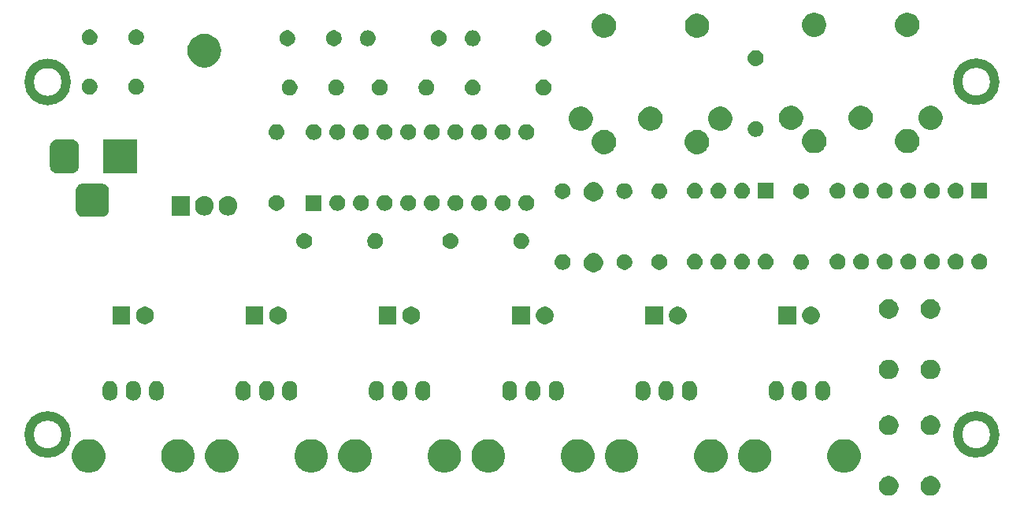
<source format=gbr>
G04 #@! TF.GenerationSoftware,KiCad,Pcbnew,(5.0.2)-1*
G04 #@! TF.CreationDate,2019-04-17T20:22:35+02:00*
G04 #@! TF.ProjectId,CCdrum,43436472-756d-42e6-9b69-6361645f7063,rev?*
G04 #@! TF.SameCoordinates,Original*
G04 #@! TF.FileFunction,Soldermask,Top*
G04 #@! TF.FilePolarity,Negative*
%FSLAX46Y46*%
G04 Gerber Fmt 4.6, Leading zero omitted, Abs format (unit mm)*
G04 Created by KiCad (PCBNEW (5.0.2)-1) date 17/04/2019 20:22:35*
%MOMM*%
%LPD*%
G01*
G04 APERTURE LIST*
%ADD10C,1.000000*%
%ADD11C,0.100000*%
G04 APERTURE END LIST*
D10*
X40001367Y-112200000D02*
G75*
G03X40001367Y-112200000I-2001367J0D01*
G01*
X40001367Y-150100000D02*
G75*
G03X40001367Y-150100000I-2001367J0D01*
G01*
X139801367Y-150098633D02*
G75*
G03X139801367Y-150098633I-2001367J0D01*
G01*
X139801367Y-112173971D02*
G75*
G03X139801367Y-112173971I-2001367J0D01*
G01*
D11*
G36*
X133206565Y-154589389D02*
X133397834Y-154668615D01*
X133569976Y-154783637D01*
X133716363Y-154930024D01*
X133831385Y-155102166D01*
X133910611Y-155293435D01*
X133951000Y-155496484D01*
X133951000Y-155703516D01*
X133910611Y-155906565D01*
X133831385Y-156097834D01*
X133716363Y-156269976D01*
X133569976Y-156416363D01*
X133397834Y-156531385D01*
X133206565Y-156610611D01*
X133003516Y-156651000D01*
X132796484Y-156651000D01*
X132593435Y-156610611D01*
X132402166Y-156531385D01*
X132230024Y-156416363D01*
X132083637Y-156269976D01*
X131968615Y-156097834D01*
X131889389Y-155906565D01*
X131849000Y-155703516D01*
X131849000Y-155496484D01*
X131889389Y-155293435D01*
X131968615Y-155102166D01*
X132083637Y-154930024D01*
X132230024Y-154783637D01*
X132402166Y-154668615D01*
X132593435Y-154589389D01*
X132796484Y-154549000D01*
X133003516Y-154549000D01*
X133206565Y-154589389D01*
X133206565Y-154589389D01*
G37*
G36*
X128706565Y-154589389D02*
X128897834Y-154668615D01*
X129069976Y-154783637D01*
X129216363Y-154930024D01*
X129331385Y-155102166D01*
X129410611Y-155293435D01*
X129451000Y-155496484D01*
X129451000Y-155703516D01*
X129410611Y-155906565D01*
X129331385Y-156097834D01*
X129216363Y-156269976D01*
X129069976Y-156416363D01*
X128897834Y-156531385D01*
X128706565Y-156610611D01*
X128503516Y-156651000D01*
X128296484Y-156651000D01*
X128093435Y-156610611D01*
X127902166Y-156531385D01*
X127730024Y-156416363D01*
X127583637Y-156269976D01*
X127468615Y-156097834D01*
X127389389Y-155906565D01*
X127349000Y-155703516D01*
X127349000Y-155496484D01*
X127389389Y-155293435D01*
X127468615Y-155102166D01*
X127583637Y-154930024D01*
X127730024Y-154783637D01*
X127902166Y-154668615D01*
X128093435Y-154589389D01*
X128296484Y-154549000D01*
X128503516Y-154549000D01*
X128706565Y-154589389D01*
X128706565Y-154589389D01*
G37*
G36*
X124125331Y-150668211D02*
X124453092Y-150803974D01*
X124748073Y-151001074D01*
X124998926Y-151251927D01*
X125196026Y-151546908D01*
X125331789Y-151874669D01*
X125401000Y-152222616D01*
X125401000Y-152577384D01*
X125331789Y-152925331D01*
X125196026Y-153253092D01*
X124998926Y-153548073D01*
X124748073Y-153798926D01*
X124453092Y-153996026D01*
X124125331Y-154131789D01*
X123777384Y-154201000D01*
X123422616Y-154201000D01*
X123074669Y-154131789D01*
X122746908Y-153996026D01*
X122451927Y-153798926D01*
X122201074Y-153548073D01*
X122003974Y-153253092D01*
X121868211Y-152925331D01*
X121799000Y-152577384D01*
X121799000Y-152222616D01*
X121868211Y-151874669D01*
X122003974Y-151546908D01*
X122201074Y-151251927D01*
X122451927Y-151001074D01*
X122746908Y-150803974D01*
X123074669Y-150668211D01*
X123422616Y-150599000D01*
X123777384Y-150599000D01*
X124125331Y-150668211D01*
X124125331Y-150668211D01*
G37*
G36*
X114525331Y-150668211D02*
X114853092Y-150803974D01*
X115148073Y-151001074D01*
X115398926Y-151251927D01*
X115596026Y-151546908D01*
X115731789Y-151874669D01*
X115801000Y-152222616D01*
X115801000Y-152577384D01*
X115731789Y-152925331D01*
X115596026Y-153253092D01*
X115398926Y-153548073D01*
X115148073Y-153798926D01*
X114853092Y-153996026D01*
X114525331Y-154131789D01*
X114177384Y-154201000D01*
X113822616Y-154201000D01*
X113474669Y-154131789D01*
X113146908Y-153996026D01*
X112851927Y-153798926D01*
X112601074Y-153548073D01*
X112403974Y-153253092D01*
X112268211Y-152925331D01*
X112199000Y-152577384D01*
X112199000Y-152222616D01*
X112268211Y-151874669D01*
X112403974Y-151546908D01*
X112601074Y-151251927D01*
X112851927Y-151001074D01*
X113146908Y-150803974D01*
X113474669Y-150668211D01*
X113822616Y-150599000D01*
X114177384Y-150599000D01*
X114525331Y-150668211D01*
X114525331Y-150668211D01*
G37*
G36*
X109805331Y-150668211D02*
X110133092Y-150803974D01*
X110428073Y-151001074D01*
X110678926Y-151251927D01*
X110876026Y-151546908D01*
X111011789Y-151874669D01*
X111081000Y-152222616D01*
X111081000Y-152577384D01*
X111011789Y-152925331D01*
X110876026Y-153253092D01*
X110678926Y-153548073D01*
X110428073Y-153798926D01*
X110133092Y-153996026D01*
X109805331Y-154131789D01*
X109457384Y-154201000D01*
X109102616Y-154201000D01*
X108754669Y-154131789D01*
X108426908Y-153996026D01*
X108131927Y-153798926D01*
X107881074Y-153548073D01*
X107683974Y-153253092D01*
X107548211Y-152925331D01*
X107479000Y-152577384D01*
X107479000Y-152222616D01*
X107548211Y-151874669D01*
X107683974Y-151546908D01*
X107881074Y-151251927D01*
X108131927Y-151001074D01*
X108426908Y-150803974D01*
X108754669Y-150668211D01*
X109102616Y-150599000D01*
X109457384Y-150599000D01*
X109805331Y-150668211D01*
X109805331Y-150668211D01*
G37*
G36*
X100205331Y-150668211D02*
X100533092Y-150803974D01*
X100828073Y-151001074D01*
X101078926Y-151251927D01*
X101276026Y-151546908D01*
X101411789Y-151874669D01*
X101481000Y-152222616D01*
X101481000Y-152577384D01*
X101411789Y-152925331D01*
X101276026Y-153253092D01*
X101078926Y-153548073D01*
X100828073Y-153798926D01*
X100533092Y-153996026D01*
X100205331Y-154131789D01*
X99857384Y-154201000D01*
X99502616Y-154201000D01*
X99154669Y-154131789D01*
X98826908Y-153996026D01*
X98531927Y-153798926D01*
X98281074Y-153548073D01*
X98083974Y-153253092D01*
X97948211Y-152925331D01*
X97879000Y-152577384D01*
X97879000Y-152222616D01*
X97948211Y-151874669D01*
X98083974Y-151546908D01*
X98281074Y-151251927D01*
X98531927Y-151001074D01*
X98826908Y-150803974D01*
X99154669Y-150668211D01*
X99502616Y-150599000D01*
X99857384Y-150599000D01*
X100205331Y-150668211D01*
X100205331Y-150668211D01*
G37*
G36*
X95485331Y-150668211D02*
X95813092Y-150803974D01*
X96108073Y-151001074D01*
X96358926Y-151251927D01*
X96556026Y-151546908D01*
X96691789Y-151874669D01*
X96761000Y-152222616D01*
X96761000Y-152577384D01*
X96691789Y-152925331D01*
X96556026Y-153253092D01*
X96358926Y-153548073D01*
X96108073Y-153798926D01*
X95813092Y-153996026D01*
X95485331Y-154131789D01*
X95137384Y-154201000D01*
X94782616Y-154201000D01*
X94434669Y-154131789D01*
X94106908Y-153996026D01*
X93811927Y-153798926D01*
X93561074Y-153548073D01*
X93363974Y-153253092D01*
X93228211Y-152925331D01*
X93159000Y-152577384D01*
X93159000Y-152222616D01*
X93228211Y-151874669D01*
X93363974Y-151546908D01*
X93561074Y-151251927D01*
X93811927Y-151001074D01*
X94106908Y-150803974D01*
X94434669Y-150668211D01*
X94782616Y-150599000D01*
X95137384Y-150599000D01*
X95485331Y-150668211D01*
X95485331Y-150668211D01*
G37*
G36*
X85885331Y-150668211D02*
X86213092Y-150803974D01*
X86508073Y-151001074D01*
X86758926Y-151251927D01*
X86956026Y-151546908D01*
X87091789Y-151874669D01*
X87161000Y-152222616D01*
X87161000Y-152577384D01*
X87091789Y-152925331D01*
X86956026Y-153253092D01*
X86758926Y-153548073D01*
X86508073Y-153798926D01*
X86213092Y-153996026D01*
X85885331Y-154131789D01*
X85537384Y-154201000D01*
X85182616Y-154201000D01*
X84834669Y-154131789D01*
X84506908Y-153996026D01*
X84211927Y-153798926D01*
X83961074Y-153548073D01*
X83763974Y-153253092D01*
X83628211Y-152925331D01*
X83559000Y-152577384D01*
X83559000Y-152222616D01*
X83628211Y-151874669D01*
X83763974Y-151546908D01*
X83961074Y-151251927D01*
X84211927Y-151001074D01*
X84506908Y-150803974D01*
X84834669Y-150668211D01*
X85182616Y-150599000D01*
X85537384Y-150599000D01*
X85885331Y-150668211D01*
X85885331Y-150668211D01*
G37*
G36*
X81165331Y-150668211D02*
X81493092Y-150803974D01*
X81788073Y-151001074D01*
X82038926Y-151251927D01*
X82236026Y-151546908D01*
X82371789Y-151874669D01*
X82441000Y-152222616D01*
X82441000Y-152577384D01*
X82371789Y-152925331D01*
X82236026Y-153253092D01*
X82038926Y-153548073D01*
X81788073Y-153798926D01*
X81493092Y-153996026D01*
X81165331Y-154131789D01*
X80817384Y-154201000D01*
X80462616Y-154201000D01*
X80114669Y-154131789D01*
X79786908Y-153996026D01*
X79491927Y-153798926D01*
X79241074Y-153548073D01*
X79043974Y-153253092D01*
X78908211Y-152925331D01*
X78839000Y-152577384D01*
X78839000Y-152222616D01*
X78908211Y-151874669D01*
X79043974Y-151546908D01*
X79241074Y-151251927D01*
X79491927Y-151001074D01*
X79786908Y-150803974D01*
X80114669Y-150668211D01*
X80462616Y-150599000D01*
X80817384Y-150599000D01*
X81165331Y-150668211D01*
X81165331Y-150668211D01*
G37*
G36*
X71565331Y-150668211D02*
X71893092Y-150803974D01*
X72188073Y-151001074D01*
X72438926Y-151251927D01*
X72636026Y-151546908D01*
X72771789Y-151874669D01*
X72841000Y-152222616D01*
X72841000Y-152577384D01*
X72771789Y-152925331D01*
X72636026Y-153253092D01*
X72438926Y-153548073D01*
X72188073Y-153798926D01*
X71893092Y-153996026D01*
X71565331Y-154131789D01*
X71217384Y-154201000D01*
X70862616Y-154201000D01*
X70514669Y-154131789D01*
X70186908Y-153996026D01*
X69891927Y-153798926D01*
X69641074Y-153548073D01*
X69443974Y-153253092D01*
X69308211Y-152925331D01*
X69239000Y-152577384D01*
X69239000Y-152222616D01*
X69308211Y-151874669D01*
X69443974Y-151546908D01*
X69641074Y-151251927D01*
X69891927Y-151001074D01*
X70186908Y-150803974D01*
X70514669Y-150668211D01*
X70862616Y-150599000D01*
X71217384Y-150599000D01*
X71565331Y-150668211D01*
X71565331Y-150668211D01*
G37*
G36*
X66845331Y-150668211D02*
X67173092Y-150803974D01*
X67468073Y-151001074D01*
X67718926Y-151251927D01*
X67916026Y-151546908D01*
X68051789Y-151874669D01*
X68121000Y-152222616D01*
X68121000Y-152577384D01*
X68051789Y-152925331D01*
X67916026Y-153253092D01*
X67718926Y-153548073D01*
X67468073Y-153798926D01*
X67173092Y-153996026D01*
X66845331Y-154131789D01*
X66497384Y-154201000D01*
X66142616Y-154201000D01*
X65794669Y-154131789D01*
X65466908Y-153996026D01*
X65171927Y-153798926D01*
X64921074Y-153548073D01*
X64723974Y-153253092D01*
X64588211Y-152925331D01*
X64519000Y-152577384D01*
X64519000Y-152222616D01*
X64588211Y-151874669D01*
X64723974Y-151546908D01*
X64921074Y-151251927D01*
X65171927Y-151001074D01*
X65466908Y-150803974D01*
X65794669Y-150668211D01*
X66142616Y-150599000D01*
X66497384Y-150599000D01*
X66845331Y-150668211D01*
X66845331Y-150668211D01*
G37*
G36*
X57245331Y-150668211D02*
X57573092Y-150803974D01*
X57868073Y-151001074D01*
X58118926Y-151251927D01*
X58316026Y-151546908D01*
X58451789Y-151874669D01*
X58521000Y-152222616D01*
X58521000Y-152577384D01*
X58451789Y-152925331D01*
X58316026Y-153253092D01*
X58118926Y-153548073D01*
X57868073Y-153798926D01*
X57573092Y-153996026D01*
X57245331Y-154131789D01*
X56897384Y-154201000D01*
X56542616Y-154201000D01*
X56194669Y-154131789D01*
X55866908Y-153996026D01*
X55571927Y-153798926D01*
X55321074Y-153548073D01*
X55123974Y-153253092D01*
X54988211Y-152925331D01*
X54919000Y-152577384D01*
X54919000Y-152222616D01*
X54988211Y-151874669D01*
X55123974Y-151546908D01*
X55321074Y-151251927D01*
X55571927Y-151001074D01*
X55866908Y-150803974D01*
X56194669Y-150668211D01*
X56542616Y-150599000D01*
X56897384Y-150599000D01*
X57245331Y-150668211D01*
X57245331Y-150668211D01*
G37*
G36*
X52525331Y-150668211D02*
X52853092Y-150803974D01*
X53148073Y-151001074D01*
X53398926Y-151251927D01*
X53596026Y-151546908D01*
X53731789Y-151874669D01*
X53801000Y-152222616D01*
X53801000Y-152577384D01*
X53731789Y-152925331D01*
X53596026Y-153253092D01*
X53398926Y-153548073D01*
X53148073Y-153798926D01*
X52853092Y-153996026D01*
X52525331Y-154131789D01*
X52177384Y-154201000D01*
X51822616Y-154201000D01*
X51474669Y-154131789D01*
X51146908Y-153996026D01*
X50851927Y-153798926D01*
X50601074Y-153548073D01*
X50403974Y-153253092D01*
X50268211Y-152925331D01*
X50199000Y-152577384D01*
X50199000Y-152222616D01*
X50268211Y-151874669D01*
X50403974Y-151546908D01*
X50601074Y-151251927D01*
X50851927Y-151001074D01*
X51146908Y-150803974D01*
X51474669Y-150668211D01*
X51822616Y-150599000D01*
X52177384Y-150599000D01*
X52525331Y-150668211D01*
X52525331Y-150668211D01*
G37*
G36*
X42925331Y-150668211D02*
X43253092Y-150803974D01*
X43548073Y-151001074D01*
X43798926Y-151251927D01*
X43996026Y-151546908D01*
X44131789Y-151874669D01*
X44201000Y-152222616D01*
X44201000Y-152577384D01*
X44131789Y-152925331D01*
X43996026Y-153253092D01*
X43798926Y-153548073D01*
X43548073Y-153798926D01*
X43253092Y-153996026D01*
X42925331Y-154131789D01*
X42577384Y-154201000D01*
X42222616Y-154201000D01*
X41874669Y-154131789D01*
X41546908Y-153996026D01*
X41251927Y-153798926D01*
X41001074Y-153548073D01*
X40803974Y-153253092D01*
X40668211Y-152925331D01*
X40599000Y-152577384D01*
X40599000Y-152222616D01*
X40668211Y-151874669D01*
X40803974Y-151546908D01*
X41001074Y-151251927D01*
X41251927Y-151001074D01*
X41546908Y-150803974D01*
X41874669Y-150668211D01*
X42222616Y-150599000D01*
X42577384Y-150599000D01*
X42925331Y-150668211D01*
X42925331Y-150668211D01*
G37*
G36*
X128706565Y-148089389D02*
X128897834Y-148168615D01*
X129069976Y-148283637D01*
X129216363Y-148430024D01*
X129331385Y-148602166D01*
X129410611Y-148793435D01*
X129451000Y-148996484D01*
X129451000Y-149203516D01*
X129410611Y-149406565D01*
X129331385Y-149597834D01*
X129216363Y-149769976D01*
X129069976Y-149916363D01*
X128897834Y-150031385D01*
X128706565Y-150110611D01*
X128503516Y-150151000D01*
X128296484Y-150151000D01*
X128093435Y-150110611D01*
X127902166Y-150031385D01*
X127730024Y-149916363D01*
X127583637Y-149769976D01*
X127468615Y-149597834D01*
X127389389Y-149406565D01*
X127349000Y-149203516D01*
X127349000Y-148996484D01*
X127389389Y-148793435D01*
X127468615Y-148602166D01*
X127583637Y-148430024D01*
X127730024Y-148283637D01*
X127902166Y-148168615D01*
X128093435Y-148089389D01*
X128296484Y-148049000D01*
X128503516Y-148049000D01*
X128706565Y-148089389D01*
X128706565Y-148089389D01*
G37*
G36*
X133206565Y-148089389D02*
X133397834Y-148168615D01*
X133569976Y-148283637D01*
X133716363Y-148430024D01*
X133831385Y-148602166D01*
X133910611Y-148793435D01*
X133951000Y-148996484D01*
X133951000Y-149203516D01*
X133910611Y-149406565D01*
X133831385Y-149597834D01*
X133716363Y-149769976D01*
X133569976Y-149916363D01*
X133397834Y-150031385D01*
X133206565Y-150110611D01*
X133003516Y-150151000D01*
X132796484Y-150151000D01*
X132593435Y-150110611D01*
X132402166Y-150031385D01*
X132230024Y-149916363D01*
X132083637Y-149769976D01*
X131968615Y-149597834D01*
X131889389Y-149406565D01*
X131849000Y-149203516D01*
X131849000Y-148996484D01*
X131889389Y-148793435D01*
X131968615Y-148602166D01*
X132083637Y-148430024D01*
X132230024Y-148283637D01*
X132402166Y-148168615D01*
X132593435Y-148089389D01*
X132796484Y-148049000D01*
X133003516Y-148049000D01*
X133206565Y-148089389D01*
X133206565Y-148089389D01*
G37*
G36*
X47357025Y-144360590D02*
X47508012Y-144406392D01*
X47647165Y-144480770D01*
X47769133Y-144580867D01*
X47869230Y-144702835D01*
X47943608Y-144841988D01*
X47989410Y-144992975D01*
X48001000Y-145110654D01*
X48001000Y-145689346D01*
X47989410Y-145807025D01*
X47943608Y-145958012D01*
X47869230Y-146097165D01*
X47769136Y-146219130D01*
X47769134Y-146219131D01*
X47769133Y-146219133D01*
X47769129Y-146219136D01*
X47647161Y-146319232D01*
X47508011Y-146393608D01*
X47357024Y-146439410D01*
X47200000Y-146454875D01*
X47042975Y-146439410D01*
X46891988Y-146393608D01*
X46752835Y-146319230D01*
X46630870Y-146219136D01*
X46630869Y-146219134D01*
X46630867Y-146219133D01*
X46580819Y-146158149D01*
X46530768Y-146097161D01*
X46456392Y-145958011D01*
X46410590Y-145807024D01*
X46399000Y-145689345D01*
X46399000Y-145110654D01*
X46410590Y-144992975D01*
X46433491Y-144917483D01*
X46456392Y-144841988D01*
X46530771Y-144702835D01*
X46630868Y-144580867D01*
X46752836Y-144480770D01*
X46891989Y-144406392D01*
X47042976Y-144360590D01*
X47200000Y-144345125D01*
X47357025Y-144360590D01*
X47357025Y-144360590D01*
G37*
G36*
X104637025Y-144360590D02*
X104788012Y-144406392D01*
X104927165Y-144480770D01*
X105049133Y-144580867D01*
X105149230Y-144702835D01*
X105223608Y-144841988D01*
X105269410Y-144992975D01*
X105281000Y-145110654D01*
X105281000Y-145689346D01*
X105269410Y-145807025D01*
X105223608Y-145958012D01*
X105149230Y-146097165D01*
X105049136Y-146219130D01*
X105049134Y-146219131D01*
X105049133Y-146219133D01*
X105049129Y-146219136D01*
X104927161Y-146319232D01*
X104788011Y-146393608D01*
X104637024Y-146439410D01*
X104480000Y-146454875D01*
X104322975Y-146439410D01*
X104171988Y-146393608D01*
X104032835Y-146319230D01*
X103910870Y-146219136D01*
X103910869Y-146219134D01*
X103910867Y-146219133D01*
X103860819Y-146158149D01*
X103810768Y-146097161D01*
X103736392Y-145958011D01*
X103690590Y-145807024D01*
X103679000Y-145689345D01*
X103679000Y-145110654D01*
X103690590Y-144992975D01*
X103713491Y-144917483D01*
X103736392Y-144841988D01*
X103810771Y-144702835D01*
X103910868Y-144580867D01*
X104032836Y-144480770D01*
X104171989Y-144406392D01*
X104322976Y-144360590D01*
X104480000Y-144345125D01*
X104637025Y-144360590D01*
X104637025Y-144360590D01*
G37*
G36*
X102137025Y-144360590D02*
X102288012Y-144406392D01*
X102427165Y-144480770D01*
X102549133Y-144580867D01*
X102649230Y-144702835D01*
X102723608Y-144841988D01*
X102769410Y-144992975D01*
X102781000Y-145110654D01*
X102781000Y-145689346D01*
X102769410Y-145807025D01*
X102723608Y-145958012D01*
X102649230Y-146097165D01*
X102549136Y-146219130D01*
X102549134Y-146219131D01*
X102549133Y-146219133D01*
X102549129Y-146219136D01*
X102427161Y-146319232D01*
X102288011Y-146393608D01*
X102137024Y-146439410D01*
X101980000Y-146454875D01*
X101822975Y-146439410D01*
X101671988Y-146393608D01*
X101532835Y-146319230D01*
X101410870Y-146219136D01*
X101410869Y-146219134D01*
X101410867Y-146219133D01*
X101360819Y-146158149D01*
X101310768Y-146097161D01*
X101236392Y-145958011D01*
X101190590Y-145807024D01*
X101179000Y-145689345D01*
X101179000Y-145110654D01*
X101190590Y-144992975D01*
X101213491Y-144917483D01*
X101236392Y-144841988D01*
X101310771Y-144702835D01*
X101410868Y-144580867D01*
X101532836Y-144480770D01*
X101671989Y-144406392D01*
X101822976Y-144360590D01*
X101980000Y-144345125D01*
X102137025Y-144360590D01*
X102137025Y-144360590D01*
G37*
G36*
X92817025Y-144360590D02*
X92968012Y-144406392D01*
X93107165Y-144480770D01*
X93229133Y-144580867D01*
X93329230Y-144702835D01*
X93403608Y-144841988D01*
X93449410Y-144992975D01*
X93461000Y-145110654D01*
X93461000Y-145689346D01*
X93449410Y-145807025D01*
X93403608Y-145958012D01*
X93329230Y-146097165D01*
X93229136Y-146219130D01*
X93229134Y-146219131D01*
X93229133Y-146219133D01*
X93229129Y-146219136D01*
X93107161Y-146319232D01*
X92968011Y-146393608D01*
X92817024Y-146439410D01*
X92660000Y-146454875D01*
X92502975Y-146439410D01*
X92351988Y-146393608D01*
X92212835Y-146319230D01*
X92090870Y-146219136D01*
X92090869Y-146219134D01*
X92090867Y-146219133D01*
X92040819Y-146158149D01*
X91990768Y-146097161D01*
X91916392Y-145958011D01*
X91870590Y-145807024D01*
X91859000Y-145689345D01*
X91859000Y-145110654D01*
X91870590Y-144992975D01*
X91893491Y-144917483D01*
X91916392Y-144841988D01*
X91990771Y-144702835D01*
X92090868Y-144580867D01*
X92212836Y-144480770D01*
X92351989Y-144406392D01*
X92502976Y-144360590D01*
X92660000Y-144345125D01*
X92817025Y-144360590D01*
X92817025Y-144360590D01*
G37*
G36*
X90317025Y-144360590D02*
X90468012Y-144406392D01*
X90607165Y-144480770D01*
X90729133Y-144580867D01*
X90829230Y-144702835D01*
X90903608Y-144841988D01*
X90949410Y-144992975D01*
X90961000Y-145110654D01*
X90961000Y-145689346D01*
X90949410Y-145807025D01*
X90903608Y-145958012D01*
X90829230Y-146097165D01*
X90729136Y-146219130D01*
X90729134Y-146219131D01*
X90729133Y-146219133D01*
X90729129Y-146219136D01*
X90607161Y-146319232D01*
X90468011Y-146393608D01*
X90317024Y-146439410D01*
X90160000Y-146454875D01*
X90002975Y-146439410D01*
X89851988Y-146393608D01*
X89712835Y-146319230D01*
X89590870Y-146219136D01*
X89590869Y-146219134D01*
X89590867Y-146219133D01*
X89540819Y-146158149D01*
X89490768Y-146097161D01*
X89416392Y-145958011D01*
X89370590Y-145807024D01*
X89359000Y-145689345D01*
X89359000Y-145110654D01*
X89370590Y-144992975D01*
X89393491Y-144917483D01*
X89416392Y-144841988D01*
X89490771Y-144702835D01*
X89590868Y-144580867D01*
X89712836Y-144480770D01*
X89851989Y-144406392D01*
X90002976Y-144360590D01*
X90160000Y-144345125D01*
X90317025Y-144360590D01*
X90317025Y-144360590D01*
G37*
G36*
X87817025Y-144360590D02*
X87968012Y-144406392D01*
X88107165Y-144480770D01*
X88229133Y-144580867D01*
X88329230Y-144702835D01*
X88403608Y-144841988D01*
X88449410Y-144992975D01*
X88461000Y-145110654D01*
X88461000Y-145689346D01*
X88449410Y-145807025D01*
X88403608Y-145958012D01*
X88329230Y-146097165D01*
X88229136Y-146219130D01*
X88229134Y-146219131D01*
X88229133Y-146219133D01*
X88229129Y-146219136D01*
X88107161Y-146319232D01*
X87968011Y-146393608D01*
X87817024Y-146439410D01*
X87660000Y-146454875D01*
X87502975Y-146439410D01*
X87351988Y-146393608D01*
X87212835Y-146319230D01*
X87090870Y-146219136D01*
X87090869Y-146219134D01*
X87090867Y-146219133D01*
X87040819Y-146158149D01*
X86990768Y-146097161D01*
X86916392Y-145958011D01*
X86870590Y-145807024D01*
X86859000Y-145689345D01*
X86859000Y-145110654D01*
X86870590Y-144992975D01*
X86893491Y-144917483D01*
X86916392Y-144841988D01*
X86990771Y-144702835D01*
X87090868Y-144580867D01*
X87212836Y-144480770D01*
X87351989Y-144406392D01*
X87502976Y-144360590D01*
X87660000Y-144345125D01*
X87817025Y-144360590D01*
X87817025Y-144360590D01*
G37*
G36*
X78497025Y-144360590D02*
X78648012Y-144406392D01*
X78787165Y-144480770D01*
X78909133Y-144580867D01*
X79009230Y-144702835D01*
X79083608Y-144841988D01*
X79129410Y-144992975D01*
X79141000Y-145110654D01*
X79141000Y-145689346D01*
X79129410Y-145807025D01*
X79083608Y-145958012D01*
X79009230Y-146097165D01*
X78909136Y-146219130D01*
X78909134Y-146219131D01*
X78909133Y-146219133D01*
X78909129Y-146219136D01*
X78787161Y-146319232D01*
X78648011Y-146393608D01*
X78497024Y-146439410D01*
X78340000Y-146454875D01*
X78182975Y-146439410D01*
X78031988Y-146393608D01*
X77892835Y-146319230D01*
X77770870Y-146219136D01*
X77770869Y-146219134D01*
X77770867Y-146219133D01*
X77720819Y-146158149D01*
X77670768Y-146097161D01*
X77596392Y-145958011D01*
X77550590Y-145807024D01*
X77539000Y-145689345D01*
X77539000Y-145110654D01*
X77550590Y-144992975D01*
X77573491Y-144917483D01*
X77596392Y-144841988D01*
X77670771Y-144702835D01*
X77770868Y-144580867D01*
X77892836Y-144480770D01*
X78031989Y-144406392D01*
X78182976Y-144360590D01*
X78340000Y-144345125D01*
X78497025Y-144360590D01*
X78497025Y-144360590D01*
G37*
G36*
X75997025Y-144360590D02*
X76148012Y-144406392D01*
X76287165Y-144480770D01*
X76409133Y-144580867D01*
X76509230Y-144702835D01*
X76583608Y-144841988D01*
X76629410Y-144992975D01*
X76641000Y-145110654D01*
X76641000Y-145689346D01*
X76629410Y-145807025D01*
X76583608Y-145958012D01*
X76509230Y-146097165D01*
X76409136Y-146219130D01*
X76409134Y-146219131D01*
X76409133Y-146219133D01*
X76409129Y-146219136D01*
X76287161Y-146319232D01*
X76148011Y-146393608D01*
X75997024Y-146439410D01*
X75840000Y-146454875D01*
X75682975Y-146439410D01*
X75531988Y-146393608D01*
X75392835Y-146319230D01*
X75270870Y-146219136D01*
X75270869Y-146219134D01*
X75270867Y-146219133D01*
X75220819Y-146158149D01*
X75170768Y-146097161D01*
X75096392Y-145958011D01*
X75050590Y-145807024D01*
X75039000Y-145689345D01*
X75039000Y-145110654D01*
X75050590Y-144992975D01*
X75073491Y-144917483D01*
X75096392Y-144841988D01*
X75170771Y-144702835D01*
X75270868Y-144580867D01*
X75392836Y-144480770D01*
X75531989Y-144406392D01*
X75682976Y-144360590D01*
X75840000Y-144345125D01*
X75997025Y-144360590D01*
X75997025Y-144360590D01*
G37*
G36*
X73497025Y-144360590D02*
X73648012Y-144406392D01*
X73787165Y-144480770D01*
X73909133Y-144580867D01*
X74009230Y-144702835D01*
X74083608Y-144841988D01*
X74129410Y-144992975D01*
X74141000Y-145110654D01*
X74141000Y-145689346D01*
X74129410Y-145807025D01*
X74083608Y-145958012D01*
X74009230Y-146097165D01*
X73909136Y-146219130D01*
X73909134Y-146219131D01*
X73909133Y-146219133D01*
X73909129Y-146219136D01*
X73787161Y-146319232D01*
X73648011Y-146393608D01*
X73497024Y-146439410D01*
X73340000Y-146454875D01*
X73182975Y-146439410D01*
X73031988Y-146393608D01*
X72892835Y-146319230D01*
X72770870Y-146219136D01*
X72770869Y-146219134D01*
X72770867Y-146219133D01*
X72720819Y-146158149D01*
X72670768Y-146097161D01*
X72596392Y-145958011D01*
X72550590Y-145807024D01*
X72539000Y-145689345D01*
X72539000Y-145110654D01*
X72550590Y-144992975D01*
X72573491Y-144917483D01*
X72596392Y-144841988D01*
X72670771Y-144702835D01*
X72770868Y-144580867D01*
X72892836Y-144480770D01*
X73031989Y-144406392D01*
X73182976Y-144360590D01*
X73340000Y-144345125D01*
X73497025Y-144360590D01*
X73497025Y-144360590D01*
G37*
G36*
X61677025Y-144360590D02*
X61828012Y-144406392D01*
X61967165Y-144480770D01*
X62089133Y-144580867D01*
X62189230Y-144702835D01*
X62263608Y-144841988D01*
X62309410Y-144992975D01*
X62321000Y-145110654D01*
X62321000Y-145689346D01*
X62309410Y-145807025D01*
X62263608Y-145958012D01*
X62189230Y-146097165D01*
X62089136Y-146219130D01*
X62089134Y-146219131D01*
X62089133Y-146219133D01*
X62089129Y-146219136D01*
X61967161Y-146319232D01*
X61828011Y-146393608D01*
X61677024Y-146439410D01*
X61520000Y-146454875D01*
X61362975Y-146439410D01*
X61211988Y-146393608D01*
X61072835Y-146319230D01*
X60950870Y-146219136D01*
X60950869Y-146219134D01*
X60950867Y-146219133D01*
X60900819Y-146158149D01*
X60850768Y-146097161D01*
X60776392Y-145958011D01*
X60730590Y-145807024D01*
X60719000Y-145689345D01*
X60719000Y-145110654D01*
X60730590Y-144992975D01*
X60753491Y-144917483D01*
X60776392Y-144841988D01*
X60850771Y-144702835D01*
X60950868Y-144580867D01*
X61072836Y-144480770D01*
X61211989Y-144406392D01*
X61362976Y-144360590D01*
X61520000Y-144345125D01*
X61677025Y-144360590D01*
X61677025Y-144360590D01*
G37*
G36*
X59177025Y-144360590D02*
X59328012Y-144406392D01*
X59467165Y-144480770D01*
X59589133Y-144580867D01*
X59689230Y-144702835D01*
X59763608Y-144841988D01*
X59809410Y-144992975D01*
X59821000Y-145110654D01*
X59821000Y-145689346D01*
X59809410Y-145807025D01*
X59763608Y-145958012D01*
X59689230Y-146097165D01*
X59589136Y-146219130D01*
X59589134Y-146219131D01*
X59589133Y-146219133D01*
X59589129Y-146219136D01*
X59467161Y-146319232D01*
X59328011Y-146393608D01*
X59177024Y-146439410D01*
X59020000Y-146454875D01*
X58862975Y-146439410D01*
X58711988Y-146393608D01*
X58572835Y-146319230D01*
X58450870Y-146219136D01*
X58450869Y-146219134D01*
X58450867Y-146219133D01*
X58400819Y-146158149D01*
X58350768Y-146097161D01*
X58276392Y-145958011D01*
X58230590Y-145807024D01*
X58219000Y-145689345D01*
X58219000Y-145110654D01*
X58230590Y-144992975D01*
X58253491Y-144917483D01*
X58276392Y-144841988D01*
X58350771Y-144702835D01*
X58450868Y-144580867D01*
X58572836Y-144480770D01*
X58711989Y-144406392D01*
X58862976Y-144360590D01*
X59020000Y-144345125D01*
X59177025Y-144360590D01*
X59177025Y-144360590D01*
G37*
G36*
X44857025Y-144360590D02*
X45008012Y-144406392D01*
X45147165Y-144480770D01*
X45269133Y-144580867D01*
X45369230Y-144702835D01*
X45443608Y-144841988D01*
X45489410Y-144992975D01*
X45501000Y-145110654D01*
X45501000Y-145689346D01*
X45489410Y-145807025D01*
X45443608Y-145958012D01*
X45369230Y-146097165D01*
X45269136Y-146219130D01*
X45269134Y-146219131D01*
X45269133Y-146219133D01*
X45269129Y-146219136D01*
X45147161Y-146319232D01*
X45008011Y-146393608D01*
X44857024Y-146439410D01*
X44700000Y-146454875D01*
X44542975Y-146439410D01*
X44391988Y-146393608D01*
X44252835Y-146319230D01*
X44130870Y-146219136D01*
X44130869Y-146219134D01*
X44130867Y-146219133D01*
X44080819Y-146158149D01*
X44030768Y-146097161D01*
X43956392Y-145958011D01*
X43910590Y-145807024D01*
X43899000Y-145689345D01*
X43899000Y-145110654D01*
X43910590Y-144992975D01*
X43933491Y-144917483D01*
X43956392Y-144841988D01*
X44030771Y-144702835D01*
X44130868Y-144580867D01*
X44252836Y-144480770D01*
X44391989Y-144406392D01*
X44542976Y-144360590D01*
X44700000Y-144345125D01*
X44857025Y-144360590D01*
X44857025Y-144360590D01*
G37*
G36*
X121457025Y-144360590D02*
X121608012Y-144406392D01*
X121747165Y-144480770D01*
X121869133Y-144580867D01*
X121969230Y-144702835D01*
X122043608Y-144841988D01*
X122089410Y-144992975D01*
X122101000Y-145110654D01*
X122101000Y-145689346D01*
X122089410Y-145807025D01*
X122043608Y-145958012D01*
X121969230Y-146097165D01*
X121869136Y-146219130D01*
X121869134Y-146219131D01*
X121869133Y-146219133D01*
X121869129Y-146219136D01*
X121747161Y-146319232D01*
X121608011Y-146393608D01*
X121457024Y-146439410D01*
X121300000Y-146454875D01*
X121142975Y-146439410D01*
X120991988Y-146393608D01*
X120852835Y-146319230D01*
X120730870Y-146219136D01*
X120730869Y-146219134D01*
X120730867Y-146219133D01*
X120680819Y-146158149D01*
X120630768Y-146097161D01*
X120556392Y-145958011D01*
X120510590Y-145807024D01*
X120499000Y-145689345D01*
X120499000Y-145110654D01*
X120510590Y-144992975D01*
X120533491Y-144917483D01*
X120556392Y-144841988D01*
X120630771Y-144702835D01*
X120730868Y-144580867D01*
X120852836Y-144480770D01*
X120991989Y-144406392D01*
X121142976Y-144360590D01*
X121300000Y-144345125D01*
X121457025Y-144360590D01*
X121457025Y-144360590D01*
G37*
G36*
X118957025Y-144360590D02*
X119108012Y-144406392D01*
X119247165Y-144480770D01*
X119369133Y-144580867D01*
X119469230Y-144702835D01*
X119543608Y-144841988D01*
X119589410Y-144992975D01*
X119601000Y-145110654D01*
X119601000Y-145689346D01*
X119589410Y-145807025D01*
X119543608Y-145958012D01*
X119469230Y-146097165D01*
X119369136Y-146219130D01*
X119369134Y-146219131D01*
X119369133Y-146219133D01*
X119369129Y-146219136D01*
X119247161Y-146319232D01*
X119108011Y-146393608D01*
X118957024Y-146439410D01*
X118800000Y-146454875D01*
X118642975Y-146439410D01*
X118491988Y-146393608D01*
X118352835Y-146319230D01*
X118230870Y-146219136D01*
X118230869Y-146219134D01*
X118230867Y-146219133D01*
X118180819Y-146158149D01*
X118130768Y-146097161D01*
X118056392Y-145958011D01*
X118010590Y-145807024D01*
X117999000Y-145689345D01*
X117999000Y-145110654D01*
X118010590Y-144992975D01*
X118033491Y-144917483D01*
X118056392Y-144841988D01*
X118130771Y-144702835D01*
X118230868Y-144580867D01*
X118352836Y-144480770D01*
X118491989Y-144406392D01*
X118642976Y-144360590D01*
X118800000Y-144345125D01*
X118957025Y-144360590D01*
X118957025Y-144360590D01*
G37*
G36*
X116457025Y-144360590D02*
X116608012Y-144406392D01*
X116747165Y-144480770D01*
X116869133Y-144580867D01*
X116969230Y-144702835D01*
X117043608Y-144841988D01*
X117089410Y-144992975D01*
X117101000Y-145110654D01*
X117101000Y-145689346D01*
X117089410Y-145807025D01*
X117043608Y-145958012D01*
X116969230Y-146097165D01*
X116869136Y-146219130D01*
X116869134Y-146219131D01*
X116869133Y-146219133D01*
X116869129Y-146219136D01*
X116747161Y-146319232D01*
X116608011Y-146393608D01*
X116457024Y-146439410D01*
X116300000Y-146454875D01*
X116142975Y-146439410D01*
X115991988Y-146393608D01*
X115852835Y-146319230D01*
X115730870Y-146219136D01*
X115730869Y-146219134D01*
X115730867Y-146219133D01*
X115680819Y-146158149D01*
X115630768Y-146097161D01*
X115556392Y-145958011D01*
X115510590Y-145807024D01*
X115499000Y-145689345D01*
X115499000Y-145110654D01*
X115510590Y-144992975D01*
X115533491Y-144917483D01*
X115556392Y-144841988D01*
X115630771Y-144702835D01*
X115730868Y-144580867D01*
X115852836Y-144480770D01*
X115991989Y-144406392D01*
X116142976Y-144360590D01*
X116300000Y-144345125D01*
X116457025Y-144360590D01*
X116457025Y-144360590D01*
G37*
G36*
X107137025Y-144360590D02*
X107288012Y-144406392D01*
X107427165Y-144480770D01*
X107549133Y-144580867D01*
X107649230Y-144702835D01*
X107723608Y-144841988D01*
X107769410Y-144992975D01*
X107781000Y-145110654D01*
X107781000Y-145689346D01*
X107769410Y-145807025D01*
X107723608Y-145958012D01*
X107649230Y-146097165D01*
X107549136Y-146219130D01*
X107549134Y-146219131D01*
X107549133Y-146219133D01*
X107549129Y-146219136D01*
X107427161Y-146319232D01*
X107288011Y-146393608D01*
X107137024Y-146439410D01*
X106980000Y-146454875D01*
X106822975Y-146439410D01*
X106671988Y-146393608D01*
X106532835Y-146319230D01*
X106410870Y-146219136D01*
X106410869Y-146219134D01*
X106410867Y-146219133D01*
X106360819Y-146158149D01*
X106310768Y-146097161D01*
X106236392Y-145958011D01*
X106190590Y-145807024D01*
X106179000Y-145689345D01*
X106179000Y-145110654D01*
X106190590Y-144992975D01*
X106213491Y-144917483D01*
X106236392Y-144841988D01*
X106310771Y-144702835D01*
X106410868Y-144580867D01*
X106532836Y-144480770D01*
X106671989Y-144406392D01*
X106822976Y-144360590D01*
X106980000Y-144345125D01*
X107137025Y-144360590D01*
X107137025Y-144360590D01*
G37*
G36*
X49857025Y-144360590D02*
X50008012Y-144406392D01*
X50147165Y-144480770D01*
X50269133Y-144580867D01*
X50369230Y-144702835D01*
X50443608Y-144841988D01*
X50489410Y-144992975D01*
X50501000Y-145110654D01*
X50501000Y-145689346D01*
X50489410Y-145807025D01*
X50443608Y-145958012D01*
X50369230Y-146097165D01*
X50269136Y-146219130D01*
X50269134Y-146219131D01*
X50269133Y-146219133D01*
X50269129Y-146219136D01*
X50147161Y-146319232D01*
X50008011Y-146393608D01*
X49857024Y-146439410D01*
X49700000Y-146454875D01*
X49542975Y-146439410D01*
X49391988Y-146393608D01*
X49252835Y-146319230D01*
X49130870Y-146219136D01*
X49130869Y-146219134D01*
X49130867Y-146219133D01*
X49080819Y-146158149D01*
X49030768Y-146097161D01*
X48956392Y-145958011D01*
X48910590Y-145807024D01*
X48899000Y-145689345D01*
X48899000Y-145110654D01*
X48910590Y-144992975D01*
X48933491Y-144917483D01*
X48956392Y-144841988D01*
X49030771Y-144702835D01*
X49130868Y-144580867D01*
X49252836Y-144480770D01*
X49391989Y-144406392D01*
X49542976Y-144360590D01*
X49700000Y-144345125D01*
X49857025Y-144360590D01*
X49857025Y-144360590D01*
G37*
G36*
X64177025Y-144360590D02*
X64328012Y-144406392D01*
X64467165Y-144480770D01*
X64589133Y-144580867D01*
X64689230Y-144702835D01*
X64763608Y-144841988D01*
X64809410Y-144992975D01*
X64821000Y-145110654D01*
X64821000Y-145689346D01*
X64809410Y-145807025D01*
X64763608Y-145958012D01*
X64689230Y-146097165D01*
X64589136Y-146219130D01*
X64589134Y-146219131D01*
X64589133Y-146219133D01*
X64589129Y-146219136D01*
X64467161Y-146319232D01*
X64328011Y-146393608D01*
X64177024Y-146439410D01*
X64020000Y-146454875D01*
X63862975Y-146439410D01*
X63711988Y-146393608D01*
X63572835Y-146319230D01*
X63450870Y-146219136D01*
X63450869Y-146219134D01*
X63450867Y-146219133D01*
X63400819Y-146158149D01*
X63350768Y-146097161D01*
X63276392Y-145958011D01*
X63230590Y-145807024D01*
X63219000Y-145689345D01*
X63219000Y-145110654D01*
X63230590Y-144992975D01*
X63253491Y-144917483D01*
X63276392Y-144841988D01*
X63350771Y-144702835D01*
X63450868Y-144580867D01*
X63572836Y-144480770D01*
X63711989Y-144406392D01*
X63862976Y-144360590D01*
X64020000Y-144345125D01*
X64177025Y-144360590D01*
X64177025Y-144360590D01*
G37*
G36*
X128706565Y-142089389D02*
X128897834Y-142168615D01*
X129069976Y-142283637D01*
X129216363Y-142430024D01*
X129331385Y-142602166D01*
X129410611Y-142793435D01*
X129451000Y-142996484D01*
X129451000Y-143203516D01*
X129410611Y-143406565D01*
X129331385Y-143597834D01*
X129216363Y-143769976D01*
X129069976Y-143916363D01*
X128897834Y-144031385D01*
X128706565Y-144110611D01*
X128503516Y-144151000D01*
X128296484Y-144151000D01*
X128093435Y-144110611D01*
X127902166Y-144031385D01*
X127730024Y-143916363D01*
X127583637Y-143769976D01*
X127468615Y-143597834D01*
X127389389Y-143406565D01*
X127349000Y-143203516D01*
X127349000Y-142996484D01*
X127389389Y-142793435D01*
X127468615Y-142602166D01*
X127583637Y-142430024D01*
X127730024Y-142283637D01*
X127902166Y-142168615D01*
X128093435Y-142089389D01*
X128296484Y-142049000D01*
X128503516Y-142049000D01*
X128706565Y-142089389D01*
X128706565Y-142089389D01*
G37*
G36*
X133206565Y-142089389D02*
X133397834Y-142168615D01*
X133569976Y-142283637D01*
X133716363Y-142430024D01*
X133831385Y-142602166D01*
X133910611Y-142793435D01*
X133951000Y-142996484D01*
X133951000Y-143203516D01*
X133910611Y-143406565D01*
X133831385Y-143597834D01*
X133716363Y-143769976D01*
X133569976Y-143916363D01*
X133397834Y-144031385D01*
X133206565Y-144110611D01*
X133003516Y-144151000D01*
X132796484Y-144151000D01*
X132593435Y-144110611D01*
X132402166Y-144031385D01*
X132230024Y-143916363D01*
X132083637Y-143769976D01*
X131968615Y-143597834D01*
X131889389Y-143406565D01*
X131849000Y-143203516D01*
X131849000Y-142996484D01*
X131889389Y-142793435D01*
X131968615Y-142602166D01*
X132083637Y-142430024D01*
X132230024Y-142283637D01*
X132402166Y-142168615D01*
X132593435Y-142089389D01*
X132796484Y-142049000D01*
X133003516Y-142049000D01*
X133206565Y-142089389D01*
X133206565Y-142089389D01*
G37*
G36*
X104131000Y-138251000D02*
X102229000Y-138251000D01*
X102229000Y-136349000D01*
X104131000Y-136349000D01*
X104131000Y-138251000D01*
X104131000Y-138251000D01*
G37*
G36*
X105997396Y-136385546D02*
X106170466Y-136457234D01*
X106326230Y-136561312D01*
X106458688Y-136693770D01*
X106562766Y-136849534D01*
X106634454Y-137022604D01*
X106671000Y-137206333D01*
X106671000Y-137393667D01*
X106634454Y-137577396D01*
X106562766Y-137750466D01*
X106458688Y-137906230D01*
X106326230Y-138038688D01*
X106170466Y-138142766D01*
X105997396Y-138214454D01*
X105813667Y-138251000D01*
X105626333Y-138251000D01*
X105442604Y-138214454D01*
X105269534Y-138142766D01*
X105113770Y-138038688D01*
X104981312Y-137906230D01*
X104877234Y-137750466D01*
X104805546Y-137577396D01*
X104769000Y-137393667D01*
X104769000Y-137206333D01*
X104805546Y-137022604D01*
X104877234Y-136849534D01*
X104981312Y-136693770D01*
X105113770Y-136561312D01*
X105269534Y-136457234D01*
X105442604Y-136385546D01*
X105626333Y-136349000D01*
X105813667Y-136349000D01*
X105997396Y-136385546D01*
X105997396Y-136385546D01*
G37*
G36*
X89851000Y-138251000D02*
X87949000Y-138251000D01*
X87949000Y-136349000D01*
X89851000Y-136349000D01*
X89851000Y-138251000D01*
X89851000Y-138251000D01*
G37*
G36*
X77357396Y-136385546D02*
X77530466Y-136457234D01*
X77686230Y-136561312D01*
X77818688Y-136693770D01*
X77922766Y-136849534D01*
X77994454Y-137022604D01*
X78031000Y-137206333D01*
X78031000Y-137393667D01*
X77994454Y-137577396D01*
X77922766Y-137750466D01*
X77818688Y-137906230D01*
X77686230Y-138038688D01*
X77530466Y-138142766D01*
X77357396Y-138214454D01*
X77173667Y-138251000D01*
X76986333Y-138251000D01*
X76802604Y-138214454D01*
X76629534Y-138142766D01*
X76473770Y-138038688D01*
X76341312Y-137906230D01*
X76237234Y-137750466D01*
X76165546Y-137577396D01*
X76129000Y-137393667D01*
X76129000Y-137206333D01*
X76165546Y-137022604D01*
X76237234Y-136849534D01*
X76341312Y-136693770D01*
X76473770Y-136561312D01*
X76629534Y-136457234D01*
X76802604Y-136385546D01*
X76986333Y-136349000D01*
X77173667Y-136349000D01*
X77357396Y-136385546D01*
X77357396Y-136385546D01*
G37*
G36*
X75491000Y-138251000D02*
X73589000Y-138251000D01*
X73589000Y-136349000D01*
X75491000Y-136349000D01*
X75491000Y-138251000D01*
X75491000Y-138251000D01*
G37*
G36*
X120317396Y-136385546D02*
X120490466Y-136457234D01*
X120646230Y-136561312D01*
X120778688Y-136693770D01*
X120882766Y-136849534D01*
X120954454Y-137022604D01*
X120991000Y-137206333D01*
X120991000Y-137393667D01*
X120954454Y-137577396D01*
X120882766Y-137750466D01*
X120778688Y-137906230D01*
X120646230Y-138038688D01*
X120490466Y-138142766D01*
X120317396Y-138214454D01*
X120133667Y-138251000D01*
X119946333Y-138251000D01*
X119762604Y-138214454D01*
X119589534Y-138142766D01*
X119433770Y-138038688D01*
X119301312Y-137906230D01*
X119197234Y-137750466D01*
X119125546Y-137577396D01*
X119089000Y-137393667D01*
X119089000Y-137206333D01*
X119125546Y-137022604D01*
X119197234Y-136849534D01*
X119301312Y-136693770D01*
X119433770Y-136561312D01*
X119589534Y-136457234D01*
X119762604Y-136385546D01*
X119946333Y-136349000D01*
X120133667Y-136349000D01*
X120317396Y-136385546D01*
X120317396Y-136385546D01*
G37*
G36*
X91717396Y-136385546D02*
X91890466Y-136457234D01*
X92046230Y-136561312D01*
X92178688Y-136693770D01*
X92282766Y-136849534D01*
X92354454Y-137022604D01*
X92391000Y-137206333D01*
X92391000Y-137393667D01*
X92354454Y-137577396D01*
X92282766Y-137750466D01*
X92178688Y-137906230D01*
X92046230Y-138038688D01*
X91890466Y-138142766D01*
X91717396Y-138214454D01*
X91533667Y-138251000D01*
X91346333Y-138251000D01*
X91162604Y-138214454D01*
X90989534Y-138142766D01*
X90833770Y-138038688D01*
X90701312Y-137906230D01*
X90597234Y-137750466D01*
X90525546Y-137577396D01*
X90489000Y-137393667D01*
X90489000Y-137206333D01*
X90525546Y-137022604D01*
X90597234Y-136849534D01*
X90701312Y-136693770D01*
X90833770Y-136561312D01*
X90989534Y-136457234D01*
X91162604Y-136385546D01*
X91346333Y-136349000D01*
X91533667Y-136349000D01*
X91717396Y-136385546D01*
X91717396Y-136385546D01*
G37*
G36*
X61171000Y-138251000D02*
X59269000Y-138251000D01*
X59269000Y-136349000D01*
X61171000Y-136349000D01*
X61171000Y-138251000D01*
X61171000Y-138251000D01*
G37*
G36*
X48717396Y-136385546D02*
X48890466Y-136457234D01*
X49046230Y-136561312D01*
X49178688Y-136693770D01*
X49282766Y-136849534D01*
X49354454Y-137022604D01*
X49391000Y-137206333D01*
X49391000Y-137393667D01*
X49354454Y-137577396D01*
X49282766Y-137750466D01*
X49178688Y-137906230D01*
X49046230Y-138038688D01*
X48890466Y-138142766D01*
X48717396Y-138214454D01*
X48533667Y-138251000D01*
X48346333Y-138251000D01*
X48162604Y-138214454D01*
X47989534Y-138142766D01*
X47833770Y-138038688D01*
X47701312Y-137906230D01*
X47597234Y-137750466D01*
X47525546Y-137577396D01*
X47489000Y-137393667D01*
X47489000Y-137206333D01*
X47525546Y-137022604D01*
X47597234Y-136849534D01*
X47701312Y-136693770D01*
X47833770Y-136561312D01*
X47989534Y-136457234D01*
X48162604Y-136385546D01*
X48346333Y-136349000D01*
X48533667Y-136349000D01*
X48717396Y-136385546D01*
X48717396Y-136385546D01*
G37*
G36*
X63037396Y-136385546D02*
X63210466Y-136457234D01*
X63366230Y-136561312D01*
X63498688Y-136693770D01*
X63602766Y-136849534D01*
X63674454Y-137022604D01*
X63711000Y-137206333D01*
X63711000Y-137393667D01*
X63674454Y-137577396D01*
X63602766Y-137750466D01*
X63498688Y-137906230D01*
X63366230Y-138038688D01*
X63210466Y-138142766D01*
X63037396Y-138214454D01*
X62853667Y-138251000D01*
X62666333Y-138251000D01*
X62482604Y-138214454D01*
X62309534Y-138142766D01*
X62153770Y-138038688D01*
X62021312Y-137906230D01*
X61917234Y-137750466D01*
X61845546Y-137577396D01*
X61809000Y-137393667D01*
X61809000Y-137206333D01*
X61845546Y-137022604D01*
X61917234Y-136849534D01*
X62021312Y-136693770D01*
X62153770Y-136561312D01*
X62309534Y-136457234D01*
X62482604Y-136385546D01*
X62666333Y-136349000D01*
X62853667Y-136349000D01*
X63037396Y-136385546D01*
X63037396Y-136385546D01*
G37*
G36*
X46851000Y-138251000D02*
X44949000Y-138251000D01*
X44949000Y-136349000D01*
X46851000Y-136349000D01*
X46851000Y-138251000D01*
X46851000Y-138251000D01*
G37*
G36*
X118451000Y-138251000D02*
X116549000Y-138251000D01*
X116549000Y-136349000D01*
X118451000Y-136349000D01*
X118451000Y-138251000D01*
X118451000Y-138251000D01*
G37*
G36*
X133206565Y-135589389D02*
X133397834Y-135668615D01*
X133569976Y-135783637D01*
X133716363Y-135930024D01*
X133831385Y-136102166D01*
X133910611Y-136293435D01*
X133951000Y-136496484D01*
X133951000Y-136703516D01*
X133910611Y-136906565D01*
X133831385Y-137097834D01*
X133716363Y-137269976D01*
X133569976Y-137416363D01*
X133397834Y-137531385D01*
X133206565Y-137610611D01*
X133003516Y-137651000D01*
X132796484Y-137651000D01*
X132593435Y-137610611D01*
X132402166Y-137531385D01*
X132230024Y-137416363D01*
X132083637Y-137269976D01*
X131968615Y-137097834D01*
X131889389Y-136906565D01*
X131849000Y-136703516D01*
X131849000Y-136496484D01*
X131889389Y-136293435D01*
X131968615Y-136102166D01*
X132083637Y-135930024D01*
X132230024Y-135783637D01*
X132402166Y-135668615D01*
X132593435Y-135589389D01*
X132796484Y-135549000D01*
X133003516Y-135549000D01*
X133206565Y-135589389D01*
X133206565Y-135589389D01*
G37*
G36*
X128706565Y-135589389D02*
X128897834Y-135668615D01*
X129069976Y-135783637D01*
X129216363Y-135930024D01*
X129331385Y-136102166D01*
X129410611Y-136293435D01*
X129451000Y-136496484D01*
X129451000Y-136703516D01*
X129410611Y-136906565D01*
X129331385Y-137097834D01*
X129216363Y-137269976D01*
X129069976Y-137416363D01*
X128897834Y-137531385D01*
X128706565Y-137610611D01*
X128503516Y-137651000D01*
X128296484Y-137651000D01*
X128093435Y-137610611D01*
X127902166Y-137531385D01*
X127730024Y-137416363D01*
X127583637Y-137269976D01*
X127468615Y-137097834D01*
X127389389Y-136906565D01*
X127349000Y-136703516D01*
X127349000Y-136496484D01*
X127389389Y-136293435D01*
X127468615Y-136102166D01*
X127583637Y-135930024D01*
X127730024Y-135783637D01*
X127902166Y-135668615D01*
X128093435Y-135589389D01*
X128296484Y-135549000D01*
X128503516Y-135549000D01*
X128706565Y-135589389D01*
X128706565Y-135589389D01*
G37*
G36*
X96973747Y-130615390D02*
X96973749Y-130615391D01*
X96973750Y-130615391D01*
X97103174Y-130669000D01*
X97164927Y-130694579D01*
X97336984Y-130809544D01*
X97483300Y-130955860D01*
X97483302Y-130955863D01*
X97598265Y-131127917D01*
X97637551Y-131222761D01*
X97677454Y-131319097D01*
X97717823Y-131522045D01*
X97717823Y-131728977D01*
X97677454Y-131931925D01*
X97598265Y-132123105D01*
X97483300Y-132295162D01*
X97336984Y-132441478D01*
X97336981Y-132441480D01*
X97164927Y-132556443D01*
X96973750Y-132635631D01*
X96973749Y-132635631D01*
X96973747Y-132635632D01*
X96770799Y-132676001D01*
X96563867Y-132676001D01*
X96360919Y-132635632D01*
X96360917Y-132635631D01*
X96360916Y-132635631D01*
X96169739Y-132556443D01*
X95997685Y-132441480D01*
X95997682Y-132441478D01*
X95851366Y-132295162D01*
X95736401Y-132123105D01*
X95657212Y-131931925D01*
X95616843Y-131728977D01*
X95616843Y-131522045D01*
X95657212Y-131319097D01*
X95697116Y-131222761D01*
X95736401Y-131127917D01*
X95851364Y-130955863D01*
X95851366Y-130955860D01*
X95997682Y-130809544D01*
X96169739Y-130694579D01*
X96231492Y-130669000D01*
X96360916Y-130615391D01*
X96360917Y-130615391D01*
X96360919Y-130615390D01*
X96563867Y-130575021D01*
X96770799Y-130575021D01*
X96973747Y-130615390D01*
X96973747Y-130615390D01*
G37*
G36*
X93516821Y-130711313D02*
X93516824Y-130711314D01*
X93516825Y-130711314D01*
X93677239Y-130759975D01*
X93677241Y-130759976D01*
X93677244Y-130759977D01*
X93825078Y-130838995D01*
X93954659Y-130945341D01*
X94061005Y-131074922D01*
X94140023Y-131222756D01*
X94140024Y-131222759D01*
X94140025Y-131222761D01*
X94179587Y-131353179D01*
X94188687Y-131383179D01*
X94205117Y-131550000D01*
X94188687Y-131716821D01*
X94188686Y-131716824D01*
X94188686Y-131716825D01*
X94149124Y-131847244D01*
X94140023Y-131877244D01*
X94061005Y-132025078D01*
X93954659Y-132154659D01*
X93825078Y-132261005D01*
X93677244Y-132340023D01*
X93677241Y-132340024D01*
X93677239Y-132340025D01*
X93516825Y-132388686D01*
X93516824Y-132388686D01*
X93516821Y-132388687D01*
X93391804Y-132401000D01*
X93308196Y-132401000D01*
X93183179Y-132388687D01*
X93183176Y-132388686D01*
X93183175Y-132388686D01*
X93022761Y-132340025D01*
X93022759Y-132340024D01*
X93022756Y-132340023D01*
X92874922Y-132261005D01*
X92745341Y-132154659D01*
X92638995Y-132025078D01*
X92559977Y-131877244D01*
X92550877Y-131847244D01*
X92511314Y-131716825D01*
X92511314Y-131716824D01*
X92511313Y-131716821D01*
X92494883Y-131550000D01*
X92511313Y-131383179D01*
X92520413Y-131353179D01*
X92559975Y-131222761D01*
X92559976Y-131222759D01*
X92559977Y-131222756D01*
X92638995Y-131074922D01*
X92745341Y-130945341D01*
X92874922Y-130838995D01*
X93022756Y-130759977D01*
X93022759Y-130759976D01*
X93022761Y-130759975D01*
X93183175Y-130711314D01*
X93183176Y-130711314D01*
X93183179Y-130711313D01*
X93308196Y-130699000D01*
X93391804Y-130699000D01*
X93516821Y-130711313D01*
X93516821Y-130711313D01*
G37*
G36*
X119150486Y-130711313D02*
X119150489Y-130711314D01*
X119150490Y-130711314D01*
X119310904Y-130759975D01*
X119310906Y-130759976D01*
X119310909Y-130759977D01*
X119458743Y-130838995D01*
X119588324Y-130945341D01*
X119694670Y-131074922D01*
X119773688Y-131222756D01*
X119773689Y-131222759D01*
X119773690Y-131222761D01*
X119813252Y-131353179D01*
X119822352Y-131383179D01*
X119838782Y-131550000D01*
X119822352Y-131716821D01*
X119822351Y-131716824D01*
X119822351Y-131716825D01*
X119782789Y-131847244D01*
X119773688Y-131877244D01*
X119694670Y-132025078D01*
X119588324Y-132154659D01*
X119458743Y-132261005D01*
X119310909Y-132340023D01*
X119310906Y-132340024D01*
X119310904Y-132340025D01*
X119150490Y-132388686D01*
X119150489Y-132388686D01*
X119150486Y-132388687D01*
X119025469Y-132401000D01*
X118941861Y-132401000D01*
X118816844Y-132388687D01*
X118816841Y-132388686D01*
X118816840Y-132388686D01*
X118656426Y-132340025D01*
X118656424Y-132340024D01*
X118656421Y-132340023D01*
X118508587Y-132261005D01*
X118379006Y-132154659D01*
X118272660Y-132025078D01*
X118193642Y-131877244D01*
X118184542Y-131847244D01*
X118144979Y-131716825D01*
X118144979Y-131716824D01*
X118144978Y-131716821D01*
X118128548Y-131550000D01*
X118144978Y-131383179D01*
X118154078Y-131353179D01*
X118193640Y-131222761D01*
X118193641Y-131222759D01*
X118193642Y-131222756D01*
X118272660Y-131074922D01*
X118379006Y-130945341D01*
X118508587Y-130838995D01*
X118656421Y-130759977D01*
X118656424Y-130759976D01*
X118656426Y-130759975D01*
X118816840Y-130711314D01*
X118816841Y-130711314D01*
X118816844Y-130711313D01*
X118941861Y-130699000D01*
X119025469Y-130699000D01*
X119150486Y-130711313D01*
X119150486Y-130711313D01*
G37*
G36*
X103999227Y-130731703D02*
X104154099Y-130795853D01*
X104293480Y-130888985D01*
X104412014Y-131007519D01*
X104505146Y-131146900D01*
X104569296Y-131301772D01*
X104601999Y-131466184D01*
X104601999Y-131633816D01*
X104569296Y-131798228D01*
X104505146Y-131953100D01*
X104412014Y-132092481D01*
X104293480Y-132211015D01*
X104154099Y-132304147D01*
X103999227Y-132368297D01*
X103834815Y-132401000D01*
X103667183Y-132401000D01*
X103502771Y-132368297D01*
X103347899Y-132304147D01*
X103208518Y-132211015D01*
X103089984Y-132092481D01*
X102996852Y-131953100D01*
X102932702Y-131798228D01*
X102899999Y-131633816D01*
X102899999Y-131466184D01*
X102932702Y-131301772D01*
X102996852Y-131146900D01*
X103089984Y-131007519D01*
X103208518Y-130888985D01*
X103347899Y-130795853D01*
X103502771Y-130731703D01*
X103667183Y-130699000D01*
X103834815Y-130699000D01*
X103999227Y-130731703D01*
X103999227Y-130731703D01*
G37*
G36*
X100232894Y-130731703D02*
X100387766Y-130795853D01*
X100527147Y-130888985D01*
X100645681Y-131007519D01*
X100738813Y-131146900D01*
X100802963Y-131301772D01*
X100835666Y-131466184D01*
X100835666Y-131633816D01*
X100802963Y-131798228D01*
X100738813Y-131953100D01*
X100645681Y-132092481D01*
X100527147Y-132211015D01*
X100387766Y-132304147D01*
X100232894Y-132368297D01*
X100068482Y-132401000D01*
X99900850Y-132401000D01*
X99736438Y-132368297D01*
X99581566Y-132304147D01*
X99442185Y-132211015D01*
X99323651Y-132092481D01*
X99230519Y-131953100D01*
X99166369Y-131798228D01*
X99133666Y-131633816D01*
X99133666Y-131466184D01*
X99166369Y-131301772D01*
X99230519Y-131146900D01*
X99323651Y-131007519D01*
X99442185Y-130888985D01*
X99581566Y-130795853D01*
X99736438Y-130731703D01*
X99900850Y-130699000D01*
X100068482Y-130699000D01*
X100232894Y-130731703D01*
X100232894Y-130731703D01*
G37*
G36*
X133236821Y-130681313D02*
X133236824Y-130681314D01*
X133236825Y-130681314D01*
X133397239Y-130729975D01*
X133397241Y-130729976D01*
X133397244Y-130729977D01*
X133545078Y-130808995D01*
X133674659Y-130915341D01*
X133781005Y-131044922D01*
X133860023Y-131192756D01*
X133860024Y-131192759D01*
X133860025Y-131192761D01*
X133908686Y-131353175D01*
X133908687Y-131353179D01*
X133925117Y-131520000D01*
X133908687Y-131686821D01*
X133908686Y-131686824D01*
X133908686Y-131686825D01*
X133899586Y-131716825D01*
X133860023Y-131847244D01*
X133781005Y-131995078D01*
X133674659Y-132124659D01*
X133545078Y-132231005D01*
X133397244Y-132310023D01*
X133397241Y-132310024D01*
X133397239Y-132310025D01*
X133236825Y-132358686D01*
X133236824Y-132358686D01*
X133236821Y-132358687D01*
X133111804Y-132371000D01*
X133028196Y-132371000D01*
X132903179Y-132358687D01*
X132903176Y-132358686D01*
X132903175Y-132358686D01*
X132742761Y-132310025D01*
X132742759Y-132310024D01*
X132742756Y-132310023D01*
X132594922Y-132231005D01*
X132465341Y-132124659D01*
X132358995Y-131995078D01*
X132279977Y-131847244D01*
X132240415Y-131716825D01*
X132231314Y-131686825D01*
X132231314Y-131686824D01*
X132231313Y-131686821D01*
X132214883Y-131520000D01*
X132231313Y-131353179D01*
X132231314Y-131353175D01*
X132279975Y-131192761D01*
X132279976Y-131192759D01*
X132279977Y-131192756D01*
X132358995Y-131044922D01*
X132465341Y-130915341D01*
X132594922Y-130808995D01*
X132742756Y-130729977D01*
X132742759Y-130729976D01*
X132742761Y-130729975D01*
X132903175Y-130681314D01*
X132903176Y-130681314D01*
X132903179Y-130681313D01*
X133028196Y-130669000D01*
X133111804Y-130669000D01*
X133236821Y-130681313D01*
X133236821Y-130681313D01*
G37*
G36*
X130696821Y-130681313D02*
X130696824Y-130681314D01*
X130696825Y-130681314D01*
X130857239Y-130729975D01*
X130857241Y-130729976D01*
X130857244Y-130729977D01*
X131005078Y-130808995D01*
X131134659Y-130915341D01*
X131241005Y-131044922D01*
X131320023Y-131192756D01*
X131320024Y-131192759D01*
X131320025Y-131192761D01*
X131368686Y-131353175D01*
X131368687Y-131353179D01*
X131385117Y-131520000D01*
X131368687Y-131686821D01*
X131368686Y-131686824D01*
X131368686Y-131686825D01*
X131359586Y-131716825D01*
X131320023Y-131847244D01*
X131241005Y-131995078D01*
X131134659Y-132124659D01*
X131005078Y-132231005D01*
X130857244Y-132310023D01*
X130857241Y-132310024D01*
X130857239Y-132310025D01*
X130696825Y-132358686D01*
X130696824Y-132358686D01*
X130696821Y-132358687D01*
X130571804Y-132371000D01*
X130488196Y-132371000D01*
X130363179Y-132358687D01*
X130363176Y-132358686D01*
X130363175Y-132358686D01*
X130202761Y-132310025D01*
X130202759Y-132310024D01*
X130202756Y-132310023D01*
X130054922Y-132231005D01*
X129925341Y-132124659D01*
X129818995Y-131995078D01*
X129739977Y-131847244D01*
X129700415Y-131716825D01*
X129691314Y-131686825D01*
X129691314Y-131686824D01*
X129691313Y-131686821D01*
X129674883Y-131520000D01*
X129691313Y-131353179D01*
X129691314Y-131353175D01*
X129739975Y-131192761D01*
X129739976Y-131192759D01*
X129739977Y-131192756D01*
X129818995Y-131044922D01*
X129925341Y-130915341D01*
X130054922Y-130808995D01*
X130202756Y-130729977D01*
X130202759Y-130729976D01*
X130202761Y-130729975D01*
X130363175Y-130681314D01*
X130363176Y-130681314D01*
X130363179Y-130681313D01*
X130488196Y-130669000D01*
X130571804Y-130669000D01*
X130696821Y-130681313D01*
X130696821Y-130681313D01*
G37*
G36*
X128156821Y-130681313D02*
X128156824Y-130681314D01*
X128156825Y-130681314D01*
X128317239Y-130729975D01*
X128317241Y-130729976D01*
X128317244Y-130729977D01*
X128465078Y-130808995D01*
X128594659Y-130915341D01*
X128701005Y-131044922D01*
X128780023Y-131192756D01*
X128780024Y-131192759D01*
X128780025Y-131192761D01*
X128828686Y-131353175D01*
X128828687Y-131353179D01*
X128845117Y-131520000D01*
X128828687Y-131686821D01*
X128828686Y-131686824D01*
X128828686Y-131686825D01*
X128819586Y-131716825D01*
X128780023Y-131847244D01*
X128701005Y-131995078D01*
X128594659Y-132124659D01*
X128465078Y-132231005D01*
X128317244Y-132310023D01*
X128317241Y-132310024D01*
X128317239Y-132310025D01*
X128156825Y-132358686D01*
X128156824Y-132358686D01*
X128156821Y-132358687D01*
X128031804Y-132371000D01*
X127948196Y-132371000D01*
X127823179Y-132358687D01*
X127823176Y-132358686D01*
X127823175Y-132358686D01*
X127662761Y-132310025D01*
X127662759Y-132310024D01*
X127662756Y-132310023D01*
X127514922Y-132231005D01*
X127385341Y-132124659D01*
X127278995Y-131995078D01*
X127199977Y-131847244D01*
X127160415Y-131716825D01*
X127151314Y-131686825D01*
X127151314Y-131686824D01*
X127151313Y-131686821D01*
X127134883Y-131520000D01*
X127151313Y-131353179D01*
X127151314Y-131353175D01*
X127199975Y-131192761D01*
X127199976Y-131192759D01*
X127199977Y-131192756D01*
X127278995Y-131044922D01*
X127385341Y-130915341D01*
X127514922Y-130808995D01*
X127662756Y-130729977D01*
X127662759Y-130729976D01*
X127662761Y-130729975D01*
X127823175Y-130681314D01*
X127823176Y-130681314D01*
X127823179Y-130681313D01*
X127948196Y-130669000D01*
X128031804Y-130669000D01*
X128156821Y-130681313D01*
X128156821Y-130681313D01*
G37*
G36*
X112794153Y-130681313D02*
X112794156Y-130681314D01*
X112794157Y-130681314D01*
X112954571Y-130729975D01*
X112954573Y-130729976D01*
X112954576Y-130729977D01*
X113102410Y-130808995D01*
X113231991Y-130915341D01*
X113338337Y-131044922D01*
X113417355Y-131192756D01*
X113417356Y-131192759D01*
X113417357Y-131192761D01*
X113466018Y-131353175D01*
X113466019Y-131353179D01*
X113482449Y-131520000D01*
X113466019Y-131686821D01*
X113466018Y-131686824D01*
X113466018Y-131686825D01*
X113456918Y-131716825D01*
X113417355Y-131847244D01*
X113338337Y-131995078D01*
X113231991Y-132124659D01*
X113102410Y-132231005D01*
X112954576Y-132310023D01*
X112954573Y-132310024D01*
X112954571Y-132310025D01*
X112794157Y-132358686D01*
X112794156Y-132358686D01*
X112794153Y-132358687D01*
X112669136Y-132371000D01*
X112585528Y-132371000D01*
X112460511Y-132358687D01*
X112460508Y-132358686D01*
X112460507Y-132358686D01*
X112300093Y-132310025D01*
X112300091Y-132310024D01*
X112300088Y-132310023D01*
X112152254Y-132231005D01*
X112022673Y-132124659D01*
X111916327Y-131995078D01*
X111837309Y-131847244D01*
X111797747Y-131716825D01*
X111788646Y-131686825D01*
X111788646Y-131686824D01*
X111788645Y-131686821D01*
X111772215Y-131520000D01*
X111788645Y-131353179D01*
X111788646Y-131353175D01*
X111837307Y-131192761D01*
X111837308Y-131192759D01*
X111837309Y-131192756D01*
X111916327Y-131044922D01*
X112022673Y-130915341D01*
X112152254Y-130808995D01*
X112300088Y-130729977D01*
X112300091Y-130729976D01*
X112300093Y-130729975D01*
X112460507Y-130681314D01*
X112460508Y-130681314D01*
X112460511Y-130681313D01*
X112585528Y-130669000D01*
X112669136Y-130669000D01*
X112794153Y-130681313D01*
X112794153Y-130681313D01*
G37*
G36*
X125616821Y-130681313D02*
X125616824Y-130681314D01*
X125616825Y-130681314D01*
X125777239Y-130729975D01*
X125777241Y-130729976D01*
X125777244Y-130729977D01*
X125925078Y-130808995D01*
X126054659Y-130915341D01*
X126161005Y-131044922D01*
X126240023Y-131192756D01*
X126240024Y-131192759D01*
X126240025Y-131192761D01*
X126288686Y-131353175D01*
X126288687Y-131353179D01*
X126305117Y-131520000D01*
X126288687Y-131686821D01*
X126288686Y-131686824D01*
X126288686Y-131686825D01*
X126279586Y-131716825D01*
X126240023Y-131847244D01*
X126161005Y-131995078D01*
X126054659Y-132124659D01*
X125925078Y-132231005D01*
X125777244Y-132310023D01*
X125777241Y-132310024D01*
X125777239Y-132310025D01*
X125616825Y-132358686D01*
X125616824Y-132358686D01*
X125616821Y-132358687D01*
X125491804Y-132371000D01*
X125408196Y-132371000D01*
X125283179Y-132358687D01*
X125283176Y-132358686D01*
X125283175Y-132358686D01*
X125122761Y-132310025D01*
X125122759Y-132310024D01*
X125122756Y-132310023D01*
X124974922Y-132231005D01*
X124845341Y-132124659D01*
X124738995Y-131995078D01*
X124659977Y-131847244D01*
X124620415Y-131716825D01*
X124611314Y-131686825D01*
X124611314Y-131686824D01*
X124611313Y-131686821D01*
X124594883Y-131520000D01*
X124611313Y-131353179D01*
X124611314Y-131353175D01*
X124659975Y-131192761D01*
X124659976Y-131192759D01*
X124659977Y-131192756D01*
X124738995Y-131044922D01*
X124845341Y-130915341D01*
X124974922Y-130808995D01*
X125122756Y-130729977D01*
X125122759Y-130729976D01*
X125122761Y-130729975D01*
X125283175Y-130681314D01*
X125283176Y-130681314D01*
X125283179Y-130681313D01*
X125408196Y-130669000D01*
X125491804Y-130669000D01*
X125616821Y-130681313D01*
X125616821Y-130681313D01*
G37*
G36*
X135776821Y-130681313D02*
X135776824Y-130681314D01*
X135776825Y-130681314D01*
X135937239Y-130729975D01*
X135937241Y-130729976D01*
X135937244Y-130729977D01*
X136085078Y-130808995D01*
X136214659Y-130915341D01*
X136321005Y-131044922D01*
X136400023Y-131192756D01*
X136400024Y-131192759D01*
X136400025Y-131192761D01*
X136448686Y-131353175D01*
X136448687Y-131353179D01*
X136465117Y-131520000D01*
X136448687Y-131686821D01*
X136448686Y-131686824D01*
X136448686Y-131686825D01*
X136439586Y-131716825D01*
X136400023Y-131847244D01*
X136321005Y-131995078D01*
X136214659Y-132124659D01*
X136085078Y-132231005D01*
X135937244Y-132310023D01*
X135937241Y-132310024D01*
X135937239Y-132310025D01*
X135776825Y-132358686D01*
X135776824Y-132358686D01*
X135776821Y-132358687D01*
X135651804Y-132371000D01*
X135568196Y-132371000D01*
X135443179Y-132358687D01*
X135443176Y-132358686D01*
X135443175Y-132358686D01*
X135282761Y-132310025D01*
X135282759Y-132310024D01*
X135282756Y-132310023D01*
X135134922Y-132231005D01*
X135005341Y-132124659D01*
X134898995Y-131995078D01*
X134819977Y-131847244D01*
X134780415Y-131716825D01*
X134771314Y-131686825D01*
X134771314Y-131686824D01*
X134771313Y-131686821D01*
X134754883Y-131520000D01*
X134771313Y-131353179D01*
X134771314Y-131353175D01*
X134819975Y-131192761D01*
X134819976Y-131192759D01*
X134819977Y-131192756D01*
X134898995Y-131044922D01*
X135005341Y-130915341D01*
X135134922Y-130808995D01*
X135282756Y-130729977D01*
X135282759Y-130729976D01*
X135282761Y-130729975D01*
X135443175Y-130681314D01*
X135443176Y-130681314D01*
X135443179Y-130681313D01*
X135568196Y-130669000D01*
X135651804Y-130669000D01*
X135776821Y-130681313D01*
X135776821Y-130681313D01*
G37*
G36*
X123076821Y-130681313D02*
X123076824Y-130681314D01*
X123076825Y-130681314D01*
X123237239Y-130729975D01*
X123237241Y-130729976D01*
X123237244Y-130729977D01*
X123385078Y-130808995D01*
X123514659Y-130915341D01*
X123621005Y-131044922D01*
X123700023Y-131192756D01*
X123700024Y-131192759D01*
X123700025Y-131192761D01*
X123748686Y-131353175D01*
X123748687Y-131353179D01*
X123765117Y-131520000D01*
X123748687Y-131686821D01*
X123748686Y-131686824D01*
X123748686Y-131686825D01*
X123739586Y-131716825D01*
X123700023Y-131847244D01*
X123621005Y-131995078D01*
X123514659Y-132124659D01*
X123385078Y-132231005D01*
X123237244Y-132310023D01*
X123237241Y-132310024D01*
X123237239Y-132310025D01*
X123076825Y-132358686D01*
X123076824Y-132358686D01*
X123076821Y-132358687D01*
X122951804Y-132371000D01*
X122868196Y-132371000D01*
X122743179Y-132358687D01*
X122743176Y-132358686D01*
X122743175Y-132358686D01*
X122582761Y-132310025D01*
X122582759Y-132310024D01*
X122582756Y-132310023D01*
X122434922Y-132231005D01*
X122305341Y-132124659D01*
X122198995Y-131995078D01*
X122119977Y-131847244D01*
X122080415Y-131716825D01*
X122071314Y-131686825D01*
X122071314Y-131686824D01*
X122071313Y-131686821D01*
X122054883Y-131520000D01*
X122071313Y-131353179D01*
X122071314Y-131353175D01*
X122119975Y-131192761D01*
X122119976Y-131192759D01*
X122119977Y-131192756D01*
X122198995Y-131044922D01*
X122305341Y-130915341D01*
X122434922Y-130808995D01*
X122582756Y-130729977D01*
X122582759Y-130729976D01*
X122582761Y-130729975D01*
X122743175Y-130681314D01*
X122743176Y-130681314D01*
X122743179Y-130681313D01*
X122868196Y-130669000D01*
X122951804Y-130669000D01*
X123076821Y-130681313D01*
X123076821Y-130681313D01*
G37*
G36*
X115334153Y-130681313D02*
X115334156Y-130681314D01*
X115334157Y-130681314D01*
X115494571Y-130729975D01*
X115494573Y-130729976D01*
X115494576Y-130729977D01*
X115642410Y-130808995D01*
X115771991Y-130915341D01*
X115878337Y-131044922D01*
X115957355Y-131192756D01*
X115957356Y-131192759D01*
X115957357Y-131192761D01*
X116006018Y-131353175D01*
X116006019Y-131353179D01*
X116022449Y-131520000D01*
X116006019Y-131686821D01*
X116006018Y-131686824D01*
X116006018Y-131686825D01*
X115996918Y-131716825D01*
X115957355Y-131847244D01*
X115878337Y-131995078D01*
X115771991Y-132124659D01*
X115642410Y-132231005D01*
X115494576Y-132310023D01*
X115494573Y-132310024D01*
X115494571Y-132310025D01*
X115334157Y-132358686D01*
X115334156Y-132358686D01*
X115334153Y-132358687D01*
X115209136Y-132371000D01*
X115125528Y-132371000D01*
X115000511Y-132358687D01*
X115000508Y-132358686D01*
X115000507Y-132358686D01*
X114840093Y-132310025D01*
X114840091Y-132310024D01*
X114840088Y-132310023D01*
X114692254Y-132231005D01*
X114562673Y-132124659D01*
X114456327Y-131995078D01*
X114377309Y-131847244D01*
X114337747Y-131716825D01*
X114328646Y-131686825D01*
X114328646Y-131686824D01*
X114328645Y-131686821D01*
X114312215Y-131520000D01*
X114328645Y-131353179D01*
X114328646Y-131353175D01*
X114377307Y-131192761D01*
X114377308Y-131192759D01*
X114377309Y-131192756D01*
X114456327Y-131044922D01*
X114562673Y-130915341D01*
X114692254Y-130808995D01*
X114840088Y-130729977D01*
X114840091Y-130729976D01*
X114840093Y-130729975D01*
X115000507Y-130681314D01*
X115000508Y-130681314D01*
X115000511Y-130681313D01*
X115125528Y-130669000D01*
X115209136Y-130669000D01*
X115334153Y-130681313D01*
X115334153Y-130681313D01*
G37*
G36*
X138316821Y-130681313D02*
X138316824Y-130681314D01*
X138316825Y-130681314D01*
X138477239Y-130729975D01*
X138477241Y-130729976D01*
X138477244Y-130729977D01*
X138625078Y-130808995D01*
X138754659Y-130915341D01*
X138861005Y-131044922D01*
X138940023Y-131192756D01*
X138940024Y-131192759D01*
X138940025Y-131192761D01*
X138988686Y-131353175D01*
X138988687Y-131353179D01*
X139005117Y-131520000D01*
X138988687Y-131686821D01*
X138988686Y-131686824D01*
X138988686Y-131686825D01*
X138979586Y-131716825D01*
X138940023Y-131847244D01*
X138861005Y-131995078D01*
X138754659Y-132124659D01*
X138625078Y-132231005D01*
X138477244Y-132310023D01*
X138477241Y-132310024D01*
X138477239Y-132310025D01*
X138316825Y-132358686D01*
X138316824Y-132358686D01*
X138316821Y-132358687D01*
X138191804Y-132371000D01*
X138108196Y-132371000D01*
X137983179Y-132358687D01*
X137983176Y-132358686D01*
X137983175Y-132358686D01*
X137822761Y-132310025D01*
X137822759Y-132310024D01*
X137822756Y-132310023D01*
X137674922Y-132231005D01*
X137545341Y-132124659D01*
X137438995Y-131995078D01*
X137359977Y-131847244D01*
X137320415Y-131716825D01*
X137311314Y-131686825D01*
X137311314Y-131686824D01*
X137311313Y-131686821D01*
X137294883Y-131520000D01*
X137311313Y-131353179D01*
X137311314Y-131353175D01*
X137359975Y-131192761D01*
X137359976Y-131192759D01*
X137359977Y-131192756D01*
X137438995Y-131044922D01*
X137545341Y-130915341D01*
X137674922Y-130808995D01*
X137822756Y-130729977D01*
X137822759Y-130729976D01*
X137822761Y-130729975D01*
X137983175Y-130681314D01*
X137983176Y-130681314D01*
X137983179Y-130681313D01*
X138108196Y-130669000D01*
X138191804Y-130669000D01*
X138316821Y-130681313D01*
X138316821Y-130681313D01*
G37*
G36*
X110254153Y-130681313D02*
X110254156Y-130681314D01*
X110254157Y-130681314D01*
X110414571Y-130729975D01*
X110414573Y-130729976D01*
X110414576Y-130729977D01*
X110562410Y-130808995D01*
X110691991Y-130915341D01*
X110798337Y-131044922D01*
X110877355Y-131192756D01*
X110877356Y-131192759D01*
X110877357Y-131192761D01*
X110926018Y-131353175D01*
X110926019Y-131353179D01*
X110942449Y-131520000D01*
X110926019Y-131686821D01*
X110926018Y-131686824D01*
X110926018Y-131686825D01*
X110916918Y-131716825D01*
X110877355Y-131847244D01*
X110798337Y-131995078D01*
X110691991Y-132124659D01*
X110562410Y-132231005D01*
X110414576Y-132310023D01*
X110414573Y-132310024D01*
X110414571Y-132310025D01*
X110254157Y-132358686D01*
X110254156Y-132358686D01*
X110254153Y-132358687D01*
X110129136Y-132371000D01*
X110045528Y-132371000D01*
X109920511Y-132358687D01*
X109920508Y-132358686D01*
X109920507Y-132358686D01*
X109760093Y-132310025D01*
X109760091Y-132310024D01*
X109760088Y-132310023D01*
X109612254Y-132231005D01*
X109482673Y-132124659D01*
X109376327Y-131995078D01*
X109297309Y-131847244D01*
X109257747Y-131716825D01*
X109248646Y-131686825D01*
X109248646Y-131686824D01*
X109248645Y-131686821D01*
X109232215Y-131520000D01*
X109248645Y-131353179D01*
X109248646Y-131353175D01*
X109297307Y-131192761D01*
X109297308Y-131192759D01*
X109297309Y-131192756D01*
X109376327Y-131044922D01*
X109482673Y-130915341D01*
X109612254Y-130808995D01*
X109760088Y-130729977D01*
X109760091Y-130729976D01*
X109760093Y-130729975D01*
X109920507Y-130681314D01*
X109920508Y-130681314D01*
X109920511Y-130681313D01*
X110045528Y-130669000D01*
X110129136Y-130669000D01*
X110254153Y-130681313D01*
X110254153Y-130681313D01*
G37*
G36*
X107714153Y-130681313D02*
X107714156Y-130681314D01*
X107714157Y-130681314D01*
X107874571Y-130729975D01*
X107874573Y-130729976D01*
X107874576Y-130729977D01*
X108022410Y-130808995D01*
X108151991Y-130915341D01*
X108258337Y-131044922D01*
X108337355Y-131192756D01*
X108337356Y-131192759D01*
X108337357Y-131192761D01*
X108386018Y-131353175D01*
X108386019Y-131353179D01*
X108402449Y-131520000D01*
X108386019Y-131686821D01*
X108386018Y-131686824D01*
X108386018Y-131686825D01*
X108376918Y-131716825D01*
X108337355Y-131847244D01*
X108258337Y-131995078D01*
X108151991Y-132124659D01*
X108022410Y-132231005D01*
X107874576Y-132310023D01*
X107874573Y-132310024D01*
X107874571Y-132310025D01*
X107714157Y-132358686D01*
X107714156Y-132358686D01*
X107714153Y-132358687D01*
X107589136Y-132371000D01*
X107505528Y-132371000D01*
X107380511Y-132358687D01*
X107380508Y-132358686D01*
X107380507Y-132358686D01*
X107220093Y-132310025D01*
X107220091Y-132310024D01*
X107220088Y-132310023D01*
X107072254Y-132231005D01*
X106942673Y-132124659D01*
X106836327Y-131995078D01*
X106757309Y-131847244D01*
X106717747Y-131716825D01*
X106708646Y-131686825D01*
X106708646Y-131686824D01*
X106708645Y-131686821D01*
X106692215Y-131520000D01*
X106708645Y-131353179D01*
X106708646Y-131353175D01*
X106757307Y-131192761D01*
X106757308Y-131192759D01*
X106757309Y-131192756D01*
X106836327Y-131044922D01*
X106942673Y-130915341D01*
X107072254Y-130808995D01*
X107220088Y-130729977D01*
X107220091Y-130729976D01*
X107220093Y-130729975D01*
X107380507Y-130681314D01*
X107380508Y-130681314D01*
X107380511Y-130681313D01*
X107505528Y-130669000D01*
X107589136Y-130669000D01*
X107714153Y-130681313D01*
X107714153Y-130681313D01*
G37*
G36*
X81446821Y-128461313D02*
X81446824Y-128461314D01*
X81446825Y-128461314D01*
X81607239Y-128509975D01*
X81607241Y-128509976D01*
X81607244Y-128509977D01*
X81755078Y-128588995D01*
X81884659Y-128695341D01*
X81991005Y-128824922D01*
X82070023Y-128972756D01*
X82070024Y-128972759D01*
X82070025Y-128972761D01*
X82118686Y-129133175D01*
X82118687Y-129133179D01*
X82135117Y-129300000D01*
X82118687Y-129466821D01*
X82118686Y-129466824D01*
X82118686Y-129466825D01*
X82093993Y-129548228D01*
X82070023Y-129627244D01*
X81991005Y-129775078D01*
X81884659Y-129904659D01*
X81755078Y-130011005D01*
X81607244Y-130090023D01*
X81607241Y-130090024D01*
X81607239Y-130090025D01*
X81446825Y-130138686D01*
X81446824Y-130138686D01*
X81446821Y-130138687D01*
X81321804Y-130151000D01*
X81238196Y-130151000D01*
X81113179Y-130138687D01*
X81113176Y-130138686D01*
X81113175Y-130138686D01*
X80952761Y-130090025D01*
X80952759Y-130090024D01*
X80952756Y-130090023D01*
X80804922Y-130011005D01*
X80675341Y-129904659D01*
X80568995Y-129775078D01*
X80489977Y-129627244D01*
X80466008Y-129548228D01*
X80441314Y-129466825D01*
X80441314Y-129466824D01*
X80441313Y-129466821D01*
X80424883Y-129300000D01*
X80441313Y-129133179D01*
X80441314Y-129133175D01*
X80489975Y-128972761D01*
X80489976Y-128972759D01*
X80489977Y-128972756D01*
X80568995Y-128824922D01*
X80675341Y-128695341D01*
X80804922Y-128588995D01*
X80952756Y-128509977D01*
X80952759Y-128509976D01*
X80952761Y-128509975D01*
X81113175Y-128461314D01*
X81113176Y-128461314D01*
X81113179Y-128461313D01*
X81238196Y-128449000D01*
X81321804Y-128449000D01*
X81446821Y-128461313D01*
X81446821Y-128461313D01*
G37*
G36*
X73448228Y-128481703D02*
X73603100Y-128545853D01*
X73742481Y-128638985D01*
X73861015Y-128757519D01*
X73954147Y-128896900D01*
X74018297Y-129051772D01*
X74051000Y-129216184D01*
X74051000Y-129383816D01*
X74018297Y-129548228D01*
X73954147Y-129703100D01*
X73861015Y-129842481D01*
X73742481Y-129961015D01*
X73603100Y-130054147D01*
X73448228Y-130118297D01*
X73283816Y-130151000D01*
X73116184Y-130151000D01*
X72951772Y-130118297D01*
X72796900Y-130054147D01*
X72657519Y-129961015D01*
X72538985Y-129842481D01*
X72445853Y-129703100D01*
X72381703Y-129548228D01*
X72349000Y-129383816D01*
X72349000Y-129216184D01*
X72381703Y-129051772D01*
X72445853Y-128896900D01*
X72538985Y-128757519D01*
X72657519Y-128638985D01*
X72796900Y-128545853D01*
X72951772Y-128481703D01*
X73116184Y-128449000D01*
X73283816Y-128449000D01*
X73448228Y-128481703D01*
X73448228Y-128481703D01*
G37*
G36*
X65746821Y-128461313D02*
X65746824Y-128461314D01*
X65746825Y-128461314D01*
X65907239Y-128509975D01*
X65907241Y-128509976D01*
X65907244Y-128509977D01*
X66055078Y-128588995D01*
X66184659Y-128695341D01*
X66291005Y-128824922D01*
X66370023Y-128972756D01*
X66370024Y-128972759D01*
X66370025Y-128972761D01*
X66418686Y-129133175D01*
X66418687Y-129133179D01*
X66435117Y-129300000D01*
X66418687Y-129466821D01*
X66418686Y-129466824D01*
X66418686Y-129466825D01*
X66393993Y-129548228D01*
X66370023Y-129627244D01*
X66291005Y-129775078D01*
X66184659Y-129904659D01*
X66055078Y-130011005D01*
X65907244Y-130090023D01*
X65907241Y-130090024D01*
X65907239Y-130090025D01*
X65746825Y-130138686D01*
X65746824Y-130138686D01*
X65746821Y-130138687D01*
X65621804Y-130151000D01*
X65538196Y-130151000D01*
X65413179Y-130138687D01*
X65413176Y-130138686D01*
X65413175Y-130138686D01*
X65252761Y-130090025D01*
X65252759Y-130090024D01*
X65252756Y-130090023D01*
X65104922Y-130011005D01*
X64975341Y-129904659D01*
X64868995Y-129775078D01*
X64789977Y-129627244D01*
X64766008Y-129548228D01*
X64741314Y-129466825D01*
X64741314Y-129466824D01*
X64741313Y-129466821D01*
X64724883Y-129300000D01*
X64741313Y-129133179D01*
X64741314Y-129133175D01*
X64789975Y-128972761D01*
X64789976Y-128972759D01*
X64789977Y-128972756D01*
X64868995Y-128824922D01*
X64975341Y-128695341D01*
X65104922Y-128588995D01*
X65252756Y-128509977D01*
X65252759Y-128509976D01*
X65252761Y-128509975D01*
X65413175Y-128461314D01*
X65413176Y-128461314D01*
X65413179Y-128461313D01*
X65538196Y-128449000D01*
X65621804Y-128449000D01*
X65746821Y-128461313D01*
X65746821Y-128461313D01*
G37*
G36*
X89148228Y-128481703D02*
X89303100Y-128545853D01*
X89442481Y-128638985D01*
X89561015Y-128757519D01*
X89654147Y-128896900D01*
X89718297Y-129051772D01*
X89751000Y-129216184D01*
X89751000Y-129383816D01*
X89718297Y-129548228D01*
X89654147Y-129703100D01*
X89561015Y-129842481D01*
X89442481Y-129961015D01*
X89303100Y-130054147D01*
X89148228Y-130118297D01*
X88983816Y-130151000D01*
X88816184Y-130151000D01*
X88651772Y-130118297D01*
X88496900Y-130054147D01*
X88357519Y-129961015D01*
X88238985Y-129842481D01*
X88145853Y-129703100D01*
X88081703Y-129548228D01*
X88049000Y-129383816D01*
X88049000Y-129216184D01*
X88081703Y-129051772D01*
X88145853Y-128896900D01*
X88238985Y-128757519D01*
X88357519Y-128638985D01*
X88496900Y-128545853D01*
X88651772Y-128481703D01*
X88816184Y-128449000D01*
X88983816Y-128449000D01*
X89148228Y-128481703D01*
X89148228Y-128481703D01*
G37*
G36*
X43926366Y-123115695D02*
X44083458Y-123163348D01*
X44228230Y-123240731D01*
X44355128Y-123344872D01*
X44459269Y-123471770D01*
X44536652Y-123616542D01*
X44584305Y-123773634D01*
X44601000Y-123943140D01*
X44601000Y-125856860D01*
X44584305Y-126026366D01*
X44536652Y-126183458D01*
X44459269Y-126328230D01*
X44355128Y-126455128D01*
X44228230Y-126559269D01*
X44083458Y-126636652D01*
X43926366Y-126684305D01*
X43756860Y-126701000D01*
X41843140Y-126701000D01*
X41673634Y-126684305D01*
X41516542Y-126636652D01*
X41371770Y-126559269D01*
X41244872Y-126455128D01*
X41140731Y-126328230D01*
X41063348Y-126183458D01*
X41015695Y-126026366D01*
X40999000Y-125856860D01*
X40999000Y-123943140D01*
X41015695Y-123773634D01*
X41063348Y-123616542D01*
X41140731Y-123471770D01*
X41244872Y-123344872D01*
X41371770Y-123240731D01*
X41516542Y-123163348D01*
X41673634Y-123115695D01*
X41843140Y-123099000D01*
X43756860Y-123099000D01*
X43926366Y-123115695D01*
X43926366Y-123115695D01*
G37*
G36*
X55036719Y-124463520D02*
X55225880Y-124520901D01*
X55400212Y-124614083D01*
X55553015Y-124739485D01*
X55678417Y-124892288D01*
X55771599Y-125066619D01*
X55828980Y-125255780D01*
X55828980Y-125255783D01*
X55839917Y-125366821D01*
X55843500Y-125403206D01*
X55843500Y-125596793D01*
X55828980Y-125744219D01*
X55771599Y-125933380D01*
X55678417Y-126107712D01*
X55553015Y-126260515D01*
X55400212Y-126385917D01*
X55225881Y-126479099D01*
X55036720Y-126536480D01*
X54840000Y-126555855D01*
X54643281Y-126536480D01*
X54454120Y-126479099D01*
X54279788Y-126385917D01*
X54126985Y-126260515D01*
X54001583Y-126107712D01*
X53908401Y-125933381D01*
X53851020Y-125744220D01*
X53836500Y-125596794D01*
X53836500Y-125403207D01*
X53851020Y-125255781D01*
X53908401Y-125066620D01*
X54001583Y-124892288D01*
X54126985Y-124739485D01*
X54279788Y-124614083D01*
X54454119Y-124520901D01*
X54643280Y-124463520D01*
X54840000Y-124444145D01*
X55036719Y-124463520D01*
X55036719Y-124463520D01*
G37*
G36*
X57576719Y-124463520D02*
X57765880Y-124520901D01*
X57940212Y-124614083D01*
X58093015Y-124739485D01*
X58218417Y-124892288D01*
X58311599Y-125066619D01*
X58368980Y-125255780D01*
X58368980Y-125255783D01*
X58379917Y-125366821D01*
X58383500Y-125403206D01*
X58383500Y-125596793D01*
X58368980Y-125744219D01*
X58311599Y-125933380D01*
X58218417Y-126107712D01*
X58093015Y-126260515D01*
X57940212Y-126385917D01*
X57765881Y-126479099D01*
X57576720Y-126536480D01*
X57380000Y-126555855D01*
X57183281Y-126536480D01*
X56994120Y-126479099D01*
X56819788Y-126385917D01*
X56666985Y-126260515D01*
X56541583Y-126107712D01*
X56448401Y-125933381D01*
X56391020Y-125744220D01*
X56376500Y-125596794D01*
X56376500Y-125403207D01*
X56391020Y-125255781D01*
X56448401Y-125066620D01*
X56541583Y-124892288D01*
X56666985Y-124739485D01*
X56819788Y-124614083D01*
X56994119Y-124520901D01*
X57183280Y-124463520D01*
X57380000Y-124444145D01*
X57576719Y-124463520D01*
X57576719Y-124463520D01*
G37*
G36*
X53303500Y-126551000D02*
X51296500Y-126551000D01*
X51296500Y-124449000D01*
X53303500Y-124449000D01*
X53303500Y-126551000D01*
X53303500Y-126551000D01*
G37*
G36*
X89626821Y-124361313D02*
X89626824Y-124361314D01*
X89626825Y-124361314D01*
X89787239Y-124409975D01*
X89787241Y-124409976D01*
X89787244Y-124409977D01*
X89935078Y-124488995D01*
X90064659Y-124595341D01*
X90171005Y-124724922D01*
X90250023Y-124872756D01*
X90250024Y-124872759D01*
X90250025Y-124872761D01*
X90293364Y-125015631D01*
X90298687Y-125033179D01*
X90315117Y-125200000D01*
X90298687Y-125366821D01*
X90298686Y-125366824D01*
X90298686Y-125366825D01*
X90273993Y-125448228D01*
X90250023Y-125527244D01*
X90171005Y-125675078D01*
X90064659Y-125804659D01*
X89935078Y-125911005D01*
X89787244Y-125990023D01*
X89787241Y-125990024D01*
X89787239Y-125990025D01*
X89626825Y-126038686D01*
X89626824Y-126038686D01*
X89626821Y-126038687D01*
X89501804Y-126051000D01*
X89418196Y-126051000D01*
X89293179Y-126038687D01*
X89293176Y-126038686D01*
X89293175Y-126038686D01*
X89132761Y-125990025D01*
X89132759Y-125990024D01*
X89132756Y-125990023D01*
X88984922Y-125911005D01*
X88855341Y-125804659D01*
X88748995Y-125675078D01*
X88669977Y-125527244D01*
X88646008Y-125448228D01*
X88621314Y-125366825D01*
X88621314Y-125366824D01*
X88621313Y-125366821D01*
X88604883Y-125200000D01*
X88621313Y-125033179D01*
X88626636Y-125015631D01*
X88669975Y-124872761D01*
X88669976Y-124872759D01*
X88669977Y-124872756D01*
X88748995Y-124724922D01*
X88855341Y-124595341D01*
X88984922Y-124488995D01*
X89132756Y-124409977D01*
X89132759Y-124409976D01*
X89132761Y-124409975D01*
X89293175Y-124361314D01*
X89293176Y-124361314D01*
X89293179Y-124361313D01*
X89418196Y-124349000D01*
X89501804Y-124349000D01*
X89626821Y-124361313D01*
X89626821Y-124361313D01*
G37*
G36*
X87086821Y-124361313D02*
X87086824Y-124361314D01*
X87086825Y-124361314D01*
X87247239Y-124409975D01*
X87247241Y-124409976D01*
X87247244Y-124409977D01*
X87395078Y-124488995D01*
X87524659Y-124595341D01*
X87631005Y-124724922D01*
X87710023Y-124872756D01*
X87710024Y-124872759D01*
X87710025Y-124872761D01*
X87753364Y-125015631D01*
X87758687Y-125033179D01*
X87775117Y-125200000D01*
X87758687Y-125366821D01*
X87758686Y-125366824D01*
X87758686Y-125366825D01*
X87733993Y-125448228D01*
X87710023Y-125527244D01*
X87631005Y-125675078D01*
X87524659Y-125804659D01*
X87395078Y-125911005D01*
X87247244Y-125990023D01*
X87247241Y-125990024D01*
X87247239Y-125990025D01*
X87086825Y-126038686D01*
X87086824Y-126038686D01*
X87086821Y-126038687D01*
X86961804Y-126051000D01*
X86878196Y-126051000D01*
X86753179Y-126038687D01*
X86753176Y-126038686D01*
X86753175Y-126038686D01*
X86592761Y-125990025D01*
X86592759Y-125990024D01*
X86592756Y-125990023D01*
X86444922Y-125911005D01*
X86315341Y-125804659D01*
X86208995Y-125675078D01*
X86129977Y-125527244D01*
X86106008Y-125448228D01*
X86081314Y-125366825D01*
X86081314Y-125366824D01*
X86081313Y-125366821D01*
X86064883Y-125200000D01*
X86081313Y-125033179D01*
X86086636Y-125015631D01*
X86129975Y-124872761D01*
X86129976Y-124872759D01*
X86129977Y-124872756D01*
X86208995Y-124724922D01*
X86315341Y-124595341D01*
X86444922Y-124488995D01*
X86592756Y-124409977D01*
X86592759Y-124409976D01*
X86592761Y-124409975D01*
X86753175Y-124361314D01*
X86753176Y-124361314D01*
X86753179Y-124361313D01*
X86878196Y-124349000D01*
X86961804Y-124349000D01*
X87086821Y-124361313D01*
X87086821Y-124361313D01*
G37*
G36*
X74386821Y-124361313D02*
X74386824Y-124361314D01*
X74386825Y-124361314D01*
X74547239Y-124409975D01*
X74547241Y-124409976D01*
X74547244Y-124409977D01*
X74695078Y-124488995D01*
X74824659Y-124595341D01*
X74931005Y-124724922D01*
X75010023Y-124872756D01*
X75010024Y-124872759D01*
X75010025Y-124872761D01*
X75053364Y-125015631D01*
X75058687Y-125033179D01*
X75075117Y-125200000D01*
X75058687Y-125366821D01*
X75058686Y-125366824D01*
X75058686Y-125366825D01*
X75033993Y-125448228D01*
X75010023Y-125527244D01*
X74931005Y-125675078D01*
X74824659Y-125804659D01*
X74695078Y-125911005D01*
X74547244Y-125990023D01*
X74547241Y-125990024D01*
X74547239Y-125990025D01*
X74386825Y-126038686D01*
X74386824Y-126038686D01*
X74386821Y-126038687D01*
X74261804Y-126051000D01*
X74178196Y-126051000D01*
X74053179Y-126038687D01*
X74053176Y-126038686D01*
X74053175Y-126038686D01*
X73892761Y-125990025D01*
X73892759Y-125990024D01*
X73892756Y-125990023D01*
X73744922Y-125911005D01*
X73615341Y-125804659D01*
X73508995Y-125675078D01*
X73429977Y-125527244D01*
X73406008Y-125448228D01*
X73381314Y-125366825D01*
X73381314Y-125366824D01*
X73381313Y-125366821D01*
X73364883Y-125200000D01*
X73381313Y-125033179D01*
X73386636Y-125015631D01*
X73429975Y-124872761D01*
X73429976Y-124872759D01*
X73429977Y-124872756D01*
X73508995Y-124724922D01*
X73615341Y-124595341D01*
X73744922Y-124488995D01*
X73892756Y-124409977D01*
X73892759Y-124409976D01*
X73892761Y-124409975D01*
X74053175Y-124361314D01*
X74053176Y-124361314D01*
X74053179Y-124361313D01*
X74178196Y-124349000D01*
X74261804Y-124349000D01*
X74386821Y-124361313D01*
X74386821Y-124361313D01*
G37*
G36*
X82006821Y-124361313D02*
X82006824Y-124361314D01*
X82006825Y-124361314D01*
X82167239Y-124409975D01*
X82167241Y-124409976D01*
X82167244Y-124409977D01*
X82315078Y-124488995D01*
X82444659Y-124595341D01*
X82551005Y-124724922D01*
X82630023Y-124872756D01*
X82630024Y-124872759D01*
X82630025Y-124872761D01*
X82673364Y-125015631D01*
X82678687Y-125033179D01*
X82695117Y-125200000D01*
X82678687Y-125366821D01*
X82678686Y-125366824D01*
X82678686Y-125366825D01*
X82653993Y-125448228D01*
X82630023Y-125527244D01*
X82551005Y-125675078D01*
X82444659Y-125804659D01*
X82315078Y-125911005D01*
X82167244Y-125990023D01*
X82167241Y-125990024D01*
X82167239Y-125990025D01*
X82006825Y-126038686D01*
X82006824Y-126038686D01*
X82006821Y-126038687D01*
X81881804Y-126051000D01*
X81798196Y-126051000D01*
X81673179Y-126038687D01*
X81673176Y-126038686D01*
X81673175Y-126038686D01*
X81512761Y-125990025D01*
X81512759Y-125990024D01*
X81512756Y-125990023D01*
X81364922Y-125911005D01*
X81235341Y-125804659D01*
X81128995Y-125675078D01*
X81049977Y-125527244D01*
X81026008Y-125448228D01*
X81001314Y-125366825D01*
X81001314Y-125366824D01*
X81001313Y-125366821D01*
X80984883Y-125200000D01*
X81001313Y-125033179D01*
X81006636Y-125015631D01*
X81049975Y-124872761D01*
X81049976Y-124872759D01*
X81049977Y-124872756D01*
X81128995Y-124724922D01*
X81235341Y-124595341D01*
X81364922Y-124488995D01*
X81512756Y-124409977D01*
X81512759Y-124409976D01*
X81512761Y-124409975D01*
X81673175Y-124361314D01*
X81673176Y-124361314D01*
X81673179Y-124361313D01*
X81798196Y-124349000D01*
X81881804Y-124349000D01*
X82006821Y-124361313D01*
X82006821Y-124361313D01*
G37*
G36*
X67451000Y-126051000D02*
X65749000Y-126051000D01*
X65749000Y-124349000D01*
X67451000Y-124349000D01*
X67451000Y-126051000D01*
X67451000Y-126051000D01*
G37*
G36*
X79466821Y-124361313D02*
X79466824Y-124361314D01*
X79466825Y-124361314D01*
X79627239Y-124409975D01*
X79627241Y-124409976D01*
X79627244Y-124409977D01*
X79775078Y-124488995D01*
X79904659Y-124595341D01*
X80011005Y-124724922D01*
X80090023Y-124872756D01*
X80090024Y-124872759D01*
X80090025Y-124872761D01*
X80133364Y-125015631D01*
X80138687Y-125033179D01*
X80155117Y-125200000D01*
X80138687Y-125366821D01*
X80138686Y-125366824D01*
X80138686Y-125366825D01*
X80113993Y-125448228D01*
X80090023Y-125527244D01*
X80011005Y-125675078D01*
X79904659Y-125804659D01*
X79775078Y-125911005D01*
X79627244Y-125990023D01*
X79627241Y-125990024D01*
X79627239Y-125990025D01*
X79466825Y-126038686D01*
X79466824Y-126038686D01*
X79466821Y-126038687D01*
X79341804Y-126051000D01*
X79258196Y-126051000D01*
X79133179Y-126038687D01*
X79133176Y-126038686D01*
X79133175Y-126038686D01*
X78972761Y-125990025D01*
X78972759Y-125990024D01*
X78972756Y-125990023D01*
X78824922Y-125911005D01*
X78695341Y-125804659D01*
X78588995Y-125675078D01*
X78509977Y-125527244D01*
X78486008Y-125448228D01*
X78461314Y-125366825D01*
X78461314Y-125366824D01*
X78461313Y-125366821D01*
X78444883Y-125200000D01*
X78461313Y-125033179D01*
X78466636Y-125015631D01*
X78509975Y-124872761D01*
X78509976Y-124872759D01*
X78509977Y-124872756D01*
X78588995Y-124724922D01*
X78695341Y-124595341D01*
X78824922Y-124488995D01*
X78972756Y-124409977D01*
X78972759Y-124409976D01*
X78972761Y-124409975D01*
X79133175Y-124361314D01*
X79133176Y-124361314D01*
X79133179Y-124361313D01*
X79258196Y-124349000D01*
X79341804Y-124349000D01*
X79466821Y-124361313D01*
X79466821Y-124361313D01*
G37*
G36*
X69306821Y-124361313D02*
X69306824Y-124361314D01*
X69306825Y-124361314D01*
X69467239Y-124409975D01*
X69467241Y-124409976D01*
X69467244Y-124409977D01*
X69615078Y-124488995D01*
X69744659Y-124595341D01*
X69851005Y-124724922D01*
X69930023Y-124872756D01*
X69930024Y-124872759D01*
X69930025Y-124872761D01*
X69973364Y-125015631D01*
X69978687Y-125033179D01*
X69995117Y-125200000D01*
X69978687Y-125366821D01*
X69978686Y-125366824D01*
X69978686Y-125366825D01*
X69953993Y-125448228D01*
X69930023Y-125527244D01*
X69851005Y-125675078D01*
X69744659Y-125804659D01*
X69615078Y-125911005D01*
X69467244Y-125990023D01*
X69467241Y-125990024D01*
X69467239Y-125990025D01*
X69306825Y-126038686D01*
X69306824Y-126038686D01*
X69306821Y-126038687D01*
X69181804Y-126051000D01*
X69098196Y-126051000D01*
X68973179Y-126038687D01*
X68973176Y-126038686D01*
X68973175Y-126038686D01*
X68812761Y-125990025D01*
X68812759Y-125990024D01*
X68812756Y-125990023D01*
X68664922Y-125911005D01*
X68535341Y-125804659D01*
X68428995Y-125675078D01*
X68349977Y-125527244D01*
X68326008Y-125448228D01*
X68301314Y-125366825D01*
X68301314Y-125366824D01*
X68301313Y-125366821D01*
X68284883Y-125200000D01*
X68301313Y-125033179D01*
X68306636Y-125015631D01*
X68349975Y-124872761D01*
X68349976Y-124872759D01*
X68349977Y-124872756D01*
X68428995Y-124724922D01*
X68535341Y-124595341D01*
X68664922Y-124488995D01*
X68812756Y-124409977D01*
X68812759Y-124409976D01*
X68812761Y-124409975D01*
X68973175Y-124361314D01*
X68973176Y-124361314D01*
X68973179Y-124361313D01*
X69098196Y-124349000D01*
X69181804Y-124349000D01*
X69306821Y-124361313D01*
X69306821Y-124361313D01*
G37*
G36*
X71846821Y-124361313D02*
X71846824Y-124361314D01*
X71846825Y-124361314D01*
X72007239Y-124409975D01*
X72007241Y-124409976D01*
X72007244Y-124409977D01*
X72155078Y-124488995D01*
X72284659Y-124595341D01*
X72391005Y-124724922D01*
X72470023Y-124872756D01*
X72470024Y-124872759D01*
X72470025Y-124872761D01*
X72513364Y-125015631D01*
X72518687Y-125033179D01*
X72535117Y-125200000D01*
X72518687Y-125366821D01*
X72518686Y-125366824D01*
X72518686Y-125366825D01*
X72493993Y-125448228D01*
X72470023Y-125527244D01*
X72391005Y-125675078D01*
X72284659Y-125804659D01*
X72155078Y-125911005D01*
X72007244Y-125990023D01*
X72007241Y-125990024D01*
X72007239Y-125990025D01*
X71846825Y-126038686D01*
X71846824Y-126038686D01*
X71846821Y-126038687D01*
X71721804Y-126051000D01*
X71638196Y-126051000D01*
X71513179Y-126038687D01*
X71513176Y-126038686D01*
X71513175Y-126038686D01*
X71352761Y-125990025D01*
X71352759Y-125990024D01*
X71352756Y-125990023D01*
X71204922Y-125911005D01*
X71075341Y-125804659D01*
X70968995Y-125675078D01*
X70889977Y-125527244D01*
X70866008Y-125448228D01*
X70841314Y-125366825D01*
X70841314Y-125366824D01*
X70841313Y-125366821D01*
X70824883Y-125200000D01*
X70841313Y-125033179D01*
X70846636Y-125015631D01*
X70889975Y-124872761D01*
X70889976Y-124872759D01*
X70889977Y-124872756D01*
X70968995Y-124724922D01*
X71075341Y-124595341D01*
X71204922Y-124488995D01*
X71352756Y-124409977D01*
X71352759Y-124409976D01*
X71352761Y-124409975D01*
X71513175Y-124361314D01*
X71513176Y-124361314D01*
X71513179Y-124361313D01*
X71638196Y-124349000D01*
X71721804Y-124349000D01*
X71846821Y-124361313D01*
X71846821Y-124361313D01*
G37*
G36*
X76926821Y-124361313D02*
X76926824Y-124361314D01*
X76926825Y-124361314D01*
X77087239Y-124409975D01*
X77087241Y-124409976D01*
X77087244Y-124409977D01*
X77235078Y-124488995D01*
X77364659Y-124595341D01*
X77471005Y-124724922D01*
X77550023Y-124872756D01*
X77550024Y-124872759D01*
X77550025Y-124872761D01*
X77593364Y-125015631D01*
X77598687Y-125033179D01*
X77615117Y-125200000D01*
X77598687Y-125366821D01*
X77598686Y-125366824D01*
X77598686Y-125366825D01*
X77573993Y-125448228D01*
X77550023Y-125527244D01*
X77471005Y-125675078D01*
X77364659Y-125804659D01*
X77235078Y-125911005D01*
X77087244Y-125990023D01*
X77087241Y-125990024D01*
X77087239Y-125990025D01*
X76926825Y-126038686D01*
X76926824Y-126038686D01*
X76926821Y-126038687D01*
X76801804Y-126051000D01*
X76718196Y-126051000D01*
X76593179Y-126038687D01*
X76593176Y-126038686D01*
X76593175Y-126038686D01*
X76432761Y-125990025D01*
X76432759Y-125990024D01*
X76432756Y-125990023D01*
X76284922Y-125911005D01*
X76155341Y-125804659D01*
X76048995Y-125675078D01*
X75969977Y-125527244D01*
X75946008Y-125448228D01*
X75921314Y-125366825D01*
X75921314Y-125366824D01*
X75921313Y-125366821D01*
X75904883Y-125200000D01*
X75921313Y-125033179D01*
X75926636Y-125015631D01*
X75969975Y-124872761D01*
X75969976Y-124872759D01*
X75969977Y-124872756D01*
X76048995Y-124724922D01*
X76155341Y-124595341D01*
X76284922Y-124488995D01*
X76432756Y-124409977D01*
X76432759Y-124409976D01*
X76432761Y-124409975D01*
X76593175Y-124361314D01*
X76593176Y-124361314D01*
X76593179Y-124361313D01*
X76718196Y-124349000D01*
X76801804Y-124349000D01*
X76926821Y-124361313D01*
X76926821Y-124361313D01*
G37*
G36*
X62848228Y-124381703D02*
X63003100Y-124445853D01*
X63142481Y-124538985D01*
X63261015Y-124657519D01*
X63354147Y-124796900D01*
X63418297Y-124951772D01*
X63451000Y-125116184D01*
X63451000Y-125283816D01*
X63418297Y-125448228D01*
X63354147Y-125603100D01*
X63261015Y-125742481D01*
X63142481Y-125861015D01*
X63003100Y-125954147D01*
X62848228Y-126018297D01*
X62683816Y-126051000D01*
X62516184Y-126051000D01*
X62351772Y-126018297D01*
X62196900Y-125954147D01*
X62057519Y-125861015D01*
X61938985Y-125742481D01*
X61845853Y-125603100D01*
X61781703Y-125448228D01*
X61749000Y-125283816D01*
X61749000Y-125116184D01*
X61781703Y-124951772D01*
X61845853Y-124796900D01*
X61938985Y-124657519D01*
X62057519Y-124538985D01*
X62196900Y-124445853D01*
X62351772Y-124381703D01*
X62516184Y-124349000D01*
X62683816Y-124349000D01*
X62848228Y-124381703D01*
X62848228Y-124381703D01*
G37*
G36*
X84546821Y-124361313D02*
X84546824Y-124361314D01*
X84546825Y-124361314D01*
X84707239Y-124409975D01*
X84707241Y-124409976D01*
X84707244Y-124409977D01*
X84855078Y-124488995D01*
X84984659Y-124595341D01*
X85091005Y-124724922D01*
X85170023Y-124872756D01*
X85170024Y-124872759D01*
X85170025Y-124872761D01*
X85213364Y-125015631D01*
X85218687Y-125033179D01*
X85235117Y-125200000D01*
X85218687Y-125366821D01*
X85218686Y-125366824D01*
X85218686Y-125366825D01*
X85193993Y-125448228D01*
X85170023Y-125527244D01*
X85091005Y-125675078D01*
X84984659Y-125804659D01*
X84855078Y-125911005D01*
X84707244Y-125990023D01*
X84707241Y-125990024D01*
X84707239Y-125990025D01*
X84546825Y-126038686D01*
X84546824Y-126038686D01*
X84546821Y-126038687D01*
X84421804Y-126051000D01*
X84338196Y-126051000D01*
X84213179Y-126038687D01*
X84213176Y-126038686D01*
X84213175Y-126038686D01*
X84052761Y-125990025D01*
X84052759Y-125990024D01*
X84052756Y-125990023D01*
X83904922Y-125911005D01*
X83775341Y-125804659D01*
X83668995Y-125675078D01*
X83589977Y-125527244D01*
X83566008Y-125448228D01*
X83541314Y-125366825D01*
X83541314Y-125366824D01*
X83541313Y-125366821D01*
X83524883Y-125200000D01*
X83541313Y-125033179D01*
X83546636Y-125015631D01*
X83589975Y-124872761D01*
X83589976Y-124872759D01*
X83589977Y-124872756D01*
X83668995Y-124724922D01*
X83775341Y-124595341D01*
X83904922Y-124488995D01*
X84052756Y-124409977D01*
X84052759Y-124409976D01*
X84052761Y-124409975D01*
X84213175Y-124361314D01*
X84213176Y-124361314D01*
X84213179Y-124361313D01*
X84338196Y-124349000D01*
X84421804Y-124349000D01*
X84546821Y-124361313D01*
X84546821Y-124361313D01*
G37*
G36*
X96973747Y-122995390D02*
X96973749Y-122995391D01*
X96973750Y-122995391D01*
X97103174Y-123049000D01*
X97164927Y-123074579D01*
X97336984Y-123189544D01*
X97483300Y-123335860D01*
X97483302Y-123335863D01*
X97598265Y-123507917D01*
X97637551Y-123602761D01*
X97677454Y-123699097D01*
X97717823Y-123902045D01*
X97717823Y-124108977D01*
X97688331Y-124257244D01*
X97677453Y-124311928D01*
X97621979Y-124445854D01*
X97598265Y-124503105D01*
X97483300Y-124675162D01*
X97336984Y-124821478D01*
X97336981Y-124821480D01*
X97164927Y-124936443D01*
X96973750Y-125015631D01*
X96973749Y-125015631D01*
X96973747Y-125015632D01*
X96770799Y-125056001D01*
X96563867Y-125056001D01*
X96360919Y-125015632D01*
X96360917Y-125015631D01*
X96360916Y-125015631D01*
X96169739Y-124936443D01*
X95997685Y-124821480D01*
X95997682Y-124821478D01*
X95851366Y-124675162D01*
X95736401Y-124503105D01*
X95712687Y-124445854D01*
X95657213Y-124311928D01*
X95646336Y-124257244D01*
X95616843Y-124108977D01*
X95616843Y-123902045D01*
X95657212Y-123699097D01*
X95697116Y-123602761D01*
X95736401Y-123507917D01*
X95851364Y-123335863D01*
X95851366Y-123335860D01*
X95997682Y-123189544D01*
X96169739Y-123074579D01*
X96231492Y-123049000D01*
X96360916Y-122995391D01*
X96360917Y-122995391D01*
X96360919Y-122995390D01*
X96563867Y-122955021D01*
X96770799Y-122955021D01*
X96973747Y-122995390D01*
X96973747Y-122995390D01*
G37*
G36*
X93598228Y-123111703D02*
X93753100Y-123175853D01*
X93892481Y-123268985D01*
X94011015Y-123387519D01*
X94104147Y-123526900D01*
X94168297Y-123681772D01*
X94201000Y-123846184D01*
X94201000Y-124013816D01*
X94168297Y-124178228D01*
X94104147Y-124333100D01*
X94011015Y-124472481D01*
X93892481Y-124591015D01*
X93753100Y-124684147D01*
X93598228Y-124748297D01*
X93433816Y-124781000D01*
X93266184Y-124781000D01*
X93101772Y-124748297D01*
X92946900Y-124684147D01*
X92807519Y-124591015D01*
X92688985Y-124472481D01*
X92595853Y-124333100D01*
X92531703Y-124178228D01*
X92499000Y-124013816D01*
X92499000Y-123846184D01*
X92531703Y-123681772D01*
X92595853Y-123526900D01*
X92688985Y-123387519D01*
X92807519Y-123268985D01*
X92946900Y-123175853D01*
X93101772Y-123111703D01*
X93266184Y-123079000D01*
X93433816Y-123079000D01*
X93598228Y-123111703D01*
X93598228Y-123111703D01*
G37*
G36*
X100151487Y-123091313D02*
X100151490Y-123091314D01*
X100151491Y-123091314D01*
X100311905Y-123139975D01*
X100311907Y-123139976D01*
X100311910Y-123139977D01*
X100459744Y-123218995D01*
X100589325Y-123325341D01*
X100695671Y-123454922D01*
X100774689Y-123602756D01*
X100774690Y-123602759D01*
X100774691Y-123602761D01*
X100814253Y-123733179D01*
X100823353Y-123763179D01*
X100839783Y-123930000D01*
X100823353Y-124096821D01*
X100823352Y-124096824D01*
X100823352Y-124096825D01*
X100783790Y-124227244D01*
X100774689Y-124257244D01*
X100695671Y-124405078D01*
X100589325Y-124534659D01*
X100459744Y-124641005D01*
X100311910Y-124720023D01*
X100311907Y-124720024D01*
X100311905Y-124720025D01*
X100151491Y-124768686D01*
X100151490Y-124768686D01*
X100151487Y-124768687D01*
X100026470Y-124781000D01*
X99942862Y-124781000D01*
X99817845Y-124768687D01*
X99817842Y-124768686D01*
X99817841Y-124768686D01*
X99657427Y-124720025D01*
X99657425Y-124720024D01*
X99657422Y-124720023D01*
X99509588Y-124641005D01*
X99380007Y-124534659D01*
X99273661Y-124405078D01*
X99194643Y-124257244D01*
X99185543Y-124227244D01*
X99145980Y-124096825D01*
X99145980Y-124096824D01*
X99145979Y-124096821D01*
X99129549Y-123930000D01*
X99145979Y-123763179D01*
X99155079Y-123733179D01*
X99194641Y-123602761D01*
X99194642Y-123602759D01*
X99194643Y-123602756D01*
X99273661Y-123454922D01*
X99380007Y-123325341D01*
X99509588Y-123218995D01*
X99657422Y-123139977D01*
X99657425Y-123139976D01*
X99657427Y-123139975D01*
X99817841Y-123091314D01*
X99817842Y-123091314D01*
X99817845Y-123091313D01*
X99942862Y-123079000D01*
X100026470Y-123079000D01*
X100151487Y-123091313D01*
X100151487Y-123091313D01*
G37*
G36*
X119231893Y-123111703D02*
X119386765Y-123175853D01*
X119526146Y-123268985D01*
X119644680Y-123387519D01*
X119737812Y-123526900D01*
X119801962Y-123681772D01*
X119834665Y-123846184D01*
X119834665Y-124013816D01*
X119801962Y-124178228D01*
X119737812Y-124333100D01*
X119644680Y-124472481D01*
X119526146Y-124591015D01*
X119386765Y-124684147D01*
X119231893Y-124748297D01*
X119067481Y-124781000D01*
X118899849Y-124781000D01*
X118735437Y-124748297D01*
X118580565Y-124684147D01*
X118441184Y-124591015D01*
X118322650Y-124472481D01*
X118229518Y-124333100D01*
X118165368Y-124178228D01*
X118132665Y-124013816D01*
X118132665Y-123846184D01*
X118165368Y-123681772D01*
X118229518Y-123526900D01*
X118322650Y-123387519D01*
X118441184Y-123268985D01*
X118580565Y-123175853D01*
X118735437Y-123111703D01*
X118899849Y-123079000D01*
X119067481Y-123079000D01*
X119231893Y-123111703D01*
X119231893Y-123111703D01*
G37*
G36*
X103917820Y-123091313D02*
X103917823Y-123091314D01*
X103917824Y-123091314D01*
X104078238Y-123139975D01*
X104078240Y-123139976D01*
X104078243Y-123139977D01*
X104226077Y-123218995D01*
X104355658Y-123325341D01*
X104462004Y-123454922D01*
X104541022Y-123602756D01*
X104541023Y-123602759D01*
X104541024Y-123602761D01*
X104580586Y-123733179D01*
X104589686Y-123763179D01*
X104606116Y-123930000D01*
X104589686Y-124096821D01*
X104589685Y-124096824D01*
X104589685Y-124096825D01*
X104550123Y-124227244D01*
X104541022Y-124257244D01*
X104462004Y-124405078D01*
X104355658Y-124534659D01*
X104226077Y-124641005D01*
X104078243Y-124720023D01*
X104078240Y-124720024D01*
X104078238Y-124720025D01*
X103917824Y-124768686D01*
X103917823Y-124768686D01*
X103917820Y-124768687D01*
X103792803Y-124781000D01*
X103709195Y-124781000D01*
X103584178Y-124768687D01*
X103584175Y-124768686D01*
X103584174Y-124768686D01*
X103423760Y-124720025D01*
X103423758Y-124720024D01*
X103423755Y-124720023D01*
X103275921Y-124641005D01*
X103146340Y-124534659D01*
X103039994Y-124405078D01*
X102960976Y-124257244D01*
X102951876Y-124227244D01*
X102912313Y-124096825D01*
X102912313Y-124096824D01*
X102912312Y-124096821D01*
X102895882Y-123930000D01*
X102912312Y-123763179D01*
X102921412Y-123733179D01*
X102960974Y-123602761D01*
X102960975Y-123602759D01*
X102960976Y-123602756D01*
X103039994Y-123454922D01*
X103146340Y-123325341D01*
X103275921Y-123218995D01*
X103423755Y-123139977D01*
X103423758Y-123139976D01*
X103423760Y-123139975D01*
X103584174Y-123091314D01*
X103584175Y-123091314D01*
X103584178Y-123091313D01*
X103709195Y-123079000D01*
X103792803Y-123079000D01*
X103917820Y-123091313D01*
X103917820Y-123091313D01*
G37*
G36*
X112794153Y-123061313D02*
X112794156Y-123061314D01*
X112794157Y-123061314D01*
X112954571Y-123109975D01*
X112954573Y-123109976D01*
X112954576Y-123109977D01*
X113102410Y-123188995D01*
X113231991Y-123295341D01*
X113338337Y-123424922D01*
X113417355Y-123572756D01*
X113417356Y-123572759D01*
X113417357Y-123572761D01*
X113466018Y-123733175D01*
X113466019Y-123733179D01*
X113482449Y-123900000D01*
X113466019Y-124066821D01*
X113466018Y-124066824D01*
X113466018Y-124066825D01*
X113456918Y-124096825D01*
X113417355Y-124227244D01*
X113338337Y-124375078D01*
X113231991Y-124504659D01*
X113102410Y-124611005D01*
X112954576Y-124690023D01*
X112954573Y-124690024D01*
X112954571Y-124690025D01*
X112794157Y-124738686D01*
X112794156Y-124738686D01*
X112794153Y-124738687D01*
X112669136Y-124751000D01*
X112585528Y-124751000D01*
X112460511Y-124738687D01*
X112460508Y-124738686D01*
X112460507Y-124738686D01*
X112300093Y-124690025D01*
X112300091Y-124690024D01*
X112300088Y-124690023D01*
X112152254Y-124611005D01*
X112022673Y-124504659D01*
X111916327Y-124375078D01*
X111837309Y-124227244D01*
X111797747Y-124096825D01*
X111788646Y-124066825D01*
X111788646Y-124066824D01*
X111788645Y-124066821D01*
X111772215Y-123900000D01*
X111788645Y-123733179D01*
X111788646Y-123733175D01*
X111837307Y-123572761D01*
X111837308Y-123572759D01*
X111837309Y-123572756D01*
X111916327Y-123424922D01*
X112022673Y-123295341D01*
X112152254Y-123188995D01*
X112300088Y-123109977D01*
X112300091Y-123109976D01*
X112300093Y-123109975D01*
X112460507Y-123061314D01*
X112460508Y-123061314D01*
X112460511Y-123061313D01*
X112585528Y-123049000D01*
X112669136Y-123049000D01*
X112794153Y-123061313D01*
X112794153Y-123061313D01*
G37*
G36*
X135776821Y-123061313D02*
X135776824Y-123061314D01*
X135776825Y-123061314D01*
X135937239Y-123109975D01*
X135937241Y-123109976D01*
X135937244Y-123109977D01*
X136085078Y-123188995D01*
X136214659Y-123295341D01*
X136321005Y-123424922D01*
X136400023Y-123572756D01*
X136400024Y-123572759D01*
X136400025Y-123572761D01*
X136448686Y-123733175D01*
X136448687Y-123733179D01*
X136465117Y-123900000D01*
X136448687Y-124066821D01*
X136448686Y-124066824D01*
X136448686Y-124066825D01*
X136439586Y-124096825D01*
X136400023Y-124227244D01*
X136321005Y-124375078D01*
X136214659Y-124504659D01*
X136085078Y-124611005D01*
X135937244Y-124690023D01*
X135937241Y-124690024D01*
X135937239Y-124690025D01*
X135776825Y-124738686D01*
X135776824Y-124738686D01*
X135776821Y-124738687D01*
X135651804Y-124751000D01*
X135568196Y-124751000D01*
X135443179Y-124738687D01*
X135443176Y-124738686D01*
X135443175Y-124738686D01*
X135282761Y-124690025D01*
X135282759Y-124690024D01*
X135282756Y-124690023D01*
X135134922Y-124611005D01*
X135005341Y-124504659D01*
X134898995Y-124375078D01*
X134819977Y-124227244D01*
X134780415Y-124096825D01*
X134771314Y-124066825D01*
X134771314Y-124066824D01*
X134771313Y-124066821D01*
X134754883Y-123900000D01*
X134771313Y-123733179D01*
X134771314Y-123733175D01*
X134819975Y-123572761D01*
X134819976Y-123572759D01*
X134819977Y-123572756D01*
X134898995Y-123424922D01*
X135005341Y-123295341D01*
X135134922Y-123188995D01*
X135282756Y-123109977D01*
X135282759Y-123109976D01*
X135282761Y-123109975D01*
X135443175Y-123061314D01*
X135443176Y-123061314D01*
X135443179Y-123061313D01*
X135568196Y-123049000D01*
X135651804Y-123049000D01*
X135776821Y-123061313D01*
X135776821Y-123061313D01*
G37*
G36*
X139001000Y-124751000D02*
X137299000Y-124751000D01*
X137299000Y-123049000D01*
X139001000Y-123049000D01*
X139001000Y-124751000D01*
X139001000Y-124751000D01*
G37*
G36*
X116018332Y-124751000D02*
X114316332Y-124751000D01*
X114316332Y-123049000D01*
X116018332Y-123049000D01*
X116018332Y-124751000D01*
X116018332Y-124751000D01*
G37*
G36*
X130696821Y-123061313D02*
X130696824Y-123061314D01*
X130696825Y-123061314D01*
X130857239Y-123109975D01*
X130857241Y-123109976D01*
X130857244Y-123109977D01*
X131005078Y-123188995D01*
X131134659Y-123295341D01*
X131241005Y-123424922D01*
X131320023Y-123572756D01*
X131320024Y-123572759D01*
X131320025Y-123572761D01*
X131368686Y-123733175D01*
X131368687Y-123733179D01*
X131385117Y-123900000D01*
X131368687Y-124066821D01*
X131368686Y-124066824D01*
X131368686Y-124066825D01*
X131359586Y-124096825D01*
X131320023Y-124227244D01*
X131241005Y-124375078D01*
X131134659Y-124504659D01*
X131005078Y-124611005D01*
X130857244Y-124690023D01*
X130857241Y-124690024D01*
X130857239Y-124690025D01*
X130696825Y-124738686D01*
X130696824Y-124738686D01*
X130696821Y-124738687D01*
X130571804Y-124751000D01*
X130488196Y-124751000D01*
X130363179Y-124738687D01*
X130363176Y-124738686D01*
X130363175Y-124738686D01*
X130202761Y-124690025D01*
X130202759Y-124690024D01*
X130202756Y-124690023D01*
X130054922Y-124611005D01*
X129925341Y-124504659D01*
X129818995Y-124375078D01*
X129739977Y-124227244D01*
X129700415Y-124096825D01*
X129691314Y-124066825D01*
X129691314Y-124066824D01*
X129691313Y-124066821D01*
X129674883Y-123900000D01*
X129691313Y-123733179D01*
X129691314Y-123733175D01*
X129739975Y-123572761D01*
X129739976Y-123572759D01*
X129739977Y-123572756D01*
X129818995Y-123424922D01*
X129925341Y-123295341D01*
X130054922Y-123188995D01*
X130202756Y-123109977D01*
X130202759Y-123109976D01*
X130202761Y-123109975D01*
X130363175Y-123061314D01*
X130363176Y-123061314D01*
X130363179Y-123061313D01*
X130488196Y-123049000D01*
X130571804Y-123049000D01*
X130696821Y-123061313D01*
X130696821Y-123061313D01*
G37*
G36*
X128156821Y-123061313D02*
X128156824Y-123061314D01*
X128156825Y-123061314D01*
X128317239Y-123109975D01*
X128317241Y-123109976D01*
X128317244Y-123109977D01*
X128465078Y-123188995D01*
X128594659Y-123295341D01*
X128701005Y-123424922D01*
X128780023Y-123572756D01*
X128780024Y-123572759D01*
X128780025Y-123572761D01*
X128828686Y-123733175D01*
X128828687Y-123733179D01*
X128845117Y-123900000D01*
X128828687Y-124066821D01*
X128828686Y-124066824D01*
X128828686Y-124066825D01*
X128819586Y-124096825D01*
X128780023Y-124227244D01*
X128701005Y-124375078D01*
X128594659Y-124504659D01*
X128465078Y-124611005D01*
X128317244Y-124690023D01*
X128317241Y-124690024D01*
X128317239Y-124690025D01*
X128156825Y-124738686D01*
X128156824Y-124738686D01*
X128156821Y-124738687D01*
X128031804Y-124751000D01*
X127948196Y-124751000D01*
X127823179Y-124738687D01*
X127823176Y-124738686D01*
X127823175Y-124738686D01*
X127662761Y-124690025D01*
X127662759Y-124690024D01*
X127662756Y-124690023D01*
X127514922Y-124611005D01*
X127385341Y-124504659D01*
X127278995Y-124375078D01*
X127199977Y-124227244D01*
X127160415Y-124096825D01*
X127151314Y-124066825D01*
X127151314Y-124066824D01*
X127151313Y-124066821D01*
X127134883Y-123900000D01*
X127151313Y-123733179D01*
X127151314Y-123733175D01*
X127199975Y-123572761D01*
X127199976Y-123572759D01*
X127199977Y-123572756D01*
X127278995Y-123424922D01*
X127385341Y-123295341D01*
X127514922Y-123188995D01*
X127662756Y-123109977D01*
X127662759Y-123109976D01*
X127662761Y-123109975D01*
X127823175Y-123061314D01*
X127823176Y-123061314D01*
X127823179Y-123061313D01*
X127948196Y-123049000D01*
X128031804Y-123049000D01*
X128156821Y-123061313D01*
X128156821Y-123061313D01*
G37*
G36*
X123076821Y-123061313D02*
X123076824Y-123061314D01*
X123076825Y-123061314D01*
X123237239Y-123109975D01*
X123237241Y-123109976D01*
X123237244Y-123109977D01*
X123385078Y-123188995D01*
X123514659Y-123295341D01*
X123621005Y-123424922D01*
X123700023Y-123572756D01*
X123700024Y-123572759D01*
X123700025Y-123572761D01*
X123748686Y-123733175D01*
X123748687Y-123733179D01*
X123765117Y-123900000D01*
X123748687Y-124066821D01*
X123748686Y-124066824D01*
X123748686Y-124066825D01*
X123739586Y-124096825D01*
X123700023Y-124227244D01*
X123621005Y-124375078D01*
X123514659Y-124504659D01*
X123385078Y-124611005D01*
X123237244Y-124690023D01*
X123237241Y-124690024D01*
X123237239Y-124690025D01*
X123076825Y-124738686D01*
X123076824Y-124738686D01*
X123076821Y-124738687D01*
X122951804Y-124751000D01*
X122868196Y-124751000D01*
X122743179Y-124738687D01*
X122743176Y-124738686D01*
X122743175Y-124738686D01*
X122582761Y-124690025D01*
X122582759Y-124690024D01*
X122582756Y-124690023D01*
X122434922Y-124611005D01*
X122305341Y-124504659D01*
X122198995Y-124375078D01*
X122119977Y-124227244D01*
X122080415Y-124096825D01*
X122071314Y-124066825D01*
X122071314Y-124066824D01*
X122071313Y-124066821D01*
X122054883Y-123900000D01*
X122071313Y-123733179D01*
X122071314Y-123733175D01*
X122119975Y-123572761D01*
X122119976Y-123572759D01*
X122119977Y-123572756D01*
X122198995Y-123424922D01*
X122305341Y-123295341D01*
X122434922Y-123188995D01*
X122582756Y-123109977D01*
X122582759Y-123109976D01*
X122582761Y-123109975D01*
X122743175Y-123061314D01*
X122743176Y-123061314D01*
X122743179Y-123061313D01*
X122868196Y-123049000D01*
X122951804Y-123049000D01*
X123076821Y-123061313D01*
X123076821Y-123061313D01*
G37*
G36*
X125616821Y-123061313D02*
X125616824Y-123061314D01*
X125616825Y-123061314D01*
X125777239Y-123109975D01*
X125777241Y-123109976D01*
X125777244Y-123109977D01*
X125925078Y-123188995D01*
X126054659Y-123295341D01*
X126161005Y-123424922D01*
X126240023Y-123572756D01*
X126240024Y-123572759D01*
X126240025Y-123572761D01*
X126288686Y-123733175D01*
X126288687Y-123733179D01*
X126305117Y-123900000D01*
X126288687Y-124066821D01*
X126288686Y-124066824D01*
X126288686Y-124066825D01*
X126279586Y-124096825D01*
X126240023Y-124227244D01*
X126161005Y-124375078D01*
X126054659Y-124504659D01*
X125925078Y-124611005D01*
X125777244Y-124690023D01*
X125777241Y-124690024D01*
X125777239Y-124690025D01*
X125616825Y-124738686D01*
X125616824Y-124738686D01*
X125616821Y-124738687D01*
X125491804Y-124751000D01*
X125408196Y-124751000D01*
X125283179Y-124738687D01*
X125283176Y-124738686D01*
X125283175Y-124738686D01*
X125122761Y-124690025D01*
X125122759Y-124690024D01*
X125122756Y-124690023D01*
X124974922Y-124611005D01*
X124845341Y-124504659D01*
X124738995Y-124375078D01*
X124659977Y-124227244D01*
X124620415Y-124096825D01*
X124611314Y-124066825D01*
X124611314Y-124066824D01*
X124611313Y-124066821D01*
X124594883Y-123900000D01*
X124611313Y-123733179D01*
X124611314Y-123733175D01*
X124659975Y-123572761D01*
X124659976Y-123572759D01*
X124659977Y-123572756D01*
X124738995Y-123424922D01*
X124845341Y-123295341D01*
X124974922Y-123188995D01*
X125122756Y-123109977D01*
X125122759Y-123109976D01*
X125122761Y-123109975D01*
X125283175Y-123061314D01*
X125283176Y-123061314D01*
X125283179Y-123061313D01*
X125408196Y-123049000D01*
X125491804Y-123049000D01*
X125616821Y-123061313D01*
X125616821Y-123061313D01*
G37*
G36*
X110254153Y-123061313D02*
X110254156Y-123061314D01*
X110254157Y-123061314D01*
X110414571Y-123109975D01*
X110414573Y-123109976D01*
X110414576Y-123109977D01*
X110562410Y-123188995D01*
X110691991Y-123295341D01*
X110798337Y-123424922D01*
X110877355Y-123572756D01*
X110877356Y-123572759D01*
X110877357Y-123572761D01*
X110926018Y-123733175D01*
X110926019Y-123733179D01*
X110942449Y-123900000D01*
X110926019Y-124066821D01*
X110926018Y-124066824D01*
X110926018Y-124066825D01*
X110916918Y-124096825D01*
X110877355Y-124227244D01*
X110798337Y-124375078D01*
X110691991Y-124504659D01*
X110562410Y-124611005D01*
X110414576Y-124690023D01*
X110414573Y-124690024D01*
X110414571Y-124690025D01*
X110254157Y-124738686D01*
X110254156Y-124738686D01*
X110254153Y-124738687D01*
X110129136Y-124751000D01*
X110045528Y-124751000D01*
X109920511Y-124738687D01*
X109920508Y-124738686D01*
X109920507Y-124738686D01*
X109760093Y-124690025D01*
X109760091Y-124690024D01*
X109760088Y-124690023D01*
X109612254Y-124611005D01*
X109482673Y-124504659D01*
X109376327Y-124375078D01*
X109297309Y-124227244D01*
X109257747Y-124096825D01*
X109248646Y-124066825D01*
X109248646Y-124066824D01*
X109248645Y-124066821D01*
X109232215Y-123900000D01*
X109248645Y-123733179D01*
X109248646Y-123733175D01*
X109297307Y-123572761D01*
X109297308Y-123572759D01*
X109297309Y-123572756D01*
X109376327Y-123424922D01*
X109482673Y-123295341D01*
X109612254Y-123188995D01*
X109760088Y-123109977D01*
X109760091Y-123109976D01*
X109760093Y-123109975D01*
X109920507Y-123061314D01*
X109920508Y-123061314D01*
X109920511Y-123061313D01*
X110045528Y-123049000D01*
X110129136Y-123049000D01*
X110254153Y-123061313D01*
X110254153Y-123061313D01*
G37*
G36*
X107714153Y-123061313D02*
X107714156Y-123061314D01*
X107714157Y-123061314D01*
X107874571Y-123109975D01*
X107874573Y-123109976D01*
X107874576Y-123109977D01*
X108022410Y-123188995D01*
X108151991Y-123295341D01*
X108258337Y-123424922D01*
X108337355Y-123572756D01*
X108337356Y-123572759D01*
X108337357Y-123572761D01*
X108386018Y-123733175D01*
X108386019Y-123733179D01*
X108402449Y-123900000D01*
X108386019Y-124066821D01*
X108386018Y-124066824D01*
X108386018Y-124066825D01*
X108376918Y-124096825D01*
X108337355Y-124227244D01*
X108258337Y-124375078D01*
X108151991Y-124504659D01*
X108022410Y-124611005D01*
X107874576Y-124690023D01*
X107874573Y-124690024D01*
X107874571Y-124690025D01*
X107714157Y-124738686D01*
X107714156Y-124738686D01*
X107714153Y-124738687D01*
X107589136Y-124751000D01*
X107505528Y-124751000D01*
X107380511Y-124738687D01*
X107380508Y-124738686D01*
X107380507Y-124738686D01*
X107220093Y-124690025D01*
X107220091Y-124690024D01*
X107220088Y-124690023D01*
X107072254Y-124611005D01*
X106942673Y-124504659D01*
X106836327Y-124375078D01*
X106757309Y-124227244D01*
X106717747Y-124096825D01*
X106708646Y-124066825D01*
X106708646Y-124066824D01*
X106708645Y-124066821D01*
X106692215Y-123900000D01*
X106708645Y-123733179D01*
X106708646Y-123733175D01*
X106757307Y-123572761D01*
X106757308Y-123572759D01*
X106757309Y-123572756D01*
X106836327Y-123424922D01*
X106942673Y-123295341D01*
X107072254Y-123188995D01*
X107220088Y-123109977D01*
X107220091Y-123109976D01*
X107220093Y-123109975D01*
X107380507Y-123061314D01*
X107380508Y-123061314D01*
X107380511Y-123061313D01*
X107505528Y-123049000D01*
X107589136Y-123049000D01*
X107714153Y-123061313D01*
X107714153Y-123061313D01*
G37*
G36*
X133236821Y-123061313D02*
X133236824Y-123061314D01*
X133236825Y-123061314D01*
X133397239Y-123109975D01*
X133397241Y-123109976D01*
X133397244Y-123109977D01*
X133545078Y-123188995D01*
X133674659Y-123295341D01*
X133781005Y-123424922D01*
X133860023Y-123572756D01*
X133860024Y-123572759D01*
X133860025Y-123572761D01*
X133908686Y-123733175D01*
X133908687Y-123733179D01*
X133925117Y-123900000D01*
X133908687Y-124066821D01*
X133908686Y-124066824D01*
X133908686Y-124066825D01*
X133899586Y-124096825D01*
X133860023Y-124227244D01*
X133781005Y-124375078D01*
X133674659Y-124504659D01*
X133545078Y-124611005D01*
X133397244Y-124690023D01*
X133397241Y-124690024D01*
X133397239Y-124690025D01*
X133236825Y-124738686D01*
X133236824Y-124738686D01*
X133236821Y-124738687D01*
X133111804Y-124751000D01*
X133028196Y-124751000D01*
X132903179Y-124738687D01*
X132903176Y-124738686D01*
X132903175Y-124738686D01*
X132742761Y-124690025D01*
X132742759Y-124690024D01*
X132742756Y-124690023D01*
X132594922Y-124611005D01*
X132465341Y-124504659D01*
X132358995Y-124375078D01*
X132279977Y-124227244D01*
X132240415Y-124096825D01*
X132231314Y-124066825D01*
X132231314Y-124066824D01*
X132231313Y-124066821D01*
X132214883Y-123900000D01*
X132231313Y-123733179D01*
X132231314Y-123733175D01*
X132279975Y-123572761D01*
X132279976Y-123572759D01*
X132279977Y-123572756D01*
X132358995Y-123424922D01*
X132465341Y-123295341D01*
X132594922Y-123188995D01*
X132742756Y-123109977D01*
X132742759Y-123109976D01*
X132742761Y-123109975D01*
X132903175Y-123061314D01*
X132903176Y-123061314D01*
X132903179Y-123061313D01*
X133028196Y-123049000D01*
X133111804Y-123049000D01*
X133236821Y-123061313D01*
X133236821Y-123061313D01*
G37*
G36*
X40776978Y-118413293D02*
X40910627Y-118453835D01*
X41033782Y-118519662D01*
X41141739Y-118608261D01*
X41230338Y-118716218D01*
X41296165Y-118839373D01*
X41336707Y-118973022D01*
X41351000Y-119118140D01*
X41351000Y-121281860D01*
X41336707Y-121426978D01*
X41296165Y-121560627D01*
X41230338Y-121683782D01*
X41141739Y-121791739D01*
X41033782Y-121880338D01*
X40910627Y-121946165D01*
X40776978Y-121986707D01*
X40631860Y-122001000D01*
X38968140Y-122001000D01*
X38823022Y-121986707D01*
X38689373Y-121946165D01*
X38566218Y-121880338D01*
X38458261Y-121791739D01*
X38369662Y-121683782D01*
X38303835Y-121560627D01*
X38263293Y-121426978D01*
X38249000Y-121281860D01*
X38249000Y-119118140D01*
X38263293Y-118973022D01*
X38303835Y-118839373D01*
X38369662Y-118716218D01*
X38458261Y-118608261D01*
X38566218Y-118519662D01*
X38689373Y-118453835D01*
X38823022Y-118413293D01*
X38968140Y-118399000D01*
X40631860Y-118399000D01*
X40776978Y-118413293D01*
X40776978Y-118413293D01*
G37*
G36*
X47601000Y-122001000D02*
X43999000Y-122001000D01*
X43999000Y-118399000D01*
X47601000Y-118399000D01*
X47601000Y-122001000D01*
X47601000Y-122001000D01*
G37*
G36*
X108175573Y-117398404D02*
X108412282Y-117496452D01*
X108625318Y-117638798D01*
X108806482Y-117819962D01*
X108948828Y-118032998D01*
X109046876Y-118269707D01*
X109096860Y-118520993D01*
X109096860Y-118777207D01*
X109046876Y-119028493D01*
X108948828Y-119265202D01*
X108806482Y-119478238D01*
X108625318Y-119659402D01*
X108412282Y-119801748D01*
X108175573Y-119899796D01*
X107924287Y-119949780D01*
X107668073Y-119949780D01*
X107416787Y-119899796D01*
X107180078Y-119801748D01*
X106967042Y-119659402D01*
X106785878Y-119478238D01*
X106643532Y-119265202D01*
X106545484Y-119028493D01*
X106495500Y-118777207D01*
X106495500Y-118520993D01*
X106545484Y-118269707D01*
X106643532Y-118032998D01*
X106785878Y-117819962D01*
X106967042Y-117638798D01*
X107180078Y-117496452D01*
X107416787Y-117398404D01*
X107668073Y-117348420D01*
X107924287Y-117348420D01*
X108175573Y-117398404D01*
X108175573Y-117398404D01*
G37*
G36*
X98183213Y-117398404D02*
X98419922Y-117496452D01*
X98632958Y-117638798D01*
X98814122Y-117819962D01*
X98956468Y-118032998D01*
X99054516Y-118269707D01*
X99104500Y-118520993D01*
X99104500Y-118777207D01*
X99054516Y-119028493D01*
X98956468Y-119265202D01*
X98814122Y-119478238D01*
X98632958Y-119659402D01*
X98419922Y-119801748D01*
X98183213Y-119899796D01*
X97931927Y-119949780D01*
X97675713Y-119949780D01*
X97424427Y-119899796D01*
X97187718Y-119801748D01*
X96974682Y-119659402D01*
X96793518Y-119478238D01*
X96651172Y-119265202D01*
X96553124Y-119028493D01*
X96503140Y-118777207D01*
X96503140Y-118520993D01*
X96553124Y-118269707D01*
X96651172Y-118032998D01*
X96793518Y-117819962D01*
X96974682Y-117638798D01*
X97187718Y-117496452D01*
X97424427Y-117398404D01*
X97675713Y-117348420D01*
X97931927Y-117348420D01*
X98183213Y-117398404D01*
X98183213Y-117398404D01*
G37*
G36*
X120783213Y-117298404D02*
X121019922Y-117396452D01*
X121232958Y-117538798D01*
X121414122Y-117719962D01*
X121556468Y-117932998D01*
X121654516Y-118169707D01*
X121704500Y-118420993D01*
X121704500Y-118677207D01*
X121654516Y-118928493D01*
X121556468Y-119165202D01*
X121414122Y-119378238D01*
X121232958Y-119559402D01*
X121019922Y-119701748D01*
X120783213Y-119799796D01*
X120531927Y-119849780D01*
X120275713Y-119849780D01*
X120024427Y-119799796D01*
X119787718Y-119701748D01*
X119574682Y-119559402D01*
X119393518Y-119378238D01*
X119251172Y-119165202D01*
X119153124Y-118928493D01*
X119103140Y-118677207D01*
X119103140Y-118420993D01*
X119153124Y-118169707D01*
X119251172Y-117932998D01*
X119393518Y-117719962D01*
X119574682Y-117538798D01*
X119787718Y-117396452D01*
X120024427Y-117298404D01*
X120275713Y-117248420D01*
X120531927Y-117248420D01*
X120783213Y-117298404D01*
X120783213Y-117298404D01*
G37*
G36*
X130775573Y-117298404D02*
X131012282Y-117396452D01*
X131225318Y-117538798D01*
X131406482Y-117719962D01*
X131548828Y-117932998D01*
X131646876Y-118169707D01*
X131696860Y-118420993D01*
X131696860Y-118677207D01*
X131646876Y-118928493D01*
X131548828Y-119165202D01*
X131406482Y-119378238D01*
X131225318Y-119559402D01*
X131012282Y-119701748D01*
X130775573Y-119799796D01*
X130524287Y-119849780D01*
X130268073Y-119849780D01*
X130016787Y-119799796D01*
X129780078Y-119701748D01*
X129567042Y-119559402D01*
X129385878Y-119378238D01*
X129243532Y-119165202D01*
X129145484Y-118928493D01*
X129095500Y-118677207D01*
X129095500Y-118420993D01*
X129145484Y-118169707D01*
X129243532Y-117932998D01*
X129385878Y-117719962D01*
X129567042Y-117538798D01*
X129780078Y-117396452D01*
X130016787Y-117298404D01*
X130268073Y-117248420D01*
X130524287Y-117248420D01*
X130775573Y-117298404D01*
X130775573Y-117298404D01*
G37*
G36*
X87086821Y-116741313D02*
X87086824Y-116741314D01*
X87086825Y-116741314D01*
X87247239Y-116789975D01*
X87247241Y-116789976D01*
X87247244Y-116789977D01*
X87395078Y-116868995D01*
X87524659Y-116975341D01*
X87631005Y-117104922D01*
X87710023Y-117252756D01*
X87710024Y-117252759D01*
X87710025Y-117252761D01*
X87758686Y-117413175D01*
X87758687Y-117413179D01*
X87775117Y-117580000D01*
X87758687Y-117746821D01*
X87710023Y-117907244D01*
X87631005Y-118055078D01*
X87524659Y-118184659D01*
X87395078Y-118291005D01*
X87247244Y-118370023D01*
X87247241Y-118370024D01*
X87247239Y-118370025D01*
X87086825Y-118418686D01*
X87086824Y-118418686D01*
X87086821Y-118418687D01*
X86961804Y-118431000D01*
X86878196Y-118431000D01*
X86753179Y-118418687D01*
X86753176Y-118418686D01*
X86753175Y-118418686D01*
X86592761Y-118370025D01*
X86592759Y-118370024D01*
X86592756Y-118370023D01*
X86444922Y-118291005D01*
X86315341Y-118184659D01*
X86208995Y-118055078D01*
X86129977Y-117907244D01*
X86081313Y-117746821D01*
X86064883Y-117580000D01*
X86081313Y-117413179D01*
X86081314Y-117413175D01*
X86129975Y-117252761D01*
X86129976Y-117252759D01*
X86129977Y-117252756D01*
X86208995Y-117104922D01*
X86315341Y-116975341D01*
X86444922Y-116868995D01*
X86592756Y-116789977D01*
X86592759Y-116789976D01*
X86592761Y-116789975D01*
X86753175Y-116741314D01*
X86753176Y-116741314D01*
X86753179Y-116741313D01*
X86878196Y-116729000D01*
X86961804Y-116729000D01*
X87086821Y-116741313D01*
X87086821Y-116741313D01*
G37*
G36*
X89626821Y-116741313D02*
X89626824Y-116741314D01*
X89626825Y-116741314D01*
X89787239Y-116789975D01*
X89787241Y-116789976D01*
X89787244Y-116789977D01*
X89935078Y-116868995D01*
X90064659Y-116975341D01*
X90171005Y-117104922D01*
X90250023Y-117252756D01*
X90250024Y-117252759D01*
X90250025Y-117252761D01*
X90298686Y-117413175D01*
X90298687Y-117413179D01*
X90315117Y-117580000D01*
X90298687Y-117746821D01*
X90250023Y-117907244D01*
X90171005Y-118055078D01*
X90064659Y-118184659D01*
X89935078Y-118291005D01*
X89787244Y-118370023D01*
X89787241Y-118370024D01*
X89787239Y-118370025D01*
X89626825Y-118418686D01*
X89626824Y-118418686D01*
X89626821Y-118418687D01*
X89501804Y-118431000D01*
X89418196Y-118431000D01*
X89293179Y-118418687D01*
X89293176Y-118418686D01*
X89293175Y-118418686D01*
X89132761Y-118370025D01*
X89132759Y-118370024D01*
X89132756Y-118370023D01*
X88984922Y-118291005D01*
X88855341Y-118184659D01*
X88748995Y-118055078D01*
X88669977Y-117907244D01*
X88621313Y-117746821D01*
X88604883Y-117580000D01*
X88621313Y-117413179D01*
X88621314Y-117413175D01*
X88669975Y-117252761D01*
X88669976Y-117252759D01*
X88669977Y-117252756D01*
X88748995Y-117104922D01*
X88855341Y-116975341D01*
X88984922Y-116868995D01*
X89132756Y-116789977D01*
X89132759Y-116789976D01*
X89132761Y-116789975D01*
X89293175Y-116741314D01*
X89293176Y-116741314D01*
X89293179Y-116741313D01*
X89418196Y-116729000D01*
X89501804Y-116729000D01*
X89626821Y-116741313D01*
X89626821Y-116741313D01*
G37*
G36*
X84546821Y-116741313D02*
X84546824Y-116741314D01*
X84546825Y-116741314D01*
X84707239Y-116789975D01*
X84707241Y-116789976D01*
X84707244Y-116789977D01*
X84855078Y-116868995D01*
X84984659Y-116975341D01*
X85091005Y-117104922D01*
X85170023Y-117252756D01*
X85170024Y-117252759D01*
X85170025Y-117252761D01*
X85218686Y-117413175D01*
X85218687Y-117413179D01*
X85235117Y-117580000D01*
X85218687Y-117746821D01*
X85170023Y-117907244D01*
X85091005Y-118055078D01*
X84984659Y-118184659D01*
X84855078Y-118291005D01*
X84707244Y-118370023D01*
X84707241Y-118370024D01*
X84707239Y-118370025D01*
X84546825Y-118418686D01*
X84546824Y-118418686D01*
X84546821Y-118418687D01*
X84421804Y-118431000D01*
X84338196Y-118431000D01*
X84213179Y-118418687D01*
X84213176Y-118418686D01*
X84213175Y-118418686D01*
X84052761Y-118370025D01*
X84052759Y-118370024D01*
X84052756Y-118370023D01*
X83904922Y-118291005D01*
X83775341Y-118184659D01*
X83668995Y-118055078D01*
X83589977Y-117907244D01*
X83541313Y-117746821D01*
X83524883Y-117580000D01*
X83541313Y-117413179D01*
X83541314Y-117413175D01*
X83589975Y-117252761D01*
X83589976Y-117252759D01*
X83589977Y-117252756D01*
X83668995Y-117104922D01*
X83775341Y-116975341D01*
X83904922Y-116868995D01*
X84052756Y-116789977D01*
X84052759Y-116789976D01*
X84052761Y-116789975D01*
X84213175Y-116741314D01*
X84213176Y-116741314D01*
X84213179Y-116741313D01*
X84338196Y-116729000D01*
X84421804Y-116729000D01*
X84546821Y-116741313D01*
X84546821Y-116741313D01*
G37*
G36*
X71846821Y-116741313D02*
X71846824Y-116741314D01*
X71846825Y-116741314D01*
X72007239Y-116789975D01*
X72007241Y-116789976D01*
X72007244Y-116789977D01*
X72155078Y-116868995D01*
X72284659Y-116975341D01*
X72391005Y-117104922D01*
X72470023Y-117252756D01*
X72470024Y-117252759D01*
X72470025Y-117252761D01*
X72518686Y-117413175D01*
X72518687Y-117413179D01*
X72535117Y-117580000D01*
X72518687Y-117746821D01*
X72470023Y-117907244D01*
X72391005Y-118055078D01*
X72284659Y-118184659D01*
X72155078Y-118291005D01*
X72007244Y-118370023D01*
X72007241Y-118370024D01*
X72007239Y-118370025D01*
X71846825Y-118418686D01*
X71846824Y-118418686D01*
X71846821Y-118418687D01*
X71721804Y-118431000D01*
X71638196Y-118431000D01*
X71513179Y-118418687D01*
X71513176Y-118418686D01*
X71513175Y-118418686D01*
X71352761Y-118370025D01*
X71352759Y-118370024D01*
X71352756Y-118370023D01*
X71204922Y-118291005D01*
X71075341Y-118184659D01*
X70968995Y-118055078D01*
X70889977Y-117907244D01*
X70841313Y-117746821D01*
X70824883Y-117580000D01*
X70841313Y-117413179D01*
X70841314Y-117413175D01*
X70889975Y-117252761D01*
X70889976Y-117252759D01*
X70889977Y-117252756D01*
X70968995Y-117104922D01*
X71075341Y-116975341D01*
X71204922Y-116868995D01*
X71352756Y-116789977D01*
X71352759Y-116789976D01*
X71352761Y-116789975D01*
X71513175Y-116741314D01*
X71513176Y-116741314D01*
X71513179Y-116741313D01*
X71638196Y-116729000D01*
X71721804Y-116729000D01*
X71846821Y-116741313D01*
X71846821Y-116741313D01*
G37*
G36*
X82006821Y-116741313D02*
X82006824Y-116741314D01*
X82006825Y-116741314D01*
X82167239Y-116789975D01*
X82167241Y-116789976D01*
X82167244Y-116789977D01*
X82315078Y-116868995D01*
X82444659Y-116975341D01*
X82551005Y-117104922D01*
X82630023Y-117252756D01*
X82630024Y-117252759D01*
X82630025Y-117252761D01*
X82678686Y-117413175D01*
X82678687Y-117413179D01*
X82695117Y-117580000D01*
X82678687Y-117746821D01*
X82630023Y-117907244D01*
X82551005Y-118055078D01*
X82444659Y-118184659D01*
X82315078Y-118291005D01*
X82167244Y-118370023D01*
X82167241Y-118370024D01*
X82167239Y-118370025D01*
X82006825Y-118418686D01*
X82006824Y-118418686D01*
X82006821Y-118418687D01*
X81881804Y-118431000D01*
X81798196Y-118431000D01*
X81673179Y-118418687D01*
X81673176Y-118418686D01*
X81673175Y-118418686D01*
X81512761Y-118370025D01*
X81512759Y-118370024D01*
X81512756Y-118370023D01*
X81364922Y-118291005D01*
X81235341Y-118184659D01*
X81128995Y-118055078D01*
X81049977Y-117907244D01*
X81001313Y-117746821D01*
X80984883Y-117580000D01*
X81001313Y-117413179D01*
X81001314Y-117413175D01*
X81049975Y-117252761D01*
X81049976Y-117252759D01*
X81049977Y-117252756D01*
X81128995Y-117104922D01*
X81235341Y-116975341D01*
X81364922Y-116868995D01*
X81512756Y-116789977D01*
X81512759Y-116789976D01*
X81512761Y-116789975D01*
X81673175Y-116741314D01*
X81673176Y-116741314D01*
X81673179Y-116741313D01*
X81798196Y-116729000D01*
X81881804Y-116729000D01*
X82006821Y-116741313D01*
X82006821Y-116741313D01*
G37*
G36*
X79466821Y-116741313D02*
X79466824Y-116741314D01*
X79466825Y-116741314D01*
X79627239Y-116789975D01*
X79627241Y-116789976D01*
X79627244Y-116789977D01*
X79775078Y-116868995D01*
X79904659Y-116975341D01*
X80011005Y-117104922D01*
X80090023Y-117252756D01*
X80090024Y-117252759D01*
X80090025Y-117252761D01*
X80138686Y-117413175D01*
X80138687Y-117413179D01*
X80155117Y-117580000D01*
X80138687Y-117746821D01*
X80090023Y-117907244D01*
X80011005Y-118055078D01*
X79904659Y-118184659D01*
X79775078Y-118291005D01*
X79627244Y-118370023D01*
X79627241Y-118370024D01*
X79627239Y-118370025D01*
X79466825Y-118418686D01*
X79466824Y-118418686D01*
X79466821Y-118418687D01*
X79341804Y-118431000D01*
X79258196Y-118431000D01*
X79133179Y-118418687D01*
X79133176Y-118418686D01*
X79133175Y-118418686D01*
X78972761Y-118370025D01*
X78972759Y-118370024D01*
X78972756Y-118370023D01*
X78824922Y-118291005D01*
X78695341Y-118184659D01*
X78588995Y-118055078D01*
X78509977Y-117907244D01*
X78461313Y-117746821D01*
X78444883Y-117580000D01*
X78461313Y-117413179D01*
X78461314Y-117413175D01*
X78509975Y-117252761D01*
X78509976Y-117252759D01*
X78509977Y-117252756D01*
X78588995Y-117104922D01*
X78695341Y-116975341D01*
X78824922Y-116868995D01*
X78972756Y-116789977D01*
X78972759Y-116789976D01*
X78972761Y-116789975D01*
X79133175Y-116741314D01*
X79133176Y-116741314D01*
X79133179Y-116741313D01*
X79258196Y-116729000D01*
X79341804Y-116729000D01*
X79466821Y-116741313D01*
X79466821Y-116741313D01*
G37*
G36*
X74386821Y-116741313D02*
X74386824Y-116741314D01*
X74386825Y-116741314D01*
X74547239Y-116789975D01*
X74547241Y-116789976D01*
X74547244Y-116789977D01*
X74695078Y-116868995D01*
X74824659Y-116975341D01*
X74931005Y-117104922D01*
X75010023Y-117252756D01*
X75010024Y-117252759D01*
X75010025Y-117252761D01*
X75058686Y-117413175D01*
X75058687Y-117413179D01*
X75075117Y-117580000D01*
X75058687Y-117746821D01*
X75010023Y-117907244D01*
X74931005Y-118055078D01*
X74824659Y-118184659D01*
X74695078Y-118291005D01*
X74547244Y-118370023D01*
X74547241Y-118370024D01*
X74547239Y-118370025D01*
X74386825Y-118418686D01*
X74386824Y-118418686D01*
X74386821Y-118418687D01*
X74261804Y-118431000D01*
X74178196Y-118431000D01*
X74053179Y-118418687D01*
X74053176Y-118418686D01*
X74053175Y-118418686D01*
X73892761Y-118370025D01*
X73892759Y-118370024D01*
X73892756Y-118370023D01*
X73744922Y-118291005D01*
X73615341Y-118184659D01*
X73508995Y-118055078D01*
X73429977Y-117907244D01*
X73381313Y-117746821D01*
X73364883Y-117580000D01*
X73381313Y-117413179D01*
X73381314Y-117413175D01*
X73429975Y-117252761D01*
X73429976Y-117252759D01*
X73429977Y-117252756D01*
X73508995Y-117104922D01*
X73615341Y-116975341D01*
X73744922Y-116868995D01*
X73892756Y-116789977D01*
X73892759Y-116789976D01*
X73892761Y-116789975D01*
X74053175Y-116741314D01*
X74053176Y-116741314D01*
X74053179Y-116741313D01*
X74178196Y-116729000D01*
X74261804Y-116729000D01*
X74386821Y-116741313D01*
X74386821Y-116741313D01*
G37*
G36*
X62766821Y-116741313D02*
X62766824Y-116741314D01*
X62766825Y-116741314D01*
X62927239Y-116789975D01*
X62927241Y-116789976D01*
X62927244Y-116789977D01*
X63075078Y-116868995D01*
X63204659Y-116975341D01*
X63311005Y-117104922D01*
X63390023Y-117252756D01*
X63390024Y-117252759D01*
X63390025Y-117252761D01*
X63438686Y-117413175D01*
X63438687Y-117413179D01*
X63455117Y-117580000D01*
X63438687Y-117746821D01*
X63390023Y-117907244D01*
X63311005Y-118055078D01*
X63204659Y-118184659D01*
X63075078Y-118291005D01*
X62927244Y-118370023D01*
X62927241Y-118370024D01*
X62927239Y-118370025D01*
X62766825Y-118418686D01*
X62766824Y-118418686D01*
X62766821Y-118418687D01*
X62641804Y-118431000D01*
X62558196Y-118431000D01*
X62433179Y-118418687D01*
X62433176Y-118418686D01*
X62433175Y-118418686D01*
X62272761Y-118370025D01*
X62272759Y-118370024D01*
X62272756Y-118370023D01*
X62124922Y-118291005D01*
X61995341Y-118184659D01*
X61888995Y-118055078D01*
X61809977Y-117907244D01*
X61761313Y-117746821D01*
X61744883Y-117580000D01*
X61761313Y-117413179D01*
X61761314Y-117413175D01*
X61809975Y-117252761D01*
X61809976Y-117252759D01*
X61809977Y-117252756D01*
X61888995Y-117104922D01*
X61995341Y-116975341D01*
X62124922Y-116868995D01*
X62272756Y-116789977D01*
X62272759Y-116789976D01*
X62272761Y-116789975D01*
X62433175Y-116741314D01*
X62433176Y-116741314D01*
X62433179Y-116741313D01*
X62558196Y-116729000D01*
X62641804Y-116729000D01*
X62766821Y-116741313D01*
X62766821Y-116741313D01*
G37*
G36*
X69306821Y-116741313D02*
X69306824Y-116741314D01*
X69306825Y-116741314D01*
X69467239Y-116789975D01*
X69467241Y-116789976D01*
X69467244Y-116789977D01*
X69615078Y-116868995D01*
X69744659Y-116975341D01*
X69851005Y-117104922D01*
X69930023Y-117252756D01*
X69930024Y-117252759D01*
X69930025Y-117252761D01*
X69978686Y-117413175D01*
X69978687Y-117413179D01*
X69995117Y-117580000D01*
X69978687Y-117746821D01*
X69930023Y-117907244D01*
X69851005Y-118055078D01*
X69744659Y-118184659D01*
X69615078Y-118291005D01*
X69467244Y-118370023D01*
X69467241Y-118370024D01*
X69467239Y-118370025D01*
X69306825Y-118418686D01*
X69306824Y-118418686D01*
X69306821Y-118418687D01*
X69181804Y-118431000D01*
X69098196Y-118431000D01*
X68973179Y-118418687D01*
X68973176Y-118418686D01*
X68973175Y-118418686D01*
X68812761Y-118370025D01*
X68812759Y-118370024D01*
X68812756Y-118370023D01*
X68664922Y-118291005D01*
X68535341Y-118184659D01*
X68428995Y-118055078D01*
X68349977Y-117907244D01*
X68301313Y-117746821D01*
X68284883Y-117580000D01*
X68301313Y-117413179D01*
X68301314Y-117413175D01*
X68349975Y-117252761D01*
X68349976Y-117252759D01*
X68349977Y-117252756D01*
X68428995Y-117104922D01*
X68535341Y-116975341D01*
X68664922Y-116868995D01*
X68812756Y-116789977D01*
X68812759Y-116789976D01*
X68812761Y-116789975D01*
X68973175Y-116741314D01*
X68973176Y-116741314D01*
X68973179Y-116741313D01*
X69098196Y-116729000D01*
X69181804Y-116729000D01*
X69306821Y-116741313D01*
X69306821Y-116741313D01*
G37*
G36*
X66766821Y-116741313D02*
X66766824Y-116741314D01*
X66766825Y-116741314D01*
X66927239Y-116789975D01*
X66927241Y-116789976D01*
X66927244Y-116789977D01*
X67075078Y-116868995D01*
X67204659Y-116975341D01*
X67311005Y-117104922D01*
X67390023Y-117252756D01*
X67390024Y-117252759D01*
X67390025Y-117252761D01*
X67438686Y-117413175D01*
X67438687Y-117413179D01*
X67455117Y-117580000D01*
X67438687Y-117746821D01*
X67390023Y-117907244D01*
X67311005Y-118055078D01*
X67204659Y-118184659D01*
X67075078Y-118291005D01*
X66927244Y-118370023D01*
X66927241Y-118370024D01*
X66927239Y-118370025D01*
X66766825Y-118418686D01*
X66766824Y-118418686D01*
X66766821Y-118418687D01*
X66641804Y-118431000D01*
X66558196Y-118431000D01*
X66433179Y-118418687D01*
X66433176Y-118418686D01*
X66433175Y-118418686D01*
X66272761Y-118370025D01*
X66272759Y-118370024D01*
X66272756Y-118370023D01*
X66124922Y-118291005D01*
X65995341Y-118184659D01*
X65888995Y-118055078D01*
X65809977Y-117907244D01*
X65761313Y-117746821D01*
X65744883Y-117580000D01*
X65761313Y-117413179D01*
X65761314Y-117413175D01*
X65809975Y-117252761D01*
X65809976Y-117252759D01*
X65809977Y-117252756D01*
X65888995Y-117104922D01*
X65995341Y-116975341D01*
X66124922Y-116868995D01*
X66272756Y-116789977D01*
X66272759Y-116789976D01*
X66272761Y-116789975D01*
X66433175Y-116741314D01*
X66433176Y-116741314D01*
X66433179Y-116741313D01*
X66558196Y-116729000D01*
X66641804Y-116729000D01*
X66766821Y-116741313D01*
X66766821Y-116741313D01*
G37*
G36*
X76926821Y-116741313D02*
X76926824Y-116741314D01*
X76926825Y-116741314D01*
X77087239Y-116789975D01*
X77087241Y-116789976D01*
X77087244Y-116789977D01*
X77235078Y-116868995D01*
X77364659Y-116975341D01*
X77471005Y-117104922D01*
X77550023Y-117252756D01*
X77550024Y-117252759D01*
X77550025Y-117252761D01*
X77598686Y-117413175D01*
X77598687Y-117413179D01*
X77615117Y-117580000D01*
X77598687Y-117746821D01*
X77550023Y-117907244D01*
X77471005Y-118055078D01*
X77364659Y-118184659D01*
X77235078Y-118291005D01*
X77087244Y-118370023D01*
X77087241Y-118370024D01*
X77087239Y-118370025D01*
X76926825Y-118418686D01*
X76926824Y-118418686D01*
X76926821Y-118418687D01*
X76801804Y-118431000D01*
X76718196Y-118431000D01*
X76593179Y-118418687D01*
X76593176Y-118418686D01*
X76593175Y-118418686D01*
X76432761Y-118370025D01*
X76432759Y-118370024D01*
X76432756Y-118370023D01*
X76284922Y-118291005D01*
X76155341Y-118184659D01*
X76048995Y-118055078D01*
X75969977Y-117907244D01*
X75921313Y-117746821D01*
X75904883Y-117580000D01*
X75921313Y-117413179D01*
X75921314Y-117413175D01*
X75969975Y-117252761D01*
X75969976Y-117252759D01*
X75969977Y-117252756D01*
X76048995Y-117104922D01*
X76155341Y-116975341D01*
X76284922Y-116868995D01*
X76432756Y-116789977D01*
X76432759Y-116789976D01*
X76432761Y-116789975D01*
X76593175Y-116741314D01*
X76593176Y-116741314D01*
X76593179Y-116741313D01*
X76718196Y-116729000D01*
X76801804Y-116729000D01*
X76926821Y-116741313D01*
X76926821Y-116741313D01*
G37*
G36*
X114348228Y-116431703D02*
X114503100Y-116495853D01*
X114642481Y-116588985D01*
X114761015Y-116707519D01*
X114854147Y-116846900D01*
X114918297Y-117001772D01*
X114951000Y-117166184D01*
X114951000Y-117333816D01*
X114918297Y-117498228D01*
X114854147Y-117653100D01*
X114761015Y-117792481D01*
X114642481Y-117911015D01*
X114503100Y-118004147D01*
X114348228Y-118068297D01*
X114183816Y-118101000D01*
X114016184Y-118101000D01*
X113851772Y-118068297D01*
X113696900Y-118004147D01*
X113557519Y-117911015D01*
X113438985Y-117792481D01*
X113345853Y-117653100D01*
X113281703Y-117498228D01*
X113249000Y-117333816D01*
X113249000Y-117166184D01*
X113281703Y-117001772D01*
X113345853Y-116846900D01*
X113438985Y-116707519D01*
X113557519Y-116588985D01*
X113696900Y-116495853D01*
X113851772Y-116431703D01*
X114016184Y-116399000D01*
X114183816Y-116399000D01*
X114348228Y-116431703D01*
X114348228Y-116431703D01*
G37*
G36*
X103179393Y-114899044D02*
X103416102Y-114997092D01*
X103629138Y-115139438D01*
X103810302Y-115320602D01*
X103952648Y-115533638D01*
X104050696Y-115770347D01*
X104100680Y-116021633D01*
X104100680Y-116277847D01*
X104050696Y-116529133D01*
X103952648Y-116765842D01*
X103810302Y-116978878D01*
X103629138Y-117160042D01*
X103416102Y-117302388D01*
X103179393Y-117400436D01*
X102928107Y-117450420D01*
X102671893Y-117450420D01*
X102420607Y-117400436D01*
X102183898Y-117302388D01*
X101970862Y-117160042D01*
X101789698Y-116978878D01*
X101647352Y-116765842D01*
X101549304Y-116529133D01*
X101499320Y-116277847D01*
X101499320Y-116021633D01*
X101549304Y-115770347D01*
X101647352Y-115533638D01*
X101789698Y-115320602D01*
X101970862Y-115139438D01*
X102183898Y-114997092D01*
X102420607Y-114899044D01*
X102671893Y-114849060D01*
X102928107Y-114849060D01*
X103179393Y-114899044D01*
X103179393Y-114899044D01*
G37*
G36*
X110677473Y-114896504D02*
X110914182Y-114994552D01*
X111127218Y-115136898D01*
X111308382Y-115318062D01*
X111450728Y-115531098D01*
X111548776Y-115767807D01*
X111598760Y-116019093D01*
X111598760Y-116275307D01*
X111548776Y-116526593D01*
X111450728Y-116763302D01*
X111308382Y-116976338D01*
X111127218Y-117157502D01*
X110914182Y-117299848D01*
X110677473Y-117397896D01*
X110426187Y-117447880D01*
X110169973Y-117447880D01*
X109918687Y-117397896D01*
X109681978Y-117299848D01*
X109468942Y-117157502D01*
X109287778Y-116976338D01*
X109145432Y-116763302D01*
X109047384Y-116526593D01*
X108997400Y-116275307D01*
X108997400Y-116019093D01*
X109047384Y-115767807D01*
X109145432Y-115531098D01*
X109287778Y-115318062D01*
X109468942Y-115136898D01*
X109681978Y-114994552D01*
X109918687Y-114896504D01*
X110169973Y-114846520D01*
X110426187Y-114846520D01*
X110677473Y-114896504D01*
X110677473Y-114896504D01*
G37*
G36*
X95681313Y-114896504D02*
X95918022Y-114994552D01*
X96131058Y-115136898D01*
X96312222Y-115318062D01*
X96454568Y-115531098D01*
X96552616Y-115767807D01*
X96602600Y-116019093D01*
X96602600Y-116275307D01*
X96552616Y-116526593D01*
X96454568Y-116763302D01*
X96312222Y-116976338D01*
X96131058Y-117157502D01*
X95918022Y-117299848D01*
X95681313Y-117397896D01*
X95430027Y-117447880D01*
X95173813Y-117447880D01*
X94922527Y-117397896D01*
X94685818Y-117299848D01*
X94472782Y-117157502D01*
X94291618Y-116976338D01*
X94149272Y-116763302D01*
X94051224Y-116526593D01*
X94001240Y-116275307D01*
X94001240Y-116019093D01*
X94051224Y-115767807D01*
X94149272Y-115531098D01*
X94291618Y-115318062D01*
X94472782Y-115136898D01*
X94685818Y-114994552D01*
X94922527Y-114896504D01*
X95173813Y-114846520D01*
X95430027Y-114846520D01*
X95681313Y-114896504D01*
X95681313Y-114896504D01*
G37*
G36*
X125779393Y-114799044D02*
X126016102Y-114897092D01*
X126229138Y-115039438D01*
X126410302Y-115220602D01*
X126552648Y-115433638D01*
X126650696Y-115670347D01*
X126700680Y-115921633D01*
X126700680Y-116177847D01*
X126650696Y-116429133D01*
X126552648Y-116665842D01*
X126410302Y-116878878D01*
X126229138Y-117060042D01*
X126016102Y-117202388D01*
X125779393Y-117300436D01*
X125528107Y-117350420D01*
X125271893Y-117350420D01*
X125020607Y-117300436D01*
X124783898Y-117202388D01*
X124570862Y-117060042D01*
X124389698Y-116878878D01*
X124247352Y-116665842D01*
X124149304Y-116429133D01*
X124099320Y-116177847D01*
X124099320Y-115921633D01*
X124149304Y-115670347D01*
X124247352Y-115433638D01*
X124389698Y-115220602D01*
X124570862Y-115039438D01*
X124783898Y-114897092D01*
X125020607Y-114799044D01*
X125271893Y-114749060D01*
X125528107Y-114749060D01*
X125779393Y-114799044D01*
X125779393Y-114799044D01*
G37*
G36*
X118281313Y-114796504D02*
X118518022Y-114894552D01*
X118731058Y-115036898D01*
X118912222Y-115218062D01*
X119054568Y-115431098D01*
X119152616Y-115667807D01*
X119202600Y-115919093D01*
X119202600Y-116175307D01*
X119152616Y-116426593D01*
X119054568Y-116663302D01*
X118912222Y-116876338D01*
X118731058Y-117057502D01*
X118518022Y-117199848D01*
X118281313Y-117297896D01*
X118030027Y-117347880D01*
X117773813Y-117347880D01*
X117522527Y-117297896D01*
X117285818Y-117199848D01*
X117072782Y-117057502D01*
X116891618Y-116876338D01*
X116749272Y-116663302D01*
X116651224Y-116426593D01*
X116601240Y-116175307D01*
X116601240Y-115919093D01*
X116651224Y-115667807D01*
X116749272Y-115431098D01*
X116891618Y-115218062D01*
X117072782Y-115036898D01*
X117285818Y-114894552D01*
X117522527Y-114796504D01*
X117773813Y-114746520D01*
X118030027Y-114746520D01*
X118281313Y-114796504D01*
X118281313Y-114796504D01*
G37*
G36*
X133277473Y-114796504D02*
X133514182Y-114894552D01*
X133727218Y-115036898D01*
X133908382Y-115218062D01*
X134050728Y-115431098D01*
X134148776Y-115667807D01*
X134198760Y-115919093D01*
X134198760Y-116175307D01*
X134148776Y-116426593D01*
X134050728Y-116663302D01*
X133908382Y-116876338D01*
X133727218Y-117057502D01*
X133514182Y-117199848D01*
X133277473Y-117297896D01*
X133026187Y-117347880D01*
X132769973Y-117347880D01*
X132518687Y-117297896D01*
X132281978Y-117199848D01*
X132068942Y-117057502D01*
X131887778Y-116876338D01*
X131745432Y-116663302D01*
X131647384Y-116426593D01*
X131597400Y-116175307D01*
X131597400Y-115919093D01*
X131647384Y-115667807D01*
X131745432Y-115431098D01*
X131887778Y-115218062D01*
X132068942Y-115036898D01*
X132281978Y-114894552D01*
X132518687Y-114796504D01*
X132769973Y-114746520D01*
X133026187Y-114746520D01*
X133277473Y-114796504D01*
X133277473Y-114796504D01*
G37*
G36*
X78948228Y-111981703D02*
X79103100Y-112045853D01*
X79242481Y-112138985D01*
X79361015Y-112257519D01*
X79454147Y-112396900D01*
X79518297Y-112551772D01*
X79551000Y-112716184D01*
X79551000Y-112883816D01*
X79518297Y-113048228D01*
X79454147Y-113203100D01*
X79361015Y-113342481D01*
X79242481Y-113461015D01*
X79103100Y-113554147D01*
X78948228Y-113618297D01*
X78783816Y-113651000D01*
X78616184Y-113651000D01*
X78451772Y-113618297D01*
X78296900Y-113554147D01*
X78157519Y-113461015D01*
X78038985Y-113342481D01*
X77945853Y-113203100D01*
X77881703Y-113048228D01*
X77849000Y-112883816D01*
X77849000Y-112716184D01*
X77881703Y-112551772D01*
X77945853Y-112396900D01*
X78038985Y-112257519D01*
X78157519Y-112138985D01*
X78296900Y-112045853D01*
X78451772Y-111981703D01*
X78616184Y-111949000D01*
X78783816Y-111949000D01*
X78948228Y-111981703D01*
X78948228Y-111981703D01*
G37*
G36*
X73948228Y-111981703D02*
X74103100Y-112045853D01*
X74242481Y-112138985D01*
X74361015Y-112257519D01*
X74454147Y-112396900D01*
X74518297Y-112551772D01*
X74551000Y-112716184D01*
X74551000Y-112883816D01*
X74518297Y-113048228D01*
X74454147Y-113203100D01*
X74361015Y-113342481D01*
X74242481Y-113461015D01*
X74103100Y-113554147D01*
X73948228Y-113618297D01*
X73783816Y-113651000D01*
X73616184Y-113651000D01*
X73451772Y-113618297D01*
X73296900Y-113554147D01*
X73157519Y-113461015D01*
X73038985Y-113342481D01*
X72945853Y-113203100D01*
X72881703Y-113048228D01*
X72849000Y-112883816D01*
X72849000Y-112716184D01*
X72881703Y-112551772D01*
X72945853Y-112396900D01*
X73038985Y-112257519D01*
X73157519Y-112138985D01*
X73296900Y-112045853D01*
X73451772Y-111981703D01*
X73616184Y-111949000D01*
X73783816Y-111949000D01*
X73948228Y-111981703D01*
X73948228Y-111981703D01*
G37*
G36*
X69248228Y-111981703D02*
X69403100Y-112045853D01*
X69542481Y-112138985D01*
X69661015Y-112257519D01*
X69754147Y-112396900D01*
X69818297Y-112551772D01*
X69851000Y-112716184D01*
X69851000Y-112883816D01*
X69818297Y-113048228D01*
X69754147Y-113203100D01*
X69661015Y-113342481D01*
X69542481Y-113461015D01*
X69403100Y-113554147D01*
X69248228Y-113618297D01*
X69083816Y-113651000D01*
X68916184Y-113651000D01*
X68751772Y-113618297D01*
X68596900Y-113554147D01*
X68457519Y-113461015D01*
X68338985Y-113342481D01*
X68245853Y-113203100D01*
X68181703Y-113048228D01*
X68149000Y-112883816D01*
X68149000Y-112716184D01*
X68181703Y-112551772D01*
X68245853Y-112396900D01*
X68338985Y-112257519D01*
X68457519Y-112138985D01*
X68596900Y-112045853D01*
X68751772Y-111981703D01*
X68916184Y-111949000D01*
X69083816Y-111949000D01*
X69248228Y-111981703D01*
X69248228Y-111981703D01*
G37*
G36*
X83846821Y-111961313D02*
X83846824Y-111961314D01*
X83846825Y-111961314D01*
X84007239Y-112009975D01*
X84007241Y-112009976D01*
X84007244Y-112009977D01*
X84155078Y-112088995D01*
X84284659Y-112195341D01*
X84391005Y-112324922D01*
X84470023Y-112472756D01*
X84470024Y-112472759D01*
X84470025Y-112472761D01*
X84513532Y-112616184D01*
X84518687Y-112633179D01*
X84535117Y-112800000D01*
X84518687Y-112966821D01*
X84518686Y-112966824D01*
X84518686Y-112966825D01*
X84493993Y-113048228D01*
X84470023Y-113127244D01*
X84391005Y-113275078D01*
X84284659Y-113404659D01*
X84155078Y-113511005D01*
X84007244Y-113590023D01*
X84007241Y-113590024D01*
X84007239Y-113590025D01*
X83846825Y-113638686D01*
X83846824Y-113638686D01*
X83846821Y-113638687D01*
X83721804Y-113651000D01*
X83638196Y-113651000D01*
X83513179Y-113638687D01*
X83513176Y-113638686D01*
X83513175Y-113638686D01*
X83352761Y-113590025D01*
X83352759Y-113590024D01*
X83352756Y-113590023D01*
X83204922Y-113511005D01*
X83075341Y-113404659D01*
X82968995Y-113275078D01*
X82889977Y-113127244D01*
X82866008Y-113048228D01*
X82841314Y-112966825D01*
X82841314Y-112966824D01*
X82841313Y-112966821D01*
X82824883Y-112800000D01*
X82841313Y-112633179D01*
X82846468Y-112616184D01*
X82889975Y-112472761D01*
X82889976Y-112472759D01*
X82889977Y-112472756D01*
X82968995Y-112324922D01*
X83075341Y-112195341D01*
X83204922Y-112088995D01*
X83352756Y-112009977D01*
X83352759Y-112009976D01*
X83352761Y-112009975D01*
X83513175Y-111961314D01*
X83513176Y-111961314D01*
X83513179Y-111961313D01*
X83638196Y-111949000D01*
X83721804Y-111949000D01*
X83846821Y-111961313D01*
X83846821Y-111961313D01*
G37*
G36*
X91548228Y-111981703D02*
X91703100Y-112045853D01*
X91842481Y-112138985D01*
X91961015Y-112257519D01*
X92054147Y-112396900D01*
X92118297Y-112551772D01*
X92151000Y-112716184D01*
X92151000Y-112883816D01*
X92118297Y-113048228D01*
X92054147Y-113203100D01*
X91961015Y-113342481D01*
X91842481Y-113461015D01*
X91703100Y-113554147D01*
X91548228Y-113618297D01*
X91383816Y-113651000D01*
X91216184Y-113651000D01*
X91051772Y-113618297D01*
X90896900Y-113554147D01*
X90757519Y-113461015D01*
X90638985Y-113342481D01*
X90545853Y-113203100D01*
X90481703Y-113048228D01*
X90449000Y-112883816D01*
X90449000Y-112716184D01*
X90481703Y-112551772D01*
X90545853Y-112396900D01*
X90638985Y-112257519D01*
X90757519Y-112138985D01*
X90896900Y-112045853D01*
X91051772Y-111981703D01*
X91216184Y-111949000D01*
X91383816Y-111949000D01*
X91548228Y-111981703D01*
X91548228Y-111981703D01*
G37*
G36*
X64248228Y-111981703D02*
X64403100Y-112045853D01*
X64542481Y-112138985D01*
X64661015Y-112257519D01*
X64754147Y-112396900D01*
X64818297Y-112551772D01*
X64851000Y-112716184D01*
X64851000Y-112883816D01*
X64818297Y-113048228D01*
X64754147Y-113203100D01*
X64661015Y-113342481D01*
X64542481Y-113461015D01*
X64403100Y-113554147D01*
X64248228Y-113618297D01*
X64083816Y-113651000D01*
X63916184Y-113651000D01*
X63751772Y-113618297D01*
X63596900Y-113554147D01*
X63457519Y-113461015D01*
X63338985Y-113342481D01*
X63245853Y-113203100D01*
X63181703Y-113048228D01*
X63149000Y-112883816D01*
X63149000Y-112716184D01*
X63181703Y-112551772D01*
X63245853Y-112396900D01*
X63338985Y-112257519D01*
X63457519Y-112138985D01*
X63596900Y-112045853D01*
X63751772Y-111981703D01*
X63916184Y-111949000D01*
X64083816Y-111949000D01*
X64248228Y-111981703D01*
X64248228Y-111981703D01*
G37*
G36*
X47748228Y-111881703D02*
X47903100Y-111945853D01*
X48042481Y-112038985D01*
X48161015Y-112157519D01*
X48254147Y-112296900D01*
X48318297Y-112451772D01*
X48351000Y-112616184D01*
X48351000Y-112783816D01*
X48318297Y-112948228D01*
X48254147Y-113103100D01*
X48161015Y-113242481D01*
X48042481Y-113361015D01*
X47903100Y-113454147D01*
X47748228Y-113518297D01*
X47583816Y-113551000D01*
X47416184Y-113551000D01*
X47251772Y-113518297D01*
X47096900Y-113454147D01*
X46957519Y-113361015D01*
X46838985Y-113242481D01*
X46745853Y-113103100D01*
X46681703Y-112948228D01*
X46649000Y-112783816D01*
X46649000Y-112616184D01*
X46681703Y-112451772D01*
X46745853Y-112296900D01*
X46838985Y-112157519D01*
X46957519Y-112038985D01*
X47096900Y-111945853D01*
X47251772Y-111881703D01*
X47416184Y-111849000D01*
X47583816Y-111849000D01*
X47748228Y-111881703D01*
X47748228Y-111881703D01*
G37*
G36*
X42748228Y-111881703D02*
X42903100Y-111945853D01*
X43042481Y-112038985D01*
X43161015Y-112157519D01*
X43254147Y-112296900D01*
X43318297Y-112451772D01*
X43351000Y-112616184D01*
X43351000Y-112783816D01*
X43318297Y-112948228D01*
X43254147Y-113103100D01*
X43161015Y-113242481D01*
X43042481Y-113361015D01*
X42903100Y-113454147D01*
X42748228Y-113518297D01*
X42583816Y-113551000D01*
X42416184Y-113551000D01*
X42251772Y-113518297D01*
X42096900Y-113454147D01*
X41957519Y-113361015D01*
X41838985Y-113242481D01*
X41745853Y-113103100D01*
X41681703Y-112948228D01*
X41649000Y-112783816D01*
X41649000Y-112616184D01*
X41681703Y-112451772D01*
X41745853Y-112296900D01*
X41838985Y-112157519D01*
X41957519Y-112038985D01*
X42096900Y-111945853D01*
X42251772Y-111881703D01*
X42416184Y-111849000D01*
X42583816Y-111849000D01*
X42748228Y-111881703D01*
X42748228Y-111881703D01*
G37*
G36*
X55016669Y-107047686D02*
X55193058Y-107065059D01*
X55419385Y-107133714D01*
X55532549Y-107168042D01*
X55845425Y-107335279D01*
X56119661Y-107560339D01*
X56344721Y-107834575D01*
X56511958Y-108147451D01*
X56531236Y-108211004D01*
X56614941Y-108486942D01*
X56649714Y-108840000D01*
X56614941Y-109193058D01*
X56581663Y-109302761D01*
X56511958Y-109532549D01*
X56344721Y-109845425D01*
X56119661Y-110119661D01*
X55845425Y-110344721D01*
X55532549Y-110511958D01*
X55419385Y-110546286D01*
X55193058Y-110614941D01*
X55016669Y-110632314D01*
X54928476Y-110641000D01*
X54751524Y-110641000D01*
X54663331Y-110632314D01*
X54486942Y-110614941D01*
X54260615Y-110546286D01*
X54147451Y-110511958D01*
X53834575Y-110344721D01*
X53560339Y-110119661D01*
X53335279Y-109845425D01*
X53168042Y-109532549D01*
X53098337Y-109302761D01*
X53065059Y-109193058D01*
X53030286Y-108840000D01*
X53065059Y-108486942D01*
X53148764Y-108211004D01*
X53168042Y-108147451D01*
X53335279Y-107834575D01*
X53560339Y-107560339D01*
X53834575Y-107335279D01*
X54147451Y-107168042D01*
X54260615Y-107133714D01*
X54486942Y-107065059D01*
X54663331Y-107047686D01*
X54751524Y-107039000D01*
X54928476Y-107039000D01*
X55016669Y-107047686D01*
X55016669Y-107047686D01*
G37*
G36*
X114266821Y-108791313D02*
X114266824Y-108791314D01*
X114266825Y-108791314D01*
X114427239Y-108839975D01*
X114427241Y-108839976D01*
X114427244Y-108839977D01*
X114575078Y-108918995D01*
X114704659Y-109025341D01*
X114811005Y-109154922D01*
X114890023Y-109302756D01*
X114938687Y-109463179D01*
X114955117Y-109630000D01*
X114938687Y-109796821D01*
X114890023Y-109957244D01*
X114811005Y-110105078D01*
X114704659Y-110234659D01*
X114575078Y-110341005D01*
X114427244Y-110420023D01*
X114427241Y-110420024D01*
X114427239Y-110420025D01*
X114266825Y-110468686D01*
X114266824Y-110468686D01*
X114266821Y-110468687D01*
X114141804Y-110481000D01*
X114058196Y-110481000D01*
X113933179Y-110468687D01*
X113933176Y-110468686D01*
X113933175Y-110468686D01*
X113772761Y-110420025D01*
X113772759Y-110420024D01*
X113772756Y-110420023D01*
X113624922Y-110341005D01*
X113495341Y-110234659D01*
X113388995Y-110105078D01*
X113309977Y-109957244D01*
X113261313Y-109796821D01*
X113244883Y-109630000D01*
X113261313Y-109463179D01*
X113309977Y-109302756D01*
X113388995Y-109154922D01*
X113495341Y-109025341D01*
X113624922Y-108918995D01*
X113772756Y-108839977D01*
X113772759Y-108839976D01*
X113772761Y-108839975D01*
X113933175Y-108791314D01*
X113933176Y-108791314D01*
X113933179Y-108791313D01*
X114058196Y-108779000D01*
X114141804Y-108779000D01*
X114266821Y-108791313D01*
X114266821Y-108791313D01*
G37*
G36*
X64001561Y-106681703D02*
X64156433Y-106745853D01*
X64295814Y-106838985D01*
X64414348Y-106957519D01*
X64507480Y-107096900D01*
X64571630Y-107251772D01*
X64604333Y-107416184D01*
X64604333Y-107583816D01*
X64571630Y-107748228D01*
X64507480Y-107903100D01*
X64414348Y-108042481D01*
X64295814Y-108161015D01*
X64156433Y-108254147D01*
X64001561Y-108318297D01*
X63837149Y-108351000D01*
X63669517Y-108351000D01*
X63505105Y-108318297D01*
X63350233Y-108254147D01*
X63210852Y-108161015D01*
X63092318Y-108042481D01*
X62999186Y-107903100D01*
X62935036Y-107748228D01*
X62902333Y-107583816D01*
X62902333Y-107416184D01*
X62935036Y-107251772D01*
X62999186Y-107096900D01*
X63092318Y-106957519D01*
X63210852Y-106838985D01*
X63350233Y-106745853D01*
X63505105Y-106681703D01*
X63669517Y-106649000D01*
X63837149Y-106649000D01*
X64001561Y-106681703D01*
X64001561Y-106681703D01*
G37*
G36*
X91548228Y-106681703D02*
X91703100Y-106745853D01*
X91842481Y-106838985D01*
X91961015Y-106957519D01*
X92054147Y-107096900D01*
X92118297Y-107251772D01*
X92151000Y-107416184D01*
X92151000Y-107583816D01*
X92118297Y-107748228D01*
X92054147Y-107903100D01*
X91961015Y-108042481D01*
X91842481Y-108161015D01*
X91703100Y-108254147D01*
X91548228Y-108318297D01*
X91383816Y-108351000D01*
X91216184Y-108351000D01*
X91051772Y-108318297D01*
X90896900Y-108254147D01*
X90757519Y-108161015D01*
X90638985Y-108042481D01*
X90545853Y-107903100D01*
X90481703Y-107748228D01*
X90449000Y-107583816D01*
X90449000Y-107416184D01*
X90481703Y-107251772D01*
X90545853Y-107096900D01*
X90638985Y-106957519D01*
X90757519Y-106838985D01*
X90896900Y-106745853D01*
X91051772Y-106681703D01*
X91216184Y-106649000D01*
X91383816Y-106649000D01*
X91548228Y-106681703D01*
X91548228Y-106681703D01*
G37*
G36*
X83846821Y-106661313D02*
X83846824Y-106661314D01*
X83846825Y-106661314D01*
X84007239Y-106709975D01*
X84007241Y-106709976D01*
X84007244Y-106709977D01*
X84155078Y-106788995D01*
X84284659Y-106895341D01*
X84391005Y-107024922D01*
X84470023Y-107172756D01*
X84470024Y-107172759D01*
X84470025Y-107172761D01*
X84509531Y-107302995D01*
X84518687Y-107333179D01*
X84535117Y-107500000D01*
X84518687Y-107666821D01*
X84518686Y-107666824D01*
X84518686Y-107666825D01*
X84493993Y-107748228D01*
X84470023Y-107827244D01*
X84391005Y-107975078D01*
X84284659Y-108104659D01*
X84155078Y-108211005D01*
X84007244Y-108290023D01*
X84007241Y-108290024D01*
X84007239Y-108290025D01*
X83846825Y-108338686D01*
X83846824Y-108338686D01*
X83846821Y-108338687D01*
X83721804Y-108351000D01*
X83638196Y-108351000D01*
X83513179Y-108338687D01*
X83513176Y-108338686D01*
X83513175Y-108338686D01*
X83352761Y-108290025D01*
X83352759Y-108290024D01*
X83352756Y-108290023D01*
X83204922Y-108211005D01*
X83075341Y-108104659D01*
X82968995Y-107975078D01*
X82889977Y-107827244D01*
X82866008Y-107748228D01*
X82841314Y-107666825D01*
X82841314Y-107666824D01*
X82841313Y-107666821D01*
X82824883Y-107500000D01*
X82841313Y-107333179D01*
X82850469Y-107302995D01*
X82889975Y-107172761D01*
X82889976Y-107172759D01*
X82889977Y-107172756D01*
X82968995Y-107024922D01*
X83075341Y-106895341D01*
X83204922Y-106788995D01*
X83352756Y-106709977D01*
X83352759Y-106709976D01*
X83352761Y-106709975D01*
X83513175Y-106661314D01*
X83513176Y-106661314D01*
X83513179Y-106661313D01*
X83638196Y-106649000D01*
X83721804Y-106649000D01*
X83846821Y-106661313D01*
X83846821Y-106661313D01*
G37*
G36*
X72573487Y-106661313D02*
X72573490Y-106661314D01*
X72573491Y-106661314D01*
X72733905Y-106709975D01*
X72733907Y-106709976D01*
X72733910Y-106709977D01*
X72881744Y-106788995D01*
X73011325Y-106895341D01*
X73117671Y-107024922D01*
X73196689Y-107172756D01*
X73196690Y-107172759D01*
X73196691Y-107172761D01*
X73236197Y-107302995D01*
X73245353Y-107333179D01*
X73261783Y-107500000D01*
X73245353Y-107666821D01*
X73245352Y-107666824D01*
X73245352Y-107666825D01*
X73220659Y-107748228D01*
X73196689Y-107827244D01*
X73117671Y-107975078D01*
X73011325Y-108104659D01*
X72881744Y-108211005D01*
X72733910Y-108290023D01*
X72733907Y-108290024D01*
X72733905Y-108290025D01*
X72573491Y-108338686D01*
X72573490Y-108338686D01*
X72573487Y-108338687D01*
X72448470Y-108351000D01*
X72364862Y-108351000D01*
X72239845Y-108338687D01*
X72239842Y-108338686D01*
X72239841Y-108338686D01*
X72079427Y-108290025D01*
X72079425Y-108290024D01*
X72079422Y-108290023D01*
X71931588Y-108211005D01*
X71802007Y-108104659D01*
X71695661Y-107975078D01*
X71616643Y-107827244D01*
X71592674Y-107748228D01*
X71567980Y-107666825D01*
X71567980Y-107666824D01*
X71567979Y-107666821D01*
X71551549Y-107500000D01*
X71567979Y-107333179D01*
X71577135Y-107302995D01*
X71616641Y-107172761D01*
X71616642Y-107172759D01*
X71616643Y-107172756D01*
X71695661Y-107024922D01*
X71802007Y-106895341D01*
X71931588Y-106788995D01*
X72079422Y-106709977D01*
X72079425Y-106709976D01*
X72079427Y-106709975D01*
X72239841Y-106661314D01*
X72239842Y-106661314D01*
X72239845Y-106661313D01*
X72364862Y-106649000D01*
X72448470Y-106649000D01*
X72573487Y-106661313D01*
X72573487Y-106661313D01*
G37*
G36*
X69001561Y-106681703D02*
X69156433Y-106745853D01*
X69295814Y-106838985D01*
X69414348Y-106957519D01*
X69507480Y-107096900D01*
X69571630Y-107251772D01*
X69604333Y-107416184D01*
X69604333Y-107583816D01*
X69571630Y-107748228D01*
X69507480Y-107903100D01*
X69414348Y-108042481D01*
X69295814Y-108161015D01*
X69156433Y-108254147D01*
X69001561Y-108318297D01*
X68837149Y-108351000D01*
X68669517Y-108351000D01*
X68505105Y-108318297D01*
X68350233Y-108254147D01*
X68210852Y-108161015D01*
X68092318Y-108042481D01*
X67999186Y-107903100D01*
X67935036Y-107748228D01*
X67902333Y-107583816D01*
X67902333Y-107416184D01*
X67935036Y-107251772D01*
X67999186Y-107096900D01*
X68092318Y-106957519D01*
X68210852Y-106838985D01*
X68350233Y-106745853D01*
X68505105Y-106681703D01*
X68669517Y-106649000D01*
X68837149Y-106649000D01*
X69001561Y-106681703D01*
X69001561Y-106681703D01*
G37*
G36*
X80274894Y-106681703D02*
X80429766Y-106745853D01*
X80569147Y-106838985D01*
X80687681Y-106957519D01*
X80780813Y-107096900D01*
X80844963Y-107251772D01*
X80877666Y-107416184D01*
X80877666Y-107583816D01*
X80844963Y-107748228D01*
X80780813Y-107903100D01*
X80687681Y-108042481D01*
X80569147Y-108161015D01*
X80429766Y-108254147D01*
X80274894Y-108318297D01*
X80110482Y-108351000D01*
X79942850Y-108351000D01*
X79778438Y-108318297D01*
X79623566Y-108254147D01*
X79484185Y-108161015D01*
X79365651Y-108042481D01*
X79272519Y-107903100D01*
X79208369Y-107748228D01*
X79175666Y-107583816D01*
X79175666Y-107416184D01*
X79208369Y-107251772D01*
X79272519Y-107096900D01*
X79365651Y-106957519D01*
X79484185Y-106838985D01*
X79623566Y-106745853D01*
X79778438Y-106681703D01*
X79942850Y-106649000D01*
X80110482Y-106649000D01*
X80274894Y-106681703D01*
X80274894Y-106681703D01*
G37*
G36*
X47748228Y-106581703D02*
X47903100Y-106645853D01*
X48042481Y-106738985D01*
X48161015Y-106857519D01*
X48254147Y-106996900D01*
X48318297Y-107151772D01*
X48351000Y-107316184D01*
X48351000Y-107483816D01*
X48318297Y-107648228D01*
X48254147Y-107803100D01*
X48161015Y-107942481D01*
X48042481Y-108061015D01*
X47903100Y-108154147D01*
X47748228Y-108218297D01*
X47583816Y-108251000D01*
X47416184Y-108251000D01*
X47251772Y-108218297D01*
X47096900Y-108154147D01*
X46957519Y-108061015D01*
X46838985Y-107942481D01*
X46745853Y-107803100D01*
X46681703Y-107648228D01*
X46649000Y-107483816D01*
X46649000Y-107316184D01*
X46681703Y-107151772D01*
X46745853Y-106996900D01*
X46838985Y-106857519D01*
X46957519Y-106738985D01*
X47096900Y-106645853D01*
X47251772Y-106581703D01*
X47416184Y-106549000D01*
X47583816Y-106549000D01*
X47748228Y-106581703D01*
X47748228Y-106581703D01*
G37*
G36*
X42748228Y-106581703D02*
X42903100Y-106645853D01*
X43042481Y-106738985D01*
X43161015Y-106857519D01*
X43254147Y-106996900D01*
X43318297Y-107151772D01*
X43351000Y-107316184D01*
X43351000Y-107483816D01*
X43318297Y-107648228D01*
X43254147Y-107803100D01*
X43161015Y-107942481D01*
X43042481Y-108061015D01*
X42903100Y-108154147D01*
X42748228Y-108218297D01*
X42583816Y-108251000D01*
X42416184Y-108251000D01*
X42251772Y-108218297D01*
X42096900Y-108154147D01*
X41957519Y-108061015D01*
X41838985Y-107942481D01*
X41745853Y-107803100D01*
X41681703Y-107648228D01*
X41649000Y-107483816D01*
X41649000Y-107316184D01*
X41681703Y-107151772D01*
X41745853Y-106996900D01*
X41838985Y-106857519D01*
X41957519Y-106738985D01*
X42096900Y-106645853D01*
X42251772Y-106581703D01*
X42416184Y-106549000D01*
X42583816Y-106549000D01*
X42748228Y-106581703D01*
X42748228Y-106581703D01*
G37*
G36*
X98178133Y-104901604D02*
X98414842Y-104999652D01*
X98627878Y-105141998D01*
X98809042Y-105323162D01*
X98951388Y-105536198D01*
X99049436Y-105772907D01*
X99099420Y-106024193D01*
X99099420Y-106280407D01*
X99049436Y-106531693D01*
X98951388Y-106768402D01*
X98809042Y-106981438D01*
X98627878Y-107162602D01*
X98414842Y-107304948D01*
X98178133Y-107402996D01*
X97926847Y-107452980D01*
X97670633Y-107452980D01*
X97419347Y-107402996D01*
X97182638Y-107304948D01*
X96969602Y-107162602D01*
X96788438Y-106981438D01*
X96646092Y-106768402D01*
X96548044Y-106531693D01*
X96498060Y-106280407D01*
X96498060Y-106024193D01*
X96548044Y-105772907D01*
X96646092Y-105536198D01*
X96788438Y-105323162D01*
X96969602Y-105141998D01*
X97182638Y-104999652D01*
X97419347Y-104901604D01*
X97670633Y-104851620D01*
X97926847Y-104851620D01*
X98178133Y-104901604D01*
X98178133Y-104901604D01*
G37*
G36*
X108180653Y-104901604D02*
X108417362Y-104999652D01*
X108630398Y-105141998D01*
X108811562Y-105323162D01*
X108953908Y-105536198D01*
X109051956Y-105772907D01*
X109101940Y-106024193D01*
X109101940Y-106280407D01*
X109051956Y-106531693D01*
X108953908Y-106768402D01*
X108811562Y-106981438D01*
X108630398Y-107162602D01*
X108417362Y-107304948D01*
X108180653Y-107402996D01*
X107929367Y-107452980D01*
X107673153Y-107452980D01*
X107421867Y-107402996D01*
X107185158Y-107304948D01*
X106972122Y-107162602D01*
X106790958Y-106981438D01*
X106648612Y-106768402D01*
X106550564Y-106531693D01*
X106500580Y-106280407D01*
X106500580Y-106024193D01*
X106550564Y-105772907D01*
X106648612Y-105536198D01*
X106790958Y-105323162D01*
X106972122Y-105141998D01*
X107185158Y-104999652D01*
X107421867Y-104901604D01*
X107673153Y-104851620D01*
X107929367Y-104851620D01*
X108180653Y-104901604D01*
X108180653Y-104901604D01*
G37*
G36*
X120778133Y-104801604D02*
X121014842Y-104899652D01*
X121227878Y-105041998D01*
X121409042Y-105223162D01*
X121551388Y-105436198D01*
X121649436Y-105672907D01*
X121699420Y-105924193D01*
X121699420Y-106180407D01*
X121649436Y-106431693D01*
X121551388Y-106668402D01*
X121409042Y-106881438D01*
X121227878Y-107062602D01*
X121014842Y-107204948D01*
X120778133Y-107302996D01*
X120526847Y-107352980D01*
X120270633Y-107352980D01*
X120019347Y-107302996D01*
X119782638Y-107204948D01*
X119569602Y-107062602D01*
X119388438Y-106881438D01*
X119246092Y-106668402D01*
X119148044Y-106431693D01*
X119098060Y-106180407D01*
X119098060Y-105924193D01*
X119148044Y-105672907D01*
X119246092Y-105436198D01*
X119388438Y-105223162D01*
X119569602Y-105041998D01*
X119782638Y-104899652D01*
X120019347Y-104801604D01*
X120270633Y-104751620D01*
X120526847Y-104751620D01*
X120778133Y-104801604D01*
X120778133Y-104801604D01*
G37*
G36*
X130780653Y-104801604D02*
X131017362Y-104899652D01*
X131230398Y-105041998D01*
X131411562Y-105223162D01*
X131553908Y-105436198D01*
X131651956Y-105672907D01*
X131701940Y-105924193D01*
X131701940Y-106180407D01*
X131651956Y-106431693D01*
X131553908Y-106668402D01*
X131411562Y-106881438D01*
X131230398Y-107062602D01*
X131017362Y-107204948D01*
X130780653Y-107302996D01*
X130529367Y-107352980D01*
X130273153Y-107352980D01*
X130021867Y-107302996D01*
X129785158Y-107204948D01*
X129572122Y-107062602D01*
X129390958Y-106881438D01*
X129248612Y-106668402D01*
X129150564Y-106431693D01*
X129100580Y-106180407D01*
X129100580Y-105924193D01*
X129150564Y-105672907D01*
X129248612Y-105436198D01*
X129390958Y-105223162D01*
X129572122Y-105041998D01*
X129785158Y-104899652D01*
X130021867Y-104801604D01*
X130273153Y-104751620D01*
X130529367Y-104751620D01*
X130780653Y-104801604D01*
X130780653Y-104801604D01*
G37*
M02*

</source>
